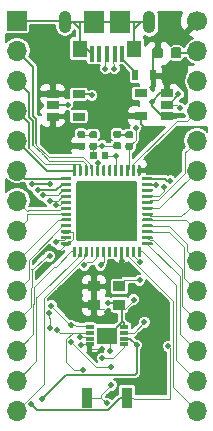
<source format=gbr>
G04 #@! TF.GenerationSoftware,KiCad,Pcbnew,5.0.1-33cea8e~66~ubuntu18.04.1*
G04 #@! TF.CreationDate,2018-10-18T22:19:59+02:00*
G04 #@! TF.ProjectId,Tiny-up5k,54696E792D7570356B2E6B696361645F,rev?*
G04 #@! TF.SameCoordinates,Original*
G04 #@! TF.FileFunction,Copper,L1,Top,Signal*
G04 #@! TF.FilePolarity,Positive*
%FSLAX46Y46*%
G04 Gerber Fmt 4.6, Leading zero omitted, Abs format (unit mm)*
G04 Created by KiCad (PCBNEW 5.0.1-33cea8e~66~ubuntu18.04.1) date do 18 okt 2018 22:19:59 CEST*
%MOMM*%
%LPD*%
G01*
G04 APERTURE LIST*
G04 #@! TA.AperFunction,ComponentPad*
%ADD10R,1.700000X1.700000*%
G04 #@! TD*
G04 #@! TA.AperFunction,ComponentPad*
%ADD11O,1.700000X1.700000*%
G04 #@! TD*
G04 #@! TA.AperFunction,SMDPad,CuDef*
%ADD12R,0.500000X0.900000*%
G04 #@! TD*
G04 #@! TA.AperFunction,ComponentPad*
%ADD13C,1.700000*%
G04 #@! TD*
G04 #@! TA.AperFunction,Conductor*
%ADD14C,0.100000*%
G04 #@! TD*
G04 #@! TA.AperFunction,SMDPad,CuDef*
%ADD15C,0.590000*%
G04 #@! TD*
G04 #@! TA.AperFunction,SMDPad,CuDef*
%ADD16R,1.060000X0.650000*%
G04 #@! TD*
G04 #@! TA.AperFunction,SMDPad,CuDef*
%ADD17R,0.900000X1.700000*%
G04 #@! TD*
G04 #@! TA.AperFunction,SMDPad,CuDef*
%ADD18R,0.750000X0.300000*%
G04 #@! TD*
G04 #@! TA.AperFunction,SMDPad,CuDef*
%ADD19R,1.750000X1.450000*%
G04 #@! TD*
G04 #@! TA.AperFunction,SMDPad,CuDef*
%ADD20R,1.000000X0.900000*%
G04 #@! TD*
G04 #@! TA.AperFunction,SMDPad,CuDef*
%ADD21R,1.750000X1.900000*%
G04 #@! TD*
G04 #@! TA.AperFunction,SMDPad,CuDef*
%ADD22R,0.400000X1.400000*%
G04 #@! TD*
G04 #@! TA.AperFunction,ComponentPad*
%ADD23O,1.050000X1.900000*%
G04 #@! TD*
G04 #@! TA.AperFunction,SMDPad,CuDef*
%ADD24R,1.150000X1.450000*%
G04 #@! TD*
G04 #@! TA.AperFunction,SMDPad,CuDef*
%ADD25C,5.150000*%
G04 #@! TD*
G04 #@! TA.AperFunction,SMDPad,CuDef*
%ADD26C,0.250000*%
G04 #@! TD*
G04 #@! TA.AperFunction,SMDPad,CuDef*
%ADD27C,0.875000*%
G04 #@! TD*
G04 #@! TA.AperFunction,ViaPad*
%ADD28C,0.500000*%
G04 #@! TD*
G04 #@! TA.AperFunction,Conductor*
%ADD29C,0.200000*%
G04 #@! TD*
G04 #@! TA.AperFunction,Conductor*
%ADD30C,0.150000*%
G04 #@! TD*
G04 #@! TA.AperFunction,Conductor*
%ADD31C,0.254000*%
G04 #@! TD*
G04 APERTURE END LIST*
D10*
G04 #@! TO.P,J1,1*
G04 #@! TO.N,GND*
X143516000Y-97799100D03*
D11*
G04 #@! TO.P,J1,2*
G04 #@! TO.N,HL_02*
X143516000Y-100339100D03*
G04 #@! TO.P,J1,3*
G04 #@! TO.N,HL_03*
X143516000Y-102879100D03*
G04 #@! TO.P,J1,4*
G04 #@! TO.N,HL_04*
X143516000Y-105419100D03*
G04 #@! TO.P,J1,5*
G04 #@! TO.N,HL_05*
X143516000Y-107959100D03*
G04 #@! TO.P,J1,6*
G04 #@! TO.N,HL_06*
X143516000Y-110499100D03*
G04 #@! TO.P,J1,7*
G04 #@! TO.N,HL_07*
X143516000Y-113039100D03*
G04 #@! TO.P,J1,8*
G04 #@! TO.N,HL_08*
X143516000Y-115579100D03*
G04 #@! TO.P,J1,9*
G04 #@! TO.N,HL_09*
X143516000Y-118119100D03*
G04 #@! TO.P,J1,10*
G04 #@! TO.N,HL_10*
X143516000Y-120659100D03*
G04 #@! TO.P,J1,11*
G04 #@! TO.N,HL_11*
X143516000Y-123199100D03*
G04 #@! TO.P,J1,12*
G04 #@! TO.N,HL_12*
X143516000Y-125739100D03*
G04 #@! TO.P,J1,13*
G04 #@! TO.N,HL_13*
X143516000Y-128279100D03*
G04 #@! TO.P,J1,14*
G04 #@! TO.N,HL_14*
X143516000Y-130819100D03*
G04 #@! TD*
D12*
G04 #@! TO.P,L1,1*
G04 #@! TO.N,+5V*
X155043000Y-102425500D03*
G04 #@! TO.P,L1,2*
G04 #@! TO.N,Net-(L1-Pad2)*
X153543000Y-102425500D03*
G04 #@! TD*
D13*
G04 #@! TO.P,J2,1*
G04 #@! TO.N,+5V*
X158756000Y-97799100D03*
D11*
G04 #@! TO.P,J2,2*
G04 #@! TO.N,GND*
X158756000Y-100339100D03*
G04 #@! TO.P,J2,3*
G04 #@! TO.N,SPI_VCCIO1*
X158756000Y-102879100D03*
G04 #@! TO.P,J2,4*
G04 #@! TO.N,HR_04*
X158756000Y-105419100D03*
G04 #@! TO.P,J2,5*
G04 #@! TO.N,HR_05*
X158756000Y-107959100D03*
G04 #@! TO.P,J2,6*
G04 #@! TO.N,HR_06*
X158756000Y-110499100D03*
G04 #@! TO.P,J2,7*
G04 #@! TO.N,HR_07*
X158756000Y-113039100D03*
G04 #@! TO.P,J2,8*
G04 #@! TO.N,HR_08*
X158756000Y-115579100D03*
G04 #@! TO.P,J2,9*
G04 #@! TO.N,HR_09*
X158756000Y-118119100D03*
G04 #@! TO.P,J2,10*
G04 #@! TO.N,HR_10*
X158756000Y-120659100D03*
G04 #@! TO.P,J2,11*
G04 #@! TO.N,HR_11*
X158756000Y-123199100D03*
G04 #@! TO.P,J2,12*
G04 #@! TO.N,HR_12*
X158756000Y-125739100D03*
G04 #@! TO.P,J2,13*
G04 #@! TO.N,HR_13*
X158756000Y-128279100D03*
G04 #@! TO.P,J2,14*
G04 #@! TO.N,HR_14*
X158756000Y-130819100D03*
G04 #@! TD*
D14*
G04 #@! TO.N,VCC_CORE*
G04 #@! TO.C,C3*
G36*
X151141958Y-108900710D02*
X151156276Y-108902834D01*
X151170317Y-108906351D01*
X151183946Y-108911228D01*
X151197031Y-108917417D01*
X151209447Y-108924858D01*
X151221073Y-108933481D01*
X151231798Y-108943202D01*
X151241519Y-108953927D01*
X151250142Y-108965553D01*
X151257583Y-108977969D01*
X151263772Y-108991054D01*
X151268649Y-109004683D01*
X151272166Y-109018724D01*
X151274290Y-109033042D01*
X151275000Y-109047500D01*
X151275000Y-109392500D01*
X151274290Y-109406958D01*
X151272166Y-109421276D01*
X151268649Y-109435317D01*
X151263772Y-109448946D01*
X151257583Y-109462031D01*
X151250142Y-109474447D01*
X151241519Y-109486073D01*
X151231798Y-109496798D01*
X151221073Y-109506519D01*
X151209447Y-109515142D01*
X151197031Y-109522583D01*
X151183946Y-109528772D01*
X151170317Y-109533649D01*
X151156276Y-109537166D01*
X151141958Y-109539290D01*
X151127500Y-109540000D01*
X150832500Y-109540000D01*
X150818042Y-109539290D01*
X150803724Y-109537166D01*
X150789683Y-109533649D01*
X150776054Y-109528772D01*
X150762969Y-109522583D01*
X150750553Y-109515142D01*
X150738927Y-109506519D01*
X150728202Y-109496798D01*
X150718481Y-109486073D01*
X150709858Y-109474447D01*
X150702417Y-109462031D01*
X150696228Y-109448946D01*
X150691351Y-109435317D01*
X150687834Y-109421276D01*
X150685710Y-109406958D01*
X150685000Y-109392500D01*
X150685000Y-109047500D01*
X150685710Y-109033042D01*
X150687834Y-109018724D01*
X150691351Y-109004683D01*
X150696228Y-108991054D01*
X150702417Y-108977969D01*
X150709858Y-108965553D01*
X150718481Y-108953927D01*
X150728202Y-108943202D01*
X150738927Y-108933481D01*
X150750553Y-108924858D01*
X150762969Y-108917417D01*
X150776054Y-108911228D01*
X150789683Y-108906351D01*
X150803724Y-108902834D01*
X150818042Y-108900710D01*
X150832500Y-108900000D01*
X151127500Y-108900000D01*
X151141958Y-108900710D01*
X151141958Y-108900710D01*
G37*
D15*
G04 #@! TD*
G04 #@! TO.P,C3,1*
G04 #@! TO.N,VCC_CORE*
X150980000Y-109220000D03*
D14*
G04 #@! TO.N,GND*
G04 #@! TO.C,C3*
G36*
X150171958Y-108900710D02*
X150186276Y-108902834D01*
X150200317Y-108906351D01*
X150213946Y-108911228D01*
X150227031Y-108917417D01*
X150239447Y-108924858D01*
X150251073Y-108933481D01*
X150261798Y-108943202D01*
X150271519Y-108953927D01*
X150280142Y-108965553D01*
X150287583Y-108977969D01*
X150293772Y-108991054D01*
X150298649Y-109004683D01*
X150302166Y-109018724D01*
X150304290Y-109033042D01*
X150305000Y-109047500D01*
X150305000Y-109392500D01*
X150304290Y-109406958D01*
X150302166Y-109421276D01*
X150298649Y-109435317D01*
X150293772Y-109448946D01*
X150287583Y-109462031D01*
X150280142Y-109474447D01*
X150271519Y-109486073D01*
X150261798Y-109496798D01*
X150251073Y-109506519D01*
X150239447Y-109515142D01*
X150227031Y-109522583D01*
X150213946Y-109528772D01*
X150200317Y-109533649D01*
X150186276Y-109537166D01*
X150171958Y-109539290D01*
X150157500Y-109540000D01*
X149862500Y-109540000D01*
X149848042Y-109539290D01*
X149833724Y-109537166D01*
X149819683Y-109533649D01*
X149806054Y-109528772D01*
X149792969Y-109522583D01*
X149780553Y-109515142D01*
X149768927Y-109506519D01*
X149758202Y-109496798D01*
X149748481Y-109486073D01*
X149739858Y-109474447D01*
X149732417Y-109462031D01*
X149726228Y-109448946D01*
X149721351Y-109435317D01*
X149717834Y-109421276D01*
X149715710Y-109406958D01*
X149715000Y-109392500D01*
X149715000Y-109047500D01*
X149715710Y-109033042D01*
X149717834Y-109018724D01*
X149721351Y-109004683D01*
X149726228Y-108991054D01*
X149732417Y-108977969D01*
X149739858Y-108965553D01*
X149748481Y-108953927D01*
X149758202Y-108943202D01*
X149768927Y-108933481D01*
X149780553Y-108924858D01*
X149792969Y-108917417D01*
X149806054Y-108911228D01*
X149819683Y-108906351D01*
X149833724Y-108902834D01*
X149848042Y-108900710D01*
X149862500Y-108900000D01*
X150157500Y-108900000D01*
X150171958Y-108900710D01*
X150171958Y-108900710D01*
G37*
D15*
G04 #@! TD*
G04 #@! TO.P,C3,2*
G04 #@! TO.N,GND*
X150010000Y-109220000D03*
D14*
G04 #@! TO.N,SPI_VCCIO1*
G04 #@! TO.C,D1*
G36*
X149157958Y-108117710D02*
X149172276Y-108119834D01*
X149186317Y-108123351D01*
X149199946Y-108128228D01*
X149213031Y-108134417D01*
X149225447Y-108141858D01*
X149237073Y-108150481D01*
X149247798Y-108160202D01*
X149257519Y-108170927D01*
X149266142Y-108182553D01*
X149273583Y-108194969D01*
X149279772Y-108208054D01*
X149284649Y-108221683D01*
X149288166Y-108235724D01*
X149290290Y-108250042D01*
X149291000Y-108264500D01*
X149291000Y-108559500D01*
X149290290Y-108573958D01*
X149288166Y-108588276D01*
X149284649Y-108602317D01*
X149279772Y-108615946D01*
X149273583Y-108629031D01*
X149266142Y-108641447D01*
X149257519Y-108653073D01*
X149247798Y-108663798D01*
X149237073Y-108673519D01*
X149225447Y-108682142D01*
X149213031Y-108689583D01*
X149199946Y-108695772D01*
X149186317Y-108700649D01*
X149172276Y-108704166D01*
X149157958Y-108706290D01*
X149143500Y-108707000D01*
X148798500Y-108707000D01*
X148784042Y-108706290D01*
X148769724Y-108704166D01*
X148755683Y-108700649D01*
X148742054Y-108695772D01*
X148728969Y-108689583D01*
X148716553Y-108682142D01*
X148704927Y-108673519D01*
X148694202Y-108663798D01*
X148684481Y-108653073D01*
X148675858Y-108641447D01*
X148668417Y-108629031D01*
X148662228Y-108615946D01*
X148657351Y-108602317D01*
X148653834Y-108588276D01*
X148651710Y-108573958D01*
X148651000Y-108559500D01*
X148651000Y-108264500D01*
X148651710Y-108250042D01*
X148653834Y-108235724D01*
X148657351Y-108221683D01*
X148662228Y-108208054D01*
X148668417Y-108194969D01*
X148675858Y-108182553D01*
X148684481Y-108170927D01*
X148694202Y-108160202D01*
X148704927Y-108150481D01*
X148716553Y-108141858D01*
X148728969Y-108134417D01*
X148742054Y-108128228D01*
X148755683Y-108123351D01*
X148769724Y-108119834D01*
X148784042Y-108117710D01*
X148798500Y-108117000D01*
X149143500Y-108117000D01*
X149157958Y-108117710D01*
X149157958Y-108117710D01*
G37*
D15*
G04 #@! TD*
G04 #@! TO.P,D1,2*
G04 #@! TO.N,SPI_VCCIO1*
X148971000Y-108412000D03*
D14*
G04 #@! TO.N,Net-(D1-Pad1)*
G04 #@! TO.C,D1*
G36*
X149157958Y-107147710D02*
X149172276Y-107149834D01*
X149186317Y-107153351D01*
X149199946Y-107158228D01*
X149213031Y-107164417D01*
X149225447Y-107171858D01*
X149237073Y-107180481D01*
X149247798Y-107190202D01*
X149257519Y-107200927D01*
X149266142Y-107212553D01*
X149273583Y-107224969D01*
X149279772Y-107238054D01*
X149284649Y-107251683D01*
X149288166Y-107265724D01*
X149290290Y-107280042D01*
X149291000Y-107294500D01*
X149291000Y-107589500D01*
X149290290Y-107603958D01*
X149288166Y-107618276D01*
X149284649Y-107632317D01*
X149279772Y-107645946D01*
X149273583Y-107659031D01*
X149266142Y-107671447D01*
X149257519Y-107683073D01*
X149247798Y-107693798D01*
X149237073Y-107703519D01*
X149225447Y-107712142D01*
X149213031Y-107719583D01*
X149199946Y-107725772D01*
X149186317Y-107730649D01*
X149172276Y-107734166D01*
X149157958Y-107736290D01*
X149143500Y-107737000D01*
X148798500Y-107737000D01*
X148784042Y-107736290D01*
X148769724Y-107734166D01*
X148755683Y-107730649D01*
X148742054Y-107725772D01*
X148728969Y-107719583D01*
X148716553Y-107712142D01*
X148704927Y-107703519D01*
X148694202Y-107693798D01*
X148684481Y-107683073D01*
X148675858Y-107671447D01*
X148668417Y-107659031D01*
X148662228Y-107645946D01*
X148657351Y-107632317D01*
X148653834Y-107618276D01*
X148651710Y-107603958D01*
X148651000Y-107589500D01*
X148651000Y-107294500D01*
X148651710Y-107280042D01*
X148653834Y-107265724D01*
X148657351Y-107251683D01*
X148662228Y-107238054D01*
X148668417Y-107224969D01*
X148675858Y-107212553D01*
X148684481Y-107200927D01*
X148694202Y-107190202D01*
X148704927Y-107180481D01*
X148716553Y-107171858D01*
X148728969Y-107164417D01*
X148742054Y-107158228D01*
X148755683Y-107153351D01*
X148769724Y-107149834D01*
X148784042Y-107147710D01*
X148798500Y-107147000D01*
X149143500Y-107147000D01*
X149157958Y-107147710D01*
X149157958Y-107147710D01*
G37*
D15*
G04 #@! TD*
G04 #@! TO.P,D1,1*
G04 #@! TO.N,Net-(D1-Pad1)*
X148971000Y-107442000D03*
D14*
G04 #@! TO.N,Net-(D2-Pad1)*
G04 #@! TO.C,D2*
G36*
X153221958Y-107170710D02*
X153236276Y-107172834D01*
X153250317Y-107176351D01*
X153263946Y-107181228D01*
X153277031Y-107187417D01*
X153289447Y-107194858D01*
X153301073Y-107203481D01*
X153311798Y-107213202D01*
X153321519Y-107223927D01*
X153330142Y-107235553D01*
X153337583Y-107247969D01*
X153343772Y-107261054D01*
X153348649Y-107274683D01*
X153352166Y-107288724D01*
X153354290Y-107303042D01*
X153355000Y-107317500D01*
X153355000Y-107612500D01*
X153354290Y-107626958D01*
X153352166Y-107641276D01*
X153348649Y-107655317D01*
X153343772Y-107668946D01*
X153337583Y-107682031D01*
X153330142Y-107694447D01*
X153321519Y-107706073D01*
X153311798Y-107716798D01*
X153301073Y-107726519D01*
X153289447Y-107735142D01*
X153277031Y-107742583D01*
X153263946Y-107748772D01*
X153250317Y-107753649D01*
X153236276Y-107757166D01*
X153221958Y-107759290D01*
X153207500Y-107760000D01*
X152862500Y-107760000D01*
X152848042Y-107759290D01*
X152833724Y-107757166D01*
X152819683Y-107753649D01*
X152806054Y-107748772D01*
X152792969Y-107742583D01*
X152780553Y-107735142D01*
X152768927Y-107726519D01*
X152758202Y-107716798D01*
X152748481Y-107706073D01*
X152739858Y-107694447D01*
X152732417Y-107682031D01*
X152726228Y-107668946D01*
X152721351Y-107655317D01*
X152717834Y-107641276D01*
X152715710Y-107626958D01*
X152715000Y-107612500D01*
X152715000Y-107317500D01*
X152715710Y-107303042D01*
X152717834Y-107288724D01*
X152721351Y-107274683D01*
X152726228Y-107261054D01*
X152732417Y-107247969D01*
X152739858Y-107235553D01*
X152748481Y-107223927D01*
X152758202Y-107213202D01*
X152768927Y-107203481D01*
X152780553Y-107194858D01*
X152792969Y-107187417D01*
X152806054Y-107181228D01*
X152819683Y-107176351D01*
X152833724Y-107172834D01*
X152848042Y-107170710D01*
X152862500Y-107170000D01*
X153207500Y-107170000D01*
X153221958Y-107170710D01*
X153221958Y-107170710D01*
G37*
D15*
G04 #@! TD*
G04 #@! TO.P,D2,1*
G04 #@! TO.N,Net-(D2-Pad1)*
X153035000Y-107465000D03*
D14*
G04 #@! TO.N,LED*
G04 #@! TO.C,D2*
G36*
X153221958Y-108140710D02*
X153236276Y-108142834D01*
X153250317Y-108146351D01*
X153263946Y-108151228D01*
X153277031Y-108157417D01*
X153289447Y-108164858D01*
X153301073Y-108173481D01*
X153311798Y-108183202D01*
X153321519Y-108193927D01*
X153330142Y-108205553D01*
X153337583Y-108217969D01*
X153343772Y-108231054D01*
X153348649Y-108244683D01*
X153352166Y-108258724D01*
X153354290Y-108273042D01*
X153355000Y-108287500D01*
X153355000Y-108582500D01*
X153354290Y-108596958D01*
X153352166Y-108611276D01*
X153348649Y-108625317D01*
X153343772Y-108638946D01*
X153337583Y-108652031D01*
X153330142Y-108664447D01*
X153321519Y-108676073D01*
X153311798Y-108686798D01*
X153301073Y-108696519D01*
X153289447Y-108705142D01*
X153277031Y-108712583D01*
X153263946Y-108718772D01*
X153250317Y-108723649D01*
X153236276Y-108727166D01*
X153221958Y-108729290D01*
X153207500Y-108730000D01*
X152862500Y-108730000D01*
X152848042Y-108729290D01*
X152833724Y-108727166D01*
X152819683Y-108723649D01*
X152806054Y-108718772D01*
X152792969Y-108712583D01*
X152780553Y-108705142D01*
X152768927Y-108696519D01*
X152758202Y-108686798D01*
X152748481Y-108676073D01*
X152739858Y-108664447D01*
X152732417Y-108652031D01*
X152726228Y-108638946D01*
X152721351Y-108625317D01*
X152717834Y-108611276D01*
X152715710Y-108596958D01*
X152715000Y-108582500D01*
X152715000Y-108287500D01*
X152715710Y-108273042D01*
X152717834Y-108258724D01*
X152721351Y-108244683D01*
X152726228Y-108231054D01*
X152732417Y-108217969D01*
X152739858Y-108205553D01*
X152748481Y-108193927D01*
X152758202Y-108183202D01*
X152768927Y-108173481D01*
X152780553Y-108164858D01*
X152792969Y-108157417D01*
X152806054Y-108151228D01*
X152819683Y-108146351D01*
X152833724Y-108142834D01*
X152848042Y-108140710D01*
X152862500Y-108140000D01*
X153207500Y-108140000D01*
X153221958Y-108140710D01*
X153221958Y-108140710D01*
G37*
D15*
G04 #@! TD*
G04 #@! TO.P,D2,2*
G04 #@! TO.N,LED*
X153035000Y-108435000D03*
D16*
G04 #@! TO.P,U2,5*
G04 #@! TO.N,SPI_VCCIO1*
X154010000Y-105852000D03*
G04 #@! TO.P,U2,4*
G04 #@! TO.N,N/C*
X154010000Y-103952000D03*
G04 #@! TO.P,U2,3*
G04 #@! TO.N,+5V*
X156210000Y-103952000D03*
G04 #@! TO.P,U2,2*
G04 #@! TO.N,GND*
X156210000Y-104902000D03*
G04 #@! TO.P,U2,1*
G04 #@! TO.N,+5V*
X156210000Y-105852000D03*
G04 #@! TD*
G04 #@! TO.P,U4,1*
G04 #@! TO.N,SPI_VCCIO1*
X146558000Y-104013000D03*
G04 #@! TO.P,U4,2*
G04 #@! TO.N,GND*
X146558000Y-104963000D03*
G04 #@! TO.P,U4,3*
G04 #@! TO.N,SPI_VCCIO1*
X146558000Y-105913000D03*
G04 #@! TO.P,U4,4*
G04 #@! TO.N,N/C*
X148758000Y-105913000D03*
G04 #@! TO.P,U4,5*
G04 #@! TO.N,VCC_CORE*
X148758000Y-104013000D03*
G04 #@! TD*
D17*
G04 #@! TO.P,SW1,1*
G04 #@! TO.N,GND*
X149430000Y-129723100D03*
G04 #@! TO.P,SW1,2*
G04 #@! TO.N,CRESET_B*
X152830000Y-129723100D03*
G04 #@! TD*
D18*
G04 #@! TO.P,U5,1*
G04 #@! TO.N,SS*
X152580000Y-125210000D03*
G04 #@! TO.P,U5,2*
G04 #@! TO.N,SDI*
X152580000Y-124710000D03*
G04 #@! TO.P,U5,3*
G04 #@! TO.N,Net-(R10-Pad2)*
X152580000Y-124210000D03*
G04 #@! TO.P,U5,4*
G04 #@! TO.N,GND*
X152580000Y-123710000D03*
G04 #@! TO.P,U5,5*
G04 #@! TO.N,SDO*
X149680000Y-123710000D03*
G04 #@! TO.P,U5,6*
G04 #@! TO.N,SCK*
X149680000Y-124210000D03*
G04 #@! TO.P,U5,7*
G04 #@! TO.N,Net-(R7-Pad2)*
X149680000Y-124710000D03*
G04 #@! TO.P,U5,8*
G04 #@! TO.N,SPI_VCCIO1*
X149680000Y-125210000D03*
D19*
G04 #@! TO.P,U5,9*
G04 #@! TO.N,GND*
X151130000Y-124460000D03*
G04 #@! TD*
D20*
G04 #@! TO.P,U3,1*
G04 #@! TO.N,SPI_VCCIO1*
X150055000Y-121849000D03*
G04 #@! TO.P,U3,2*
G04 #@! TO.N,GND*
X152205000Y-121849000D03*
G04 #@! TO.P,U3,3*
G04 #@! TO.N,CLK*
X152205000Y-120299000D03*
G04 #@! TO.P,U3,4*
G04 #@! TO.N,SPI_VCCIO1*
X150055000Y-120299000D03*
G04 #@! TD*
D21*
G04 #@! TO.P,U6,6*
G04 #@! TO.N,GND*
X150024000Y-97934000D03*
D22*
G04 #@! TO.P,U6,2*
G04 #@! TO.N,Net-(R3-Pad2)*
X151799000Y-100584000D03*
G04 #@! TO.P,U6,1*
G04 #@! TO.N,Net-(L1-Pad2)*
X152449000Y-100584000D03*
G04 #@! TO.P,U6,5*
G04 #@! TO.N,GND*
X149849000Y-100584000D03*
G04 #@! TO.P,U6,4*
G04 #@! TO.N,N/C*
X150499000Y-100584000D03*
G04 #@! TO.P,U6,3*
G04 #@! TO.N,Net-(R1-Pad1)*
X151149000Y-100584000D03*
D21*
G04 #@! TO.P,U6,6*
G04 #@! TO.N,GND*
X152274000Y-97934000D03*
D23*
X154724000Y-97934000D03*
X147574000Y-97934000D03*
D24*
X148829000Y-100164000D03*
X153469000Y-100164000D03*
G04 #@! TD*
D14*
G04 #@! TO.N,GND*
G04 #@! TO.C,U1*
G36*
X153479503Y-111345204D02*
X153503772Y-111348804D01*
X153527570Y-111354765D01*
X153550670Y-111363030D01*
X153572849Y-111373520D01*
X153593892Y-111386133D01*
X153613598Y-111400748D01*
X153631776Y-111417224D01*
X153648252Y-111435402D01*
X153662867Y-111455108D01*
X153675480Y-111476151D01*
X153685970Y-111498330D01*
X153694235Y-111521430D01*
X153700196Y-111545228D01*
X153703796Y-111569497D01*
X153705000Y-111594001D01*
X153705000Y-116243999D01*
X153703796Y-116268503D01*
X153700196Y-116292772D01*
X153694235Y-116316570D01*
X153685970Y-116339670D01*
X153675480Y-116361849D01*
X153662867Y-116382892D01*
X153648252Y-116402598D01*
X153631776Y-116420776D01*
X153613598Y-116437252D01*
X153593892Y-116451867D01*
X153572849Y-116464480D01*
X153550670Y-116474970D01*
X153527570Y-116483235D01*
X153503772Y-116489196D01*
X153479503Y-116492796D01*
X153454999Y-116494000D01*
X148805001Y-116494000D01*
X148780497Y-116492796D01*
X148756228Y-116489196D01*
X148732430Y-116483235D01*
X148709330Y-116474970D01*
X148687151Y-116464480D01*
X148666108Y-116451867D01*
X148646402Y-116437252D01*
X148628224Y-116420776D01*
X148611748Y-116402598D01*
X148597133Y-116382892D01*
X148584520Y-116361849D01*
X148574030Y-116339670D01*
X148565765Y-116316570D01*
X148559804Y-116292772D01*
X148556204Y-116268503D01*
X148555000Y-116243999D01*
X148555000Y-111594001D01*
X148556204Y-111569497D01*
X148559804Y-111545228D01*
X148565765Y-111521430D01*
X148574030Y-111498330D01*
X148584520Y-111476151D01*
X148597133Y-111455108D01*
X148611748Y-111435402D01*
X148628224Y-111417224D01*
X148646402Y-111400748D01*
X148666108Y-111386133D01*
X148687151Y-111373520D01*
X148709330Y-111363030D01*
X148732430Y-111354765D01*
X148756228Y-111348804D01*
X148780497Y-111345204D01*
X148805001Y-111344000D01*
X153454999Y-111344000D01*
X153479503Y-111345204D01*
X153479503Y-111345204D01*
G37*
D25*
G04 #@! TD*
G04 #@! TO.P,U1,49*
G04 #@! TO.N,GND*
X151130000Y-113919000D03*
D14*
G04 #@! TO.N,SPI_VCCIO1*
G04 #@! TO.C,U1*
G36*
X153948626Y-110044301D02*
X153954693Y-110045201D01*
X153960643Y-110046691D01*
X153966418Y-110048758D01*
X153971962Y-110051380D01*
X153977223Y-110054533D01*
X153982150Y-110058187D01*
X153986694Y-110062306D01*
X153990813Y-110066850D01*
X153994467Y-110071777D01*
X153997620Y-110077038D01*
X154000242Y-110082582D01*
X154002309Y-110088357D01*
X154003799Y-110094307D01*
X154004699Y-110100374D01*
X154005000Y-110106500D01*
X154005000Y-110856500D01*
X154004699Y-110862626D01*
X154003799Y-110868693D01*
X154002309Y-110874643D01*
X154000242Y-110880418D01*
X153997620Y-110885962D01*
X153994467Y-110891223D01*
X153990813Y-110896150D01*
X153986694Y-110900694D01*
X153982150Y-110904813D01*
X153977223Y-110908467D01*
X153971962Y-110911620D01*
X153966418Y-110914242D01*
X153960643Y-110916309D01*
X153954693Y-110917799D01*
X153948626Y-110918699D01*
X153942500Y-110919000D01*
X153817500Y-110919000D01*
X153811374Y-110918699D01*
X153805307Y-110917799D01*
X153799357Y-110916309D01*
X153793582Y-110914242D01*
X153788038Y-110911620D01*
X153782777Y-110908467D01*
X153777850Y-110904813D01*
X153773306Y-110900694D01*
X153769187Y-110896150D01*
X153765533Y-110891223D01*
X153762380Y-110885962D01*
X153759758Y-110880418D01*
X153757691Y-110874643D01*
X153756201Y-110868693D01*
X153755301Y-110862626D01*
X153755000Y-110856500D01*
X153755000Y-110106500D01*
X153755301Y-110100374D01*
X153756201Y-110094307D01*
X153757691Y-110088357D01*
X153759758Y-110082582D01*
X153762380Y-110077038D01*
X153765533Y-110071777D01*
X153769187Y-110066850D01*
X153773306Y-110062306D01*
X153777850Y-110058187D01*
X153782777Y-110054533D01*
X153788038Y-110051380D01*
X153793582Y-110048758D01*
X153799357Y-110046691D01*
X153805307Y-110045201D01*
X153811374Y-110044301D01*
X153817500Y-110044000D01*
X153942500Y-110044000D01*
X153948626Y-110044301D01*
X153948626Y-110044301D01*
G37*
D26*
G04 #@! TD*
G04 #@! TO.P,U1,1*
G04 #@! TO.N,SPI_VCCIO1*
X153880000Y-110481500D03*
D14*
G04 #@! TO.N,HR_04*
G04 #@! TO.C,U1*
G36*
X153448626Y-110044301D02*
X153454693Y-110045201D01*
X153460643Y-110046691D01*
X153466418Y-110048758D01*
X153471962Y-110051380D01*
X153477223Y-110054533D01*
X153482150Y-110058187D01*
X153486694Y-110062306D01*
X153490813Y-110066850D01*
X153494467Y-110071777D01*
X153497620Y-110077038D01*
X153500242Y-110082582D01*
X153502309Y-110088357D01*
X153503799Y-110094307D01*
X153504699Y-110100374D01*
X153505000Y-110106500D01*
X153505000Y-110856500D01*
X153504699Y-110862626D01*
X153503799Y-110868693D01*
X153502309Y-110874643D01*
X153500242Y-110880418D01*
X153497620Y-110885962D01*
X153494467Y-110891223D01*
X153490813Y-110896150D01*
X153486694Y-110900694D01*
X153482150Y-110904813D01*
X153477223Y-110908467D01*
X153471962Y-110911620D01*
X153466418Y-110914242D01*
X153460643Y-110916309D01*
X153454693Y-110917799D01*
X153448626Y-110918699D01*
X153442500Y-110919000D01*
X153317500Y-110919000D01*
X153311374Y-110918699D01*
X153305307Y-110917799D01*
X153299357Y-110916309D01*
X153293582Y-110914242D01*
X153288038Y-110911620D01*
X153282777Y-110908467D01*
X153277850Y-110904813D01*
X153273306Y-110900694D01*
X153269187Y-110896150D01*
X153265533Y-110891223D01*
X153262380Y-110885962D01*
X153259758Y-110880418D01*
X153257691Y-110874643D01*
X153256201Y-110868693D01*
X153255301Y-110862626D01*
X153255000Y-110856500D01*
X153255000Y-110106500D01*
X153255301Y-110100374D01*
X153256201Y-110094307D01*
X153257691Y-110088357D01*
X153259758Y-110082582D01*
X153262380Y-110077038D01*
X153265533Y-110071777D01*
X153269187Y-110066850D01*
X153273306Y-110062306D01*
X153277850Y-110058187D01*
X153282777Y-110054533D01*
X153288038Y-110051380D01*
X153293582Y-110048758D01*
X153299357Y-110046691D01*
X153305307Y-110045201D01*
X153311374Y-110044301D01*
X153317500Y-110044000D01*
X153442500Y-110044000D01*
X153448626Y-110044301D01*
X153448626Y-110044301D01*
G37*
D26*
G04 #@! TD*
G04 #@! TO.P,U1,2*
G04 #@! TO.N,HR_04*
X153380000Y-110481500D03*
D14*
G04 #@! TO.N,LED*
G04 #@! TO.C,U1*
G36*
X152948626Y-110044301D02*
X152954693Y-110045201D01*
X152960643Y-110046691D01*
X152966418Y-110048758D01*
X152971962Y-110051380D01*
X152977223Y-110054533D01*
X152982150Y-110058187D01*
X152986694Y-110062306D01*
X152990813Y-110066850D01*
X152994467Y-110071777D01*
X152997620Y-110077038D01*
X153000242Y-110082582D01*
X153002309Y-110088357D01*
X153003799Y-110094307D01*
X153004699Y-110100374D01*
X153005000Y-110106500D01*
X153005000Y-110856500D01*
X153004699Y-110862626D01*
X153003799Y-110868693D01*
X153002309Y-110874643D01*
X153000242Y-110880418D01*
X152997620Y-110885962D01*
X152994467Y-110891223D01*
X152990813Y-110896150D01*
X152986694Y-110900694D01*
X152982150Y-110904813D01*
X152977223Y-110908467D01*
X152971962Y-110911620D01*
X152966418Y-110914242D01*
X152960643Y-110916309D01*
X152954693Y-110917799D01*
X152948626Y-110918699D01*
X152942500Y-110919000D01*
X152817500Y-110919000D01*
X152811374Y-110918699D01*
X152805307Y-110917799D01*
X152799357Y-110916309D01*
X152793582Y-110914242D01*
X152788038Y-110911620D01*
X152782777Y-110908467D01*
X152777850Y-110904813D01*
X152773306Y-110900694D01*
X152769187Y-110896150D01*
X152765533Y-110891223D01*
X152762380Y-110885962D01*
X152759758Y-110880418D01*
X152757691Y-110874643D01*
X152756201Y-110868693D01*
X152755301Y-110862626D01*
X152755000Y-110856500D01*
X152755000Y-110106500D01*
X152755301Y-110100374D01*
X152756201Y-110094307D01*
X152757691Y-110088357D01*
X152759758Y-110082582D01*
X152762380Y-110077038D01*
X152765533Y-110071777D01*
X152769187Y-110066850D01*
X152773306Y-110062306D01*
X152777850Y-110058187D01*
X152782777Y-110054533D01*
X152788038Y-110051380D01*
X152793582Y-110048758D01*
X152799357Y-110046691D01*
X152805307Y-110045201D01*
X152811374Y-110044301D01*
X152817500Y-110044000D01*
X152942500Y-110044000D01*
X152948626Y-110044301D01*
X152948626Y-110044301D01*
G37*
D26*
G04 #@! TD*
G04 #@! TO.P,U1,3*
G04 #@! TO.N,LED*
X152880000Y-110481500D03*
D14*
G04 #@! TO.N,N/C*
G04 #@! TO.C,U1*
G36*
X152448626Y-110044301D02*
X152454693Y-110045201D01*
X152460643Y-110046691D01*
X152466418Y-110048758D01*
X152471962Y-110051380D01*
X152477223Y-110054533D01*
X152482150Y-110058187D01*
X152486694Y-110062306D01*
X152490813Y-110066850D01*
X152494467Y-110071777D01*
X152497620Y-110077038D01*
X152500242Y-110082582D01*
X152502309Y-110088357D01*
X152503799Y-110094307D01*
X152504699Y-110100374D01*
X152505000Y-110106500D01*
X152505000Y-110856500D01*
X152504699Y-110862626D01*
X152503799Y-110868693D01*
X152502309Y-110874643D01*
X152500242Y-110880418D01*
X152497620Y-110885962D01*
X152494467Y-110891223D01*
X152490813Y-110896150D01*
X152486694Y-110900694D01*
X152482150Y-110904813D01*
X152477223Y-110908467D01*
X152471962Y-110911620D01*
X152466418Y-110914242D01*
X152460643Y-110916309D01*
X152454693Y-110917799D01*
X152448626Y-110918699D01*
X152442500Y-110919000D01*
X152317500Y-110919000D01*
X152311374Y-110918699D01*
X152305307Y-110917799D01*
X152299357Y-110916309D01*
X152293582Y-110914242D01*
X152288038Y-110911620D01*
X152282777Y-110908467D01*
X152277850Y-110904813D01*
X152273306Y-110900694D01*
X152269187Y-110896150D01*
X152265533Y-110891223D01*
X152262380Y-110885962D01*
X152259758Y-110880418D01*
X152257691Y-110874643D01*
X152256201Y-110868693D01*
X152255301Y-110862626D01*
X152255000Y-110856500D01*
X152255000Y-110106500D01*
X152255301Y-110100374D01*
X152256201Y-110094307D01*
X152257691Y-110088357D01*
X152259758Y-110082582D01*
X152262380Y-110077038D01*
X152265533Y-110071777D01*
X152269187Y-110066850D01*
X152273306Y-110062306D01*
X152277850Y-110058187D01*
X152282777Y-110054533D01*
X152288038Y-110051380D01*
X152293582Y-110048758D01*
X152299357Y-110046691D01*
X152305307Y-110045201D01*
X152311374Y-110044301D01*
X152317500Y-110044000D01*
X152442500Y-110044000D01*
X152448626Y-110044301D01*
X152448626Y-110044301D01*
G37*
D26*
G04 #@! TD*
G04 #@! TO.P,U1,4*
G04 #@! TO.N,N/C*
X152380000Y-110481500D03*
D14*
G04 #@! TO.N,VCC_CORE*
G04 #@! TO.C,U1*
G36*
X151948626Y-110044301D02*
X151954693Y-110045201D01*
X151960643Y-110046691D01*
X151966418Y-110048758D01*
X151971962Y-110051380D01*
X151977223Y-110054533D01*
X151982150Y-110058187D01*
X151986694Y-110062306D01*
X151990813Y-110066850D01*
X151994467Y-110071777D01*
X151997620Y-110077038D01*
X152000242Y-110082582D01*
X152002309Y-110088357D01*
X152003799Y-110094307D01*
X152004699Y-110100374D01*
X152005000Y-110106500D01*
X152005000Y-110856500D01*
X152004699Y-110862626D01*
X152003799Y-110868693D01*
X152002309Y-110874643D01*
X152000242Y-110880418D01*
X151997620Y-110885962D01*
X151994467Y-110891223D01*
X151990813Y-110896150D01*
X151986694Y-110900694D01*
X151982150Y-110904813D01*
X151977223Y-110908467D01*
X151971962Y-110911620D01*
X151966418Y-110914242D01*
X151960643Y-110916309D01*
X151954693Y-110917799D01*
X151948626Y-110918699D01*
X151942500Y-110919000D01*
X151817500Y-110919000D01*
X151811374Y-110918699D01*
X151805307Y-110917799D01*
X151799357Y-110916309D01*
X151793582Y-110914242D01*
X151788038Y-110911620D01*
X151782777Y-110908467D01*
X151777850Y-110904813D01*
X151773306Y-110900694D01*
X151769187Y-110896150D01*
X151765533Y-110891223D01*
X151762380Y-110885962D01*
X151759758Y-110880418D01*
X151757691Y-110874643D01*
X151756201Y-110868693D01*
X151755301Y-110862626D01*
X151755000Y-110856500D01*
X151755000Y-110106500D01*
X151755301Y-110100374D01*
X151756201Y-110094307D01*
X151757691Y-110088357D01*
X151759758Y-110082582D01*
X151762380Y-110077038D01*
X151765533Y-110071777D01*
X151769187Y-110066850D01*
X151773306Y-110062306D01*
X151777850Y-110058187D01*
X151782777Y-110054533D01*
X151788038Y-110051380D01*
X151793582Y-110048758D01*
X151799357Y-110046691D01*
X151805307Y-110045201D01*
X151811374Y-110044301D01*
X151817500Y-110044000D01*
X151942500Y-110044000D01*
X151948626Y-110044301D01*
X151948626Y-110044301D01*
G37*
D26*
G04 #@! TD*
G04 #@! TO.P,U1,5*
G04 #@! TO.N,VCC_CORE*
X151880000Y-110481500D03*
D14*
G04 #@! TO.N,N/C*
G04 #@! TO.C,U1*
G36*
X151448626Y-110044301D02*
X151454693Y-110045201D01*
X151460643Y-110046691D01*
X151466418Y-110048758D01*
X151471962Y-110051380D01*
X151477223Y-110054533D01*
X151482150Y-110058187D01*
X151486694Y-110062306D01*
X151490813Y-110066850D01*
X151494467Y-110071777D01*
X151497620Y-110077038D01*
X151500242Y-110082582D01*
X151502309Y-110088357D01*
X151503799Y-110094307D01*
X151504699Y-110100374D01*
X151505000Y-110106500D01*
X151505000Y-110856500D01*
X151504699Y-110862626D01*
X151503799Y-110868693D01*
X151502309Y-110874643D01*
X151500242Y-110880418D01*
X151497620Y-110885962D01*
X151494467Y-110891223D01*
X151490813Y-110896150D01*
X151486694Y-110900694D01*
X151482150Y-110904813D01*
X151477223Y-110908467D01*
X151471962Y-110911620D01*
X151466418Y-110914242D01*
X151460643Y-110916309D01*
X151454693Y-110917799D01*
X151448626Y-110918699D01*
X151442500Y-110919000D01*
X151317500Y-110919000D01*
X151311374Y-110918699D01*
X151305307Y-110917799D01*
X151299357Y-110916309D01*
X151293582Y-110914242D01*
X151288038Y-110911620D01*
X151282777Y-110908467D01*
X151277850Y-110904813D01*
X151273306Y-110900694D01*
X151269187Y-110896150D01*
X151265533Y-110891223D01*
X151262380Y-110885962D01*
X151259758Y-110880418D01*
X151257691Y-110874643D01*
X151256201Y-110868693D01*
X151255301Y-110862626D01*
X151255000Y-110856500D01*
X151255000Y-110106500D01*
X151255301Y-110100374D01*
X151256201Y-110094307D01*
X151257691Y-110088357D01*
X151259758Y-110082582D01*
X151262380Y-110077038D01*
X151265533Y-110071777D01*
X151269187Y-110066850D01*
X151273306Y-110062306D01*
X151277850Y-110058187D01*
X151282777Y-110054533D01*
X151288038Y-110051380D01*
X151293582Y-110048758D01*
X151299357Y-110046691D01*
X151305307Y-110045201D01*
X151311374Y-110044301D01*
X151317500Y-110044000D01*
X151442500Y-110044000D01*
X151448626Y-110044301D01*
X151448626Y-110044301D01*
G37*
D26*
G04 #@! TD*
G04 #@! TO.P,U1,6*
G04 #@! TO.N,N/C*
X151380000Y-110481500D03*
D14*
G04 #@! TO.N,N/C*
G04 #@! TO.C,U1*
G36*
X150948626Y-110044301D02*
X150954693Y-110045201D01*
X150960643Y-110046691D01*
X150966418Y-110048758D01*
X150971962Y-110051380D01*
X150977223Y-110054533D01*
X150982150Y-110058187D01*
X150986694Y-110062306D01*
X150990813Y-110066850D01*
X150994467Y-110071777D01*
X150997620Y-110077038D01*
X151000242Y-110082582D01*
X151002309Y-110088357D01*
X151003799Y-110094307D01*
X151004699Y-110100374D01*
X151005000Y-110106500D01*
X151005000Y-110856500D01*
X151004699Y-110862626D01*
X151003799Y-110868693D01*
X151002309Y-110874643D01*
X151000242Y-110880418D01*
X150997620Y-110885962D01*
X150994467Y-110891223D01*
X150990813Y-110896150D01*
X150986694Y-110900694D01*
X150982150Y-110904813D01*
X150977223Y-110908467D01*
X150971962Y-110911620D01*
X150966418Y-110914242D01*
X150960643Y-110916309D01*
X150954693Y-110917799D01*
X150948626Y-110918699D01*
X150942500Y-110919000D01*
X150817500Y-110919000D01*
X150811374Y-110918699D01*
X150805307Y-110917799D01*
X150799357Y-110916309D01*
X150793582Y-110914242D01*
X150788038Y-110911620D01*
X150782777Y-110908467D01*
X150777850Y-110904813D01*
X150773306Y-110900694D01*
X150769187Y-110896150D01*
X150765533Y-110891223D01*
X150762380Y-110885962D01*
X150759758Y-110880418D01*
X150757691Y-110874643D01*
X150756201Y-110868693D01*
X150755301Y-110862626D01*
X150755000Y-110856500D01*
X150755000Y-110106500D01*
X150755301Y-110100374D01*
X150756201Y-110094307D01*
X150757691Y-110088357D01*
X150759758Y-110082582D01*
X150762380Y-110077038D01*
X150765533Y-110071777D01*
X150769187Y-110066850D01*
X150773306Y-110062306D01*
X150777850Y-110058187D01*
X150782777Y-110054533D01*
X150788038Y-110051380D01*
X150793582Y-110048758D01*
X150799357Y-110046691D01*
X150805307Y-110045201D01*
X150811374Y-110044301D01*
X150817500Y-110044000D01*
X150942500Y-110044000D01*
X150948626Y-110044301D01*
X150948626Y-110044301D01*
G37*
D26*
G04 #@! TD*
G04 #@! TO.P,U1,7*
G04 #@! TO.N,N/C*
X150880000Y-110481500D03*
D14*
G04 #@! TO.N,CRESET_B*
G04 #@! TO.C,U1*
G36*
X150448626Y-110044301D02*
X150454693Y-110045201D01*
X150460643Y-110046691D01*
X150466418Y-110048758D01*
X150471962Y-110051380D01*
X150477223Y-110054533D01*
X150482150Y-110058187D01*
X150486694Y-110062306D01*
X150490813Y-110066850D01*
X150494467Y-110071777D01*
X150497620Y-110077038D01*
X150500242Y-110082582D01*
X150502309Y-110088357D01*
X150503799Y-110094307D01*
X150504699Y-110100374D01*
X150505000Y-110106500D01*
X150505000Y-110856500D01*
X150504699Y-110862626D01*
X150503799Y-110868693D01*
X150502309Y-110874643D01*
X150500242Y-110880418D01*
X150497620Y-110885962D01*
X150494467Y-110891223D01*
X150490813Y-110896150D01*
X150486694Y-110900694D01*
X150482150Y-110904813D01*
X150477223Y-110908467D01*
X150471962Y-110911620D01*
X150466418Y-110914242D01*
X150460643Y-110916309D01*
X150454693Y-110917799D01*
X150448626Y-110918699D01*
X150442500Y-110919000D01*
X150317500Y-110919000D01*
X150311374Y-110918699D01*
X150305307Y-110917799D01*
X150299357Y-110916309D01*
X150293582Y-110914242D01*
X150288038Y-110911620D01*
X150282777Y-110908467D01*
X150277850Y-110904813D01*
X150273306Y-110900694D01*
X150269187Y-110896150D01*
X150265533Y-110891223D01*
X150262380Y-110885962D01*
X150259758Y-110880418D01*
X150257691Y-110874643D01*
X150256201Y-110868693D01*
X150255301Y-110862626D01*
X150255000Y-110856500D01*
X150255000Y-110106500D01*
X150255301Y-110100374D01*
X150256201Y-110094307D01*
X150257691Y-110088357D01*
X150259758Y-110082582D01*
X150262380Y-110077038D01*
X150265533Y-110071777D01*
X150269187Y-110066850D01*
X150273306Y-110062306D01*
X150277850Y-110058187D01*
X150282777Y-110054533D01*
X150288038Y-110051380D01*
X150293582Y-110048758D01*
X150299357Y-110046691D01*
X150305307Y-110045201D01*
X150311374Y-110044301D01*
X150317500Y-110044000D01*
X150442500Y-110044000D01*
X150448626Y-110044301D01*
X150448626Y-110044301D01*
G37*
D26*
G04 #@! TD*
G04 #@! TO.P,U1,8*
G04 #@! TO.N,CRESET_B*
X150380000Y-110481500D03*
D14*
G04 #@! TO.N,HL_02*
G04 #@! TO.C,U1*
G36*
X149948626Y-110044301D02*
X149954693Y-110045201D01*
X149960643Y-110046691D01*
X149966418Y-110048758D01*
X149971962Y-110051380D01*
X149977223Y-110054533D01*
X149982150Y-110058187D01*
X149986694Y-110062306D01*
X149990813Y-110066850D01*
X149994467Y-110071777D01*
X149997620Y-110077038D01*
X150000242Y-110082582D01*
X150002309Y-110088357D01*
X150003799Y-110094307D01*
X150004699Y-110100374D01*
X150005000Y-110106500D01*
X150005000Y-110856500D01*
X150004699Y-110862626D01*
X150003799Y-110868693D01*
X150002309Y-110874643D01*
X150000242Y-110880418D01*
X149997620Y-110885962D01*
X149994467Y-110891223D01*
X149990813Y-110896150D01*
X149986694Y-110900694D01*
X149982150Y-110904813D01*
X149977223Y-110908467D01*
X149971962Y-110911620D01*
X149966418Y-110914242D01*
X149960643Y-110916309D01*
X149954693Y-110917799D01*
X149948626Y-110918699D01*
X149942500Y-110919000D01*
X149817500Y-110919000D01*
X149811374Y-110918699D01*
X149805307Y-110917799D01*
X149799357Y-110916309D01*
X149793582Y-110914242D01*
X149788038Y-110911620D01*
X149782777Y-110908467D01*
X149777850Y-110904813D01*
X149773306Y-110900694D01*
X149769187Y-110896150D01*
X149765533Y-110891223D01*
X149762380Y-110885962D01*
X149759758Y-110880418D01*
X149757691Y-110874643D01*
X149756201Y-110868693D01*
X149755301Y-110862626D01*
X149755000Y-110856500D01*
X149755000Y-110106500D01*
X149755301Y-110100374D01*
X149756201Y-110094307D01*
X149757691Y-110088357D01*
X149759758Y-110082582D01*
X149762380Y-110077038D01*
X149765533Y-110071777D01*
X149769187Y-110066850D01*
X149773306Y-110062306D01*
X149777850Y-110058187D01*
X149782777Y-110054533D01*
X149788038Y-110051380D01*
X149793582Y-110048758D01*
X149799357Y-110046691D01*
X149805307Y-110045201D01*
X149811374Y-110044301D01*
X149817500Y-110044000D01*
X149942500Y-110044000D01*
X149948626Y-110044301D01*
X149948626Y-110044301D01*
G37*
D26*
G04 #@! TD*
G04 #@! TO.P,U1,9*
G04 #@! TO.N,HL_02*
X149880000Y-110481500D03*
D14*
G04 #@! TO.N,HL_03*
G04 #@! TO.C,U1*
G36*
X149448626Y-110044301D02*
X149454693Y-110045201D01*
X149460643Y-110046691D01*
X149466418Y-110048758D01*
X149471962Y-110051380D01*
X149477223Y-110054533D01*
X149482150Y-110058187D01*
X149486694Y-110062306D01*
X149490813Y-110066850D01*
X149494467Y-110071777D01*
X149497620Y-110077038D01*
X149500242Y-110082582D01*
X149502309Y-110088357D01*
X149503799Y-110094307D01*
X149504699Y-110100374D01*
X149505000Y-110106500D01*
X149505000Y-110856500D01*
X149504699Y-110862626D01*
X149503799Y-110868693D01*
X149502309Y-110874643D01*
X149500242Y-110880418D01*
X149497620Y-110885962D01*
X149494467Y-110891223D01*
X149490813Y-110896150D01*
X149486694Y-110900694D01*
X149482150Y-110904813D01*
X149477223Y-110908467D01*
X149471962Y-110911620D01*
X149466418Y-110914242D01*
X149460643Y-110916309D01*
X149454693Y-110917799D01*
X149448626Y-110918699D01*
X149442500Y-110919000D01*
X149317500Y-110919000D01*
X149311374Y-110918699D01*
X149305307Y-110917799D01*
X149299357Y-110916309D01*
X149293582Y-110914242D01*
X149288038Y-110911620D01*
X149282777Y-110908467D01*
X149277850Y-110904813D01*
X149273306Y-110900694D01*
X149269187Y-110896150D01*
X149265533Y-110891223D01*
X149262380Y-110885962D01*
X149259758Y-110880418D01*
X149257691Y-110874643D01*
X149256201Y-110868693D01*
X149255301Y-110862626D01*
X149255000Y-110856500D01*
X149255000Y-110106500D01*
X149255301Y-110100374D01*
X149256201Y-110094307D01*
X149257691Y-110088357D01*
X149259758Y-110082582D01*
X149262380Y-110077038D01*
X149265533Y-110071777D01*
X149269187Y-110066850D01*
X149273306Y-110062306D01*
X149277850Y-110058187D01*
X149282777Y-110054533D01*
X149288038Y-110051380D01*
X149293582Y-110048758D01*
X149299357Y-110046691D01*
X149305307Y-110045201D01*
X149311374Y-110044301D01*
X149317500Y-110044000D01*
X149442500Y-110044000D01*
X149448626Y-110044301D01*
X149448626Y-110044301D01*
G37*
D26*
G04 #@! TD*
G04 #@! TO.P,U1,10*
G04 #@! TO.N,HL_03*
X149380000Y-110481500D03*
D14*
G04 #@! TO.N,HL_04*
G04 #@! TO.C,U1*
G36*
X148948626Y-110044301D02*
X148954693Y-110045201D01*
X148960643Y-110046691D01*
X148966418Y-110048758D01*
X148971962Y-110051380D01*
X148977223Y-110054533D01*
X148982150Y-110058187D01*
X148986694Y-110062306D01*
X148990813Y-110066850D01*
X148994467Y-110071777D01*
X148997620Y-110077038D01*
X149000242Y-110082582D01*
X149002309Y-110088357D01*
X149003799Y-110094307D01*
X149004699Y-110100374D01*
X149005000Y-110106500D01*
X149005000Y-110856500D01*
X149004699Y-110862626D01*
X149003799Y-110868693D01*
X149002309Y-110874643D01*
X149000242Y-110880418D01*
X148997620Y-110885962D01*
X148994467Y-110891223D01*
X148990813Y-110896150D01*
X148986694Y-110900694D01*
X148982150Y-110904813D01*
X148977223Y-110908467D01*
X148971962Y-110911620D01*
X148966418Y-110914242D01*
X148960643Y-110916309D01*
X148954693Y-110917799D01*
X148948626Y-110918699D01*
X148942500Y-110919000D01*
X148817500Y-110919000D01*
X148811374Y-110918699D01*
X148805307Y-110917799D01*
X148799357Y-110916309D01*
X148793582Y-110914242D01*
X148788038Y-110911620D01*
X148782777Y-110908467D01*
X148777850Y-110904813D01*
X148773306Y-110900694D01*
X148769187Y-110896150D01*
X148765533Y-110891223D01*
X148762380Y-110885962D01*
X148759758Y-110880418D01*
X148757691Y-110874643D01*
X148756201Y-110868693D01*
X148755301Y-110862626D01*
X148755000Y-110856500D01*
X148755000Y-110106500D01*
X148755301Y-110100374D01*
X148756201Y-110094307D01*
X148757691Y-110088357D01*
X148759758Y-110082582D01*
X148762380Y-110077038D01*
X148765533Y-110071777D01*
X148769187Y-110066850D01*
X148773306Y-110062306D01*
X148777850Y-110058187D01*
X148782777Y-110054533D01*
X148788038Y-110051380D01*
X148793582Y-110048758D01*
X148799357Y-110046691D01*
X148805307Y-110045201D01*
X148811374Y-110044301D01*
X148817500Y-110044000D01*
X148942500Y-110044000D01*
X148948626Y-110044301D01*
X148948626Y-110044301D01*
G37*
D26*
G04 #@! TD*
G04 #@! TO.P,U1,11*
G04 #@! TO.N,HL_04*
X148880000Y-110481500D03*
D14*
G04 #@! TO.N,HL_05*
G04 #@! TO.C,U1*
G36*
X148448626Y-110044301D02*
X148454693Y-110045201D01*
X148460643Y-110046691D01*
X148466418Y-110048758D01*
X148471962Y-110051380D01*
X148477223Y-110054533D01*
X148482150Y-110058187D01*
X148486694Y-110062306D01*
X148490813Y-110066850D01*
X148494467Y-110071777D01*
X148497620Y-110077038D01*
X148500242Y-110082582D01*
X148502309Y-110088357D01*
X148503799Y-110094307D01*
X148504699Y-110100374D01*
X148505000Y-110106500D01*
X148505000Y-110856500D01*
X148504699Y-110862626D01*
X148503799Y-110868693D01*
X148502309Y-110874643D01*
X148500242Y-110880418D01*
X148497620Y-110885962D01*
X148494467Y-110891223D01*
X148490813Y-110896150D01*
X148486694Y-110900694D01*
X148482150Y-110904813D01*
X148477223Y-110908467D01*
X148471962Y-110911620D01*
X148466418Y-110914242D01*
X148460643Y-110916309D01*
X148454693Y-110917799D01*
X148448626Y-110918699D01*
X148442500Y-110919000D01*
X148317500Y-110919000D01*
X148311374Y-110918699D01*
X148305307Y-110917799D01*
X148299357Y-110916309D01*
X148293582Y-110914242D01*
X148288038Y-110911620D01*
X148282777Y-110908467D01*
X148277850Y-110904813D01*
X148273306Y-110900694D01*
X148269187Y-110896150D01*
X148265533Y-110891223D01*
X148262380Y-110885962D01*
X148259758Y-110880418D01*
X148257691Y-110874643D01*
X148256201Y-110868693D01*
X148255301Y-110862626D01*
X148255000Y-110856500D01*
X148255000Y-110106500D01*
X148255301Y-110100374D01*
X148256201Y-110094307D01*
X148257691Y-110088357D01*
X148259758Y-110082582D01*
X148262380Y-110077038D01*
X148265533Y-110071777D01*
X148269187Y-110066850D01*
X148273306Y-110062306D01*
X148277850Y-110058187D01*
X148282777Y-110054533D01*
X148288038Y-110051380D01*
X148293582Y-110048758D01*
X148299357Y-110046691D01*
X148305307Y-110045201D01*
X148311374Y-110044301D01*
X148317500Y-110044000D01*
X148442500Y-110044000D01*
X148448626Y-110044301D01*
X148448626Y-110044301D01*
G37*
D26*
G04 #@! TD*
G04 #@! TO.P,U1,12*
G04 #@! TO.N,HL_05*
X148380000Y-110481500D03*
D14*
G04 #@! TO.N,HL_06*
G04 #@! TO.C,U1*
G36*
X148073626Y-111044301D02*
X148079693Y-111045201D01*
X148085643Y-111046691D01*
X148091418Y-111048758D01*
X148096962Y-111051380D01*
X148102223Y-111054533D01*
X148107150Y-111058187D01*
X148111694Y-111062306D01*
X148115813Y-111066850D01*
X148119467Y-111071777D01*
X148122620Y-111077038D01*
X148125242Y-111082582D01*
X148127309Y-111088357D01*
X148128799Y-111094307D01*
X148129699Y-111100374D01*
X148130000Y-111106500D01*
X148130000Y-111231500D01*
X148129699Y-111237626D01*
X148128799Y-111243693D01*
X148127309Y-111249643D01*
X148125242Y-111255418D01*
X148122620Y-111260962D01*
X148119467Y-111266223D01*
X148115813Y-111271150D01*
X148111694Y-111275694D01*
X148107150Y-111279813D01*
X148102223Y-111283467D01*
X148096962Y-111286620D01*
X148091418Y-111289242D01*
X148085643Y-111291309D01*
X148079693Y-111292799D01*
X148073626Y-111293699D01*
X148067500Y-111294000D01*
X147317500Y-111294000D01*
X147311374Y-111293699D01*
X147305307Y-111292799D01*
X147299357Y-111291309D01*
X147293582Y-111289242D01*
X147288038Y-111286620D01*
X147282777Y-111283467D01*
X147277850Y-111279813D01*
X147273306Y-111275694D01*
X147269187Y-111271150D01*
X147265533Y-111266223D01*
X147262380Y-111260962D01*
X147259758Y-111255418D01*
X147257691Y-111249643D01*
X147256201Y-111243693D01*
X147255301Y-111237626D01*
X147255000Y-111231500D01*
X147255000Y-111106500D01*
X147255301Y-111100374D01*
X147256201Y-111094307D01*
X147257691Y-111088357D01*
X147259758Y-111082582D01*
X147262380Y-111077038D01*
X147265533Y-111071777D01*
X147269187Y-111066850D01*
X147273306Y-111062306D01*
X147277850Y-111058187D01*
X147282777Y-111054533D01*
X147288038Y-111051380D01*
X147293582Y-111048758D01*
X147299357Y-111046691D01*
X147305307Y-111045201D01*
X147311374Y-111044301D01*
X147317500Y-111044000D01*
X148067500Y-111044000D01*
X148073626Y-111044301D01*
X148073626Y-111044301D01*
G37*
D26*
G04 #@! TD*
G04 #@! TO.P,U1,13*
G04 #@! TO.N,HL_06*
X147692500Y-111169000D03*
D14*
G04 #@! TO.N,SDI*
G04 #@! TO.C,U1*
G36*
X148073626Y-111544301D02*
X148079693Y-111545201D01*
X148085643Y-111546691D01*
X148091418Y-111548758D01*
X148096962Y-111551380D01*
X148102223Y-111554533D01*
X148107150Y-111558187D01*
X148111694Y-111562306D01*
X148115813Y-111566850D01*
X148119467Y-111571777D01*
X148122620Y-111577038D01*
X148125242Y-111582582D01*
X148127309Y-111588357D01*
X148128799Y-111594307D01*
X148129699Y-111600374D01*
X148130000Y-111606500D01*
X148130000Y-111731500D01*
X148129699Y-111737626D01*
X148128799Y-111743693D01*
X148127309Y-111749643D01*
X148125242Y-111755418D01*
X148122620Y-111760962D01*
X148119467Y-111766223D01*
X148115813Y-111771150D01*
X148111694Y-111775694D01*
X148107150Y-111779813D01*
X148102223Y-111783467D01*
X148096962Y-111786620D01*
X148091418Y-111789242D01*
X148085643Y-111791309D01*
X148079693Y-111792799D01*
X148073626Y-111793699D01*
X148067500Y-111794000D01*
X147317500Y-111794000D01*
X147311374Y-111793699D01*
X147305307Y-111792799D01*
X147299357Y-111791309D01*
X147293582Y-111789242D01*
X147288038Y-111786620D01*
X147282777Y-111783467D01*
X147277850Y-111779813D01*
X147273306Y-111775694D01*
X147269187Y-111771150D01*
X147265533Y-111766223D01*
X147262380Y-111760962D01*
X147259758Y-111755418D01*
X147257691Y-111749643D01*
X147256201Y-111743693D01*
X147255301Y-111737626D01*
X147255000Y-111731500D01*
X147255000Y-111606500D01*
X147255301Y-111600374D01*
X147256201Y-111594307D01*
X147257691Y-111588357D01*
X147259758Y-111582582D01*
X147262380Y-111577038D01*
X147265533Y-111571777D01*
X147269187Y-111566850D01*
X147273306Y-111562306D01*
X147277850Y-111558187D01*
X147282777Y-111554533D01*
X147288038Y-111551380D01*
X147293582Y-111548758D01*
X147299357Y-111546691D01*
X147305307Y-111545201D01*
X147311374Y-111544301D01*
X147317500Y-111544000D01*
X148067500Y-111544000D01*
X148073626Y-111544301D01*
X148073626Y-111544301D01*
G37*
D26*
G04 #@! TD*
G04 #@! TO.P,U1,14*
G04 #@! TO.N,SDI*
X147692500Y-111669000D03*
D14*
G04 #@! TO.N,SCK*
G04 #@! TO.C,U1*
G36*
X148073626Y-112044301D02*
X148079693Y-112045201D01*
X148085643Y-112046691D01*
X148091418Y-112048758D01*
X148096962Y-112051380D01*
X148102223Y-112054533D01*
X148107150Y-112058187D01*
X148111694Y-112062306D01*
X148115813Y-112066850D01*
X148119467Y-112071777D01*
X148122620Y-112077038D01*
X148125242Y-112082582D01*
X148127309Y-112088357D01*
X148128799Y-112094307D01*
X148129699Y-112100374D01*
X148130000Y-112106500D01*
X148130000Y-112231500D01*
X148129699Y-112237626D01*
X148128799Y-112243693D01*
X148127309Y-112249643D01*
X148125242Y-112255418D01*
X148122620Y-112260962D01*
X148119467Y-112266223D01*
X148115813Y-112271150D01*
X148111694Y-112275694D01*
X148107150Y-112279813D01*
X148102223Y-112283467D01*
X148096962Y-112286620D01*
X148091418Y-112289242D01*
X148085643Y-112291309D01*
X148079693Y-112292799D01*
X148073626Y-112293699D01*
X148067500Y-112294000D01*
X147317500Y-112294000D01*
X147311374Y-112293699D01*
X147305307Y-112292799D01*
X147299357Y-112291309D01*
X147293582Y-112289242D01*
X147288038Y-112286620D01*
X147282777Y-112283467D01*
X147277850Y-112279813D01*
X147273306Y-112275694D01*
X147269187Y-112271150D01*
X147265533Y-112266223D01*
X147262380Y-112260962D01*
X147259758Y-112255418D01*
X147257691Y-112249643D01*
X147256201Y-112243693D01*
X147255301Y-112237626D01*
X147255000Y-112231500D01*
X147255000Y-112106500D01*
X147255301Y-112100374D01*
X147256201Y-112094307D01*
X147257691Y-112088357D01*
X147259758Y-112082582D01*
X147262380Y-112077038D01*
X147265533Y-112071777D01*
X147269187Y-112066850D01*
X147273306Y-112062306D01*
X147277850Y-112058187D01*
X147282777Y-112054533D01*
X147288038Y-112051380D01*
X147293582Y-112048758D01*
X147299357Y-112046691D01*
X147305307Y-112045201D01*
X147311374Y-112044301D01*
X147317500Y-112044000D01*
X148067500Y-112044000D01*
X148073626Y-112044301D01*
X148073626Y-112044301D01*
G37*
D26*
G04 #@! TD*
G04 #@! TO.P,U1,15*
G04 #@! TO.N,SCK*
X147692500Y-112169000D03*
D14*
G04 #@! TO.N,SS*
G04 #@! TO.C,U1*
G36*
X148073626Y-112544301D02*
X148079693Y-112545201D01*
X148085643Y-112546691D01*
X148091418Y-112548758D01*
X148096962Y-112551380D01*
X148102223Y-112554533D01*
X148107150Y-112558187D01*
X148111694Y-112562306D01*
X148115813Y-112566850D01*
X148119467Y-112571777D01*
X148122620Y-112577038D01*
X148125242Y-112582582D01*
X148127309Y-112588357D01*
X148128799Y-112594307D01*
X148129699Y-112600374D01*
X148130000Y-112606500D01*
X148130000Y-112731500D01*
X148129699Y-112737626D01*
X148128799Y-112743693D01*
X148127309Y-112749643D01*
X148125242Y-112755418D01*
X148122620Y-112760962D01*
X148119467Y-112766223D01*
X148115813Y-112771150D01*
X148111694Y-112775694D01*
X148107150Y-112779813D01*
X148102223Y-112783467D01*
X148096962Y-112786620D01*
X148091418Y-112789242D01*
X148085643Y-112791309D01*
X148079693Y-112792799D01*
X148073626Y-112793699D01*
X148067500Y-112794000D01*
X147317500Y-112794000D01*
X147311374Y-112793699D01*
X147305307Y-112792799D01*
X147299357Y-112791309D01*
X147293582Y-112789242D01*
X147288038Y-112786620D01*
X147282777Y-112783467D01*
X147277850Y-112779813D01*
X147273306Y-112775694D01*
X147269187Y-112771150D01*
X147265533Y-112766223D01*
X147262380Y-112760962D01*
X147259758Y-112755418D01*
X147257691Y-112749643D01*
X147256201Y-112743693D01*
X147255301Y-112737626D01*
X147255000Y-112731500D01*
X147255000Y-112606500D01*
X147255301Y-112600374D01*
X147256201Y-112594307D01*
X147257691Y-112588357D01*
X147259758Y-112582582D01*
X147262380Y-112577038D01*
X147265533Y-112571777D01*
X147269187Y-112566850D01*
X147273306Y-112562306D01*
X147277850Y-112558187D01*
X147282777Y-112554533D01*
X147288038Y-112551380D01*
X147293582Y-112548758D01*
X147299357Y-112546691D01*
X147305307Y-112545201D01*
X147311374Y-112544301D01*
X147317500Y-112544000D01*
X148067500Y-112544000D01*
X148073626Y-112544301D01*
X148073626Y-112544301D01*
G37*
D26*
G04 #@! TD*
G04 #@! TO.P,U1,16*
G04 #@! TO.N,SS*
X147692500Y-112669000D03*
D14*
G04 #@! TO.N,SDO*
G04 #@! TO.C,U1*
G36*
X148073626Y-113044301D02*
X148079693Y-113045201D01*
X148085643Y-113046691D01*
X148091418Y-113048758D01*
X148096962Y-113051380D01*
X148102223Y-113054533D01*
X148107150Y-113058187D01*
X148111694Y-113062306D01*
X148115813Y-113066850D01*
X148119467Y-113071777D01*
X148122620Y-113077038D01*
X148125242Y-113082582D01*
X148127309Y-113088357D01*
X148128799Y-113094307D01*
X148129699Y-113100374D01*
X148130000Y-113106500D01*
X148130000Y-113231500D01*
X148129699Y-113237626D01*
X148128799Y-113243693D01*
X148127309Y-113249643D01*
X148125242Y-113255418D01*
X148122620Y-113260962D01*
X148119467Y-113266223D01*
X148115813Y-113271150D01*
X148111694Y-113275694D01*
X148107150Y-113279813D01*
X148102223Y-113283467D01*
X148096962Y-113286620D01*
X148091418Y-113289242D01*
X148085643Y-113291309D01*
X148079693Y-113292799D01*
X148073626Y-113293699D01*
X148067500Y-113294000D01*
X147317500Y-113294000D01*
X147311374Y-113293699D01*
X147305307Y-113292799D01*
X147299357Y-113291309D01*
X147293582Y-113289242D01*
X147288038Y-113286620D01*
X147282777Y-113283467D01*
X147277850Y-113279813D01*
X147273306Y-113275694D01*
X147269187Y-113271150D01*
X147265533Y-113266223D01*
X147262380Y-113260962D01*
X147259758Y-113255418D01*
X147257691Y-113249643D01*
X147256201Y-113243693D01*
X147255301Y-113237626D01*
X147255000Y-113231500D01*
X147255000Y-113106500D01*
X147255301Y-113100374D01*
X147256201Y-113094307D01*
X147257691Y-113088357D01*
X147259758Y-113082582D01*
X147262380Y-113077038D01*
X147265533Y-113071777D01*
X147269187Y-113066850D01*
X147273306Y-113062306D01*
X147277850Y-113058187D01*
X147282777Y-113054533D01*
X147288038Y-113051380D01*
X147293582Y-113048758D01*
X147299357Y-113046691D01*
X147305307Y-113045201D01*
X147311374Y-113044301D01*
X147317500Y-113044000D01*
X148067500Y-113044000D01*
X148073626Y-113044301D01*
X148073626Y-113044301D01*
G37*
D26*
G04 #@! TD*
G04 #@! TO.P,U1,17*
G04 #@! TO.N,SDO*
X147692500Y-113169000D03*
D14*
G04 #@! TO.N,HL_07*
G04 #@! TO.C,U1*
G36*
X148073626Y-113544301D02*
X148079693Y-113545201D01*
X148085643Y-113546691D01*
X148091418Y-113548758D01*
X148096962Y-113551380D01*
X148102223Y-113554533D01*
X148107150Y-113558187D01*
X148111694Y-113562306D01*
X148115813Y-113566850D01*
X148119467Y-113571777D01*
X148122620Y-113577038D01*
X148125242Y-113582582D01*
X148127309Y-113588357D01*
X148128799Y-113594307D01*
X148129699Y-113600374D01*
X148130000Y-113606500D01*
X148130000Y-113731500D01*
X148129699Y-113737626D01*
X148128799Y-113743693D01*
X148127309Y-113749643D01*
X148125242Y-113755418D01*
X148122620Y-113760962D01*
X148119467Y-113766223D01*
X148115813Y-113771150D01*
X148111694Y-113775694D01*
X148107150Y-113779813D01*
X148102223Y-113783467D01*
X148096962Y-113786620D01*
X148091418Y-113789242D01*
X148085643Y-113791309D01*
X148079693Y-113792799D01*
X148073626Y-113793699D01*
X148067500Y-113794000D01*
X147317500Y-113794000D01*
X147311374Y-113793699D01*
X147305307Y-113792799D01*
X147299357Y-113791309D01*
X147293582Y-113789242D01*
X147288038Y-113786620D01*
X147282777Y-113783467D01*
X147277850Y-113779813D01*
X147273306Y-113775694D01*
X147269187Y-113771150D01*
X147265533Y-113766223D01*
X147262380Y-113760962D01*
X147259758Y-113755418D01*
X147257691Y-113749643D01*
X147256201Y-113743693D01*
X147255301Y-113737626D01*
X147255000Y-113731500D01*
X147255000Y-113606500D01*
X147255301Y-113600374D01*
X147256201Y-113594307D01*
X147257691Y-113588357D01*
X147259758Y-113582582D01*
X147262380Y-113577038D01*
X147265533Y-113571777D01*
X147269187Y-113566850D01*
X147273306Y-113562306D01*
X147277850Y-113558187D01*
X147282777Y-113554533D01*
X147288038Y-113551380D01*
X147293582Y-113548758D01*
X147299357Y-113546691D01*
X147305307Y-113545201D01*
X147311374Y-113544301D01*
X147317500Y-113544000D01*
X148067500Y-113544000D01*
X148073626Y-113544301D01*
X148073626Y-113544301D01*
G37*
D26*
G04 #@! TD*
G04 #@! TO.P,U1,18*
G04 #@! TO.N,HL_07*
X147692500Y-113669000D03*
D14*
G04 #@! TO.N,HL_08*
G04 #@! TO.C,U1*
G36*
X148073626Y-114044301D02*
X148079693Y-114045201D01*
X148085643Y-114046691D01*
X148091418Y-114048758D01*
X148096962Y-114051380D01*
X148102223Y-114054533D01*
X148107150Y-114058187D01*
X148111694Y-114062306D01*
X148115813Y-114066850D01*
X148119467Y-114071777D01*
X148122620Y-114077038D01*
X148125242Y-114082582D01*
X148127309Y-114088357D01*
X148128799Y-114094307D01*
X148129699Y-114100374D01*
X148130000Y-114106500D01*
X148130000Y-114231500D01*
X148129699Y-114237626D01*
X148128799Y-114243693D01*
X148127309Y-114249643D01*
X148125242Y-114255418D01*
X148122620Y-114260962D01*
X148119467Y-114266223D01*
X148115813Y-114271150D01*
X148111694Y-114275694D01*
X148107150Y-114279813D01*
X148102223Y-114283467D01*
X148096962Y-114286620D01*
X148091418Y-114289242D01*
X148085643Y-114291309D01*
X148079693Y-114292799D01*
X148073626Y-114293699D01*
X148067500Y-114294000D01*
X147317500Y-114294000D01*
X147311374Y-114293699D01*
X147305307Y-114292799D01*
X147299357Y-114291309D01*
X147293582Y-114289242D01*
X147288038Y-114286620D01*
X147282777Y-114283467D01*
X147277850Y-114279813D01*
X147273306Y-114275694D01*
X147269187Y-114271150D01*
X147265533Y-114266223D01*
X147262380Y-114260962D01*
X147259758Y-114255418D01*
X147257691Y-114249643D01*
X147256201Y-114243693D01*
X147255301Y-114237626D01*
X147255000Y-114231500D01*
X147255000Y-114106500D01*
X147255301Y-114100374D01*
X147256201Y-114094307D01*
X147257691Y-114088357D01*
X147259758Y-114082582D01*
X147262380Y-114077038D01*
X147265533Y-114071777D01*
X147269187Y-114066850D01*
X147273306Y-114062306D01*
X147277850Y-114058187D01*
X147282777Y-114054533D01*
X147288038Y-114051380D01*
X147293582Y-114048758D01*
X147299357Y-114046691D01*
X147305307Y-114045201D01*
X147311374Y-114044301D01*
X147317500Y-114044000D01*
X148067500Y-114044000D01*
X148073626Y-114044301D01*
X148073626Y-114044301D01*
G37*
D26*
G04 #@! TD*
G04 #@! TO.P,U1,19*
G04 #@! TO.N,HL_08*
X147692500Y-114169000D03*
D14*
G04 #@! TO.N,HL_09*
G04 #@! TO.C,U1*
G36*
X148073626Y-114544301D02*
X148079693Y-114545201D01*
X148085643Y-114546691D01*
X148091418Y-114548758D01*
X148096962Y-114551380D01*
X148102223Y-114554533D01*
X148107150Y-114558187D01*
X148111694Y-114562306D01*
X148115813Y-114566850D01*
X148119467Y-114571777D01*
X148122620Y-114577038D01*
X148125242Y-114582582D01*
X148127309Y-114588357D01*
X148128799Y-114594307D01*
X148129699Y-114600374D01*
X148130000Y-114606500D01*
X148130000Y-114731500D01*
X148129699Y-114737626D01*
X148128799Y-114743693D01*
X148127309Y-114749643D01*
X148125242Y-114755418D01*
X148122620Y-114760962D01*
X148119467Y-114766223D01*
X148115813Y-114771150D01*
X148111694Y-114775694D01*
X148107150Y-114779813D01*
X148102223Y-114783467D01*
X148096962Y-114786620D01*
X148091418Y-114789242D01*
X148085643Y-114791309D01*
X148079693Y-114792799D01*
X148073626Y-114793699D01*
X148067500Y-114794000D01*
X147317500Y-114794000D01*
X147311374Y-114793699D01*
X147305307Y-114792799D01*
X147299357Y-114791309D01*
X147293582Y-114789242D01*
X147288038Y-114786620D01*
X147282777Y-114783467D01*
X147277850Y-114779813D01*
X147273306Y-114775694D01*
X147269187Y-114771150D01*
X147265533Y-114766223D01*
X147262380Y-114760962D01*
X147259758Y-114755418D01*
X147257691Y-114749643D01*
X147256201Y-114743693D01*
X147255301Y-114737626D01*
X147255000Y-114731500D01*
X147255000Y-114606500D01*
X147255301Y-114600374D01*
X147256201Y-114594307D01*
X147257691Y-114588357D01*
X147259758Y-114582582D01*
X147262380Y-114577038D01*
X147265533Y-114571777D01*
X147269187Y-114566850D01*
X147273306Y-114562306D01*
X147277850Y-114558187D01*
X147282777Y-114554533D01*
X147288038Y-114551380D01*
X147293582Y-114548758D01*
X147299357Y-114546691D01*
X147305307Y-114545201D01*
X147311374Y-114544301D01*
X147317500Y-114544000D01*
X148067500Y-114544000D01*
X148073626Y-114544301D01*
X148073626Y-114544301D01*
G37*
D26*
G04 #@! TD*
G04 #@! TO.P,U1,20*
G04 #@! TO.N,HL_09*
X147692500Y-114669000D03*
D14*
G04 #@! TO.N,HL_10*
G04 #@! TO.C,U1*
G36*
X148073626Y-115044301D02*
X148079693Y-115045201D01*
X148085643Y-115046691D01*
X148091418Y-115048758D01*
X148096962Y-115051380D01*
X148102223Y-115054533D01*
X148107150Y-115058187D01*
X148111694Y-115062306D01*
X148115813Y-115066850D01*
X148119467Y-115071777D01*
X148122620Y-115077038D01*
X148125242Y-115082582D01*
X148127309Y-115088357D01*
X148128799Y-115094307D01*
X148129699Y-115100374D01*
X148130000Y-115106500D01*
X148130000Y-115231500D01*
X148129699Y-115237626D01*
X148128799Y-115243693D01*
X148127309Y-115249643D01*
X148125242Y-115255418D01*
X148122620Y-115260962D01*
X148119467Y-115266223D01*
X148115813Y-115271150D01*
X148111694Y-115275694D01*
X148107150Y-115279813D01*
X148102223Y-115283467D01*
X148096962Y-115286620D01*
X148091418Y-115289242D01*
X148085643Y-115291309D01*
X148079693Y-115292799D01*
X148073626Y-115293699D01*
X148067500Y-115294000D01*
X147317500Y-115294000D01*
X147311374Y-115293699D01*
X147305307Y-115292799D01*
X147299357Y-115291309D01*
X147293582Y-115289242D01*
X147288038Y-115286620D01*
X147282777Y-115283467D01*
X147277850Y-115279813D01*
X147273306Y-115275694D01*
X147269187Y-115271150D01*
X147265533Y-115266223D01*
X147262380Y-115260962D01*
X147259758Y-115255418D01*
X147257691Y-115249643D01*
X147256201Y-115243693D01*
X147255301Y-115237626D01*
X147255000Y-115231500D01*
X147255000Y-115106500D01*
X147255301Y-115100374D01*
X147256201Y-115094307D01*
X147257691Y-115088357D01*
X147259758Y-115082582D01*
X147262380Y-115077038D01*
X147265533Y-115071777D01*
X147269187Y-115066850D01*
X147273306Y-115062306D01*
X147277850Y-115058187D01*
X147282777Y-115054533D01*
X147288038Y-115051380D01*
X147293582Y-115048758D01*
X147299357Y-115046691D01*
X147305307Y-115045201D01*
X147311374Y-115044301D01*
X147317500Y-115044000D01*
X148067500Y-115044000D01*
X148073626Y-115044301D01*
X148073626Y-115044301D01*
G37*
D26*
G04 #@! TD*
G04 #@! TO.P,U1,21*
G04 #@! TO.N,HL_10*
X147692500Y-115169000D03*
D14*
G04 #@! TO.N,SPI_VCCIO1*
G04 #@! TO.C,U1*
G36*
X148073626Y-115544301D02*
X148079693Y-115545201D01*
X148085643Y-115546691D01*
X148091418Y-115548758D01*
X148096962Y-115551380D01*
X148102223Y-115554533D01*
X148107150Y-115558187D01*
X148111694Y-115562306D01*
X148115813Y-115566850D01*
X148119467Y-115571777D01*
X148122620Y-115577038D01*
X148125242Y-115582582D01*
X148127309Y-115588357D01*
X148128799Y-115594307D01*
X148129699Y-115600374D01*
X148130000Y-115606500D01*
X148130000Y-115731500D01*
X148129699Y-115737626D01*
X148128799Y-115743693D01*
X148127309Y-115749643D01*
X148125242Y-115755418D01*
X148122620Y-115760962D01*
X148119467Y-115766223D01*
X148115813Y-115771150D01*
X148111694Y-115775694D01*
X148107150Y-115779813D01*
X148102223Y-115783467D01*
X148096962Y-115786620D01*
X148091418Y-115789242D01*
X148085643Y-115791309D01*
X148079693Y-115792799D01*
X148073626Y-115793699D01*
X148067500Y-115794000D01*
X147317500Y-115794000D01*
X147311374Y-115793699D01*
X147305307Y-115792799D01*
X147299357Y-115791309D01*
X147293582Y-115789242D01*
X147288038Y-115786620D01*
X147282777Y-115783467D01*
X147277850Y-115779813D01*
X147273306Y-115775694D01*
X147269187Y-115771150D01*
X147265533Y-115766223D01*
X147262380Y-115760962D01*
X147259758Y-115755418D01*
X147257691Y-115749643D01*
X147256201Y-115743693D01*
X147255301Y-115737626D01*
X147255000Y-115731500D01*
X147255000Y-115606500D01*
X147255301Y-115600374D01*
X147256201Y-115594307D01*
X147257691Y-115588357D01*
X147259758Y-115582582D01*
X147262380Y-115577038D01*
X147265533Y-115571777D01*
X147269187Y-115566850D01*
X147273306Y-115562306D01*
X147277850Y-115558187D01*
X147282777Y-115554533D01*
X147288038Y-115551380D01*
X147293582Y-115548758D01*
X147299357Y-115546691D01*
X147305307Y-115545201D01*
X147311374Y-115544301D01*
X147317500Y-115544000D01*
X148067500Y-115544000D01*
X148073626Y-115544301D01*
X148073626Y-115544301D01*
G37*
D26*
G04 #@! TD*
G04 #@! TO.P,U1,22*
G04 #@! TO.N,SPI_VCCIO1*
X147692500Y-115669000D03*
D14*
G04 #@! TO.N,HL_11*
G04 #@! TO.C,U1*
G36*
X148073626Y-116044301D02*
X148079693Y-116045201D01*
X148085643Y-116046691D01*
X148091418Y-116048758D01*
X148096962Y-116051380D01*
X148102223Y-116054533D01*
X148107150Y-116058187D01*
X148111694Y-116062306D01*
X148115813Y-116066850D01*
X148119467Y-116071777D01*
X148122620Y-116077038D01*
X148125242Y-116082582D01*
X148127309Y-116088357D01*
X148128799Y-116094307D01*
X148129699Y-116100374D01*
X148130000Y-116106500D01*
X148130000Y-116231500D01*
X148129699Y-116237626D01*
X148128799Y-116243693D01*
X148127309Y-116249643D01*
X148125242Y-116255418D01*
X148122620Y-116260962D01*
X148119467Y-116266223D01*
X148115813Y-116271150D01*
X148111694Y-116275694D01*
X148107150Y-116279813D01*
X148102223Y-116283467D01*
X148096962Y-116286620D01*
X148091418Y-116289242D01*
X148085643Y-116291309D01*
X148079693Y-116292799D01*
X148073626Y-116293699D01*
X148067500Y-116294000D01*
X147317500Y-116294000D01*
X147311374Y-116293699D01*
X147305307Y-116292799D01*
X147299357Y-116291309D01*
X147293582Y-116289242D01*
X147288038Y-116286620D01*
X147282777Y-116283467D01*
X147277850Y-116279813D01*
X147273306Y-116275694D01*
X147269187Y-116271150D01*
X147265533Y-116266223D01*
X147262380Y-116260962D01*
X147259758Y-116255418D01*
X147257691Y-116249643D01*
X147256201Y-116243693D01*
X147255301Y-116237626D01*
X147255000Y-116231500D01*
X147255000Y-116106500D01*
X147255301Y-116100374D01*
X147256201Y-116094307D01*
X147257691Y-116088357D01*
X147259758Y-116082582D01*
X147262380Y-116077038D01*
X147265533Y-116071777D01*
X147269187Y-116066850D01*
X147273306Y-116062306D01*
X147277850Y-116058187D01*
X147282777Y-116054533D01*
X147288038Y-116051380D01*
X147293582Y-116048758D01*
X147299357Y-116046691D01*
X147305307Y-116045201D01*
X147311374Y-116044301D01*
X147317500Y-116044000D01*
X148067500Y-116044000D01*
X148073626Y-116044301D01*
X148073626Y-116044301D01*
G37*
D26*
G04 #@! TD*
G04 #@! TO.P,U1,23*
G04 #@! TO.N,HL_11*
X147692500Y-116169000D03*
D14*
G04 #@! TO.N,SPI_VCCIO1*
G04 #@! TO.C,U1*
G36*
X148073626Y-116544301D02*
X148079693Y-116545201D01*
X148085643Y-116546691D01*
X148091418Y-116548758D01*
X148096962Y-116551380D01*
X148102223Y-116554533D01*
X148107150Y-116558187D01*
X148111694Y-116562306D01*
X148115813Y-116566850D01*
X148119467Y-116571777D01*
X148122620Y-116577038D01*
X148125242Y-116582582D01*
X148127309Y-116588357D01*
X148128799Y-116594307D01*
X148129699Y-116600374D01*
X148130000Y-116606500D01*
X148130000Y-116731500D01*
X148129699Y-116737626D01*
X148128799Y-116743693D01*
X148127309Y-116749643D01*
X148125242Y-116755418D01*
X148122620Y-116760962D01*
X148119467Y-116766223D01*
X148115813Y-116771150D01*
X148111694Y-116775694D01*
X148107150Y-116779813D01*
X148102223Y-116783467D01*
X148096962Y-116786620D01*
X148091418Y-116789242D01*
X148085643Y-116791309D01*
X148079693Y-116792799D01*
X148073626Y-116793699D01*
X148067500Y-116794000D01*
X147317500Y-116794000D01*
X147311374Y-116793699D01*
X147305307Y-116792799D01*
X147299357Y-116791309D01*
X147293582Y-116789242D01*
X147288038Y-116786620D01*
X147282777Y-116783467D01*
X147277850Y-116779813D01*
X147273306Y-116775694D01*
X147269187Y-116771150D01*
X147265533Y-116766223D01*
X147262380Y-116760962D01*
X147259758Y-116755418D01*
X147257691Y-116749643D01*
X147256201Y-116743693D01*
X147255301Y-116737626D01*
X147255000Y-116731500D01*
X147255000Y-116606500D01*
X147255301Y-116600374D01*
X147256201Y-116594307D01*
X147257691Y-116588357D01*
X147259758Y-116582582D01*
X147262380Y-116577038D01*
X147265533Y-116571777D01*
X147269187Y-116566850D01*
X147273306Y-116562306D01*
X147277850Y-116558187D01*
X147282777Y-116554533D01*
X147288038Y-116551380D01*
X147293582Y-116548758D01*
X147299357Y-116546691D01*
X147305307Y-116545201D01*
X147311374Y-116544301D01*
X147317500Y-116544000D01*
X148067500Y-116544000D01*
X148073626Y-116544301D01*
X148073626Y-116544301D01*
G37*
D26*
G04 #@! TD*
G04 #@! TO.P,U1,24*
G04 #@! TO.N,SPI_VCCIO1*
X147692500Y-116669000D03*
D14*
G04 #@! TO.N,HL_12*
G04 #@! TO.C,U1*
G36*
X148448626Y-116919301D02*
X148454693Y-116920201D01*
X148460643Y-116921691D01*
X148466418Y-116923758D01*
X148471962Y-116926380D01*
X148477223Y-116929533D01*
X148482150Y-116933187D01*
X148486694Y-116937306D01*
X148490813Y-116941850D01*
X148494467Y-116946777D01*
X148497620Y-116952038D01*
X148500242Y-116957582D01*
X148502309Y-116963357D01*
X148503799Y-116969307D01*
X148504699Y-116975374D01*
X148505000Y-116981500D01*
X148505000Y-117731500D01*
X148504699Y-117737626D01*
X148503799Y-117743693D01*
X148502309Y-117749643D01*
X148500242Y-117755418D01*
X148497620Y-117760962D01*
X148494467Y-117766223D01*
X148490813Y-117771150D01*
X148486694Y-117775694D01*
X148482150Y-117779813D01*
X148477223Y-117783467D01*
X148471962Y-117786620D01*
X148466418Y-117789242D01*
X148460643Y-117791309D01*
X148454693Y-117792799D01*
X148448626Y-117793699D01*
X148442500Y-117794000D01*
X148317500Y-117794000D01*
X148311374Y-117793699D01*
X148305307Y-117792799D01*
X148299357Y-117791309D01*
X148293582Y-117789242D01*
X148288038Y-117786620D01*
X148282777Y-117783467D01*
X148277850Y-117779813D01*
X148273306Y-117775694D01*
X148269187Y-117771150D01*
X148265533Y-117766223D01*
X148262380Y-117760962D01*
X148259758Y-117755418D01*
X148257691Y-117749643D01*
X148256201Y-117743693D01*
X148255301Y-117737626D01*
X148255000Y-117731500D01*
X148255000Y-116981500D01*
X148255301Y-116975374D01*
X148256201Y-116969307D01*
X148257691Y-116963357D01*
X148259758Y-116957582D01*
X148262380Y-116952038D01*
X148265533Y-116946777D01*
X148269187Y-116941850D01*
X148273306Y-116937306D01*
X148277850Y-116933187D01*
X148282777Y-116929533D01*
X148288038Y-116926380D01*
X148293582Y-116923758D01*
X148299357Y-116921691D01*
X148305307Y-116920201D01*
X148311374Y-116919301D01*
X148317500Y-116919000D01*
X148442500Y-116919000D01*
X148448626Y-116919301D01*
X148448626Y-116919301D01*
G37*
D26*
G04 #@! TD*
G04 #@! TO.P,U1,25*
G04 #@! TO.N,HL_12*
X148380000Y-117356500D03*
D14*
G04 #@! TO.N,HL_13*
G04 #@! TO.C,U1*
G36*
X148948626Y-116919301D02*
X148954693Y-116920201D01*
X148960643Y-116921691D01*
X148966418Y-116923758D01*
X148971962Y-116926380D01*
X148977223Y-116929533D01*
X148982150Y-116933187D01*
X148986694Y-116937306D01*
X148990813Y-116941850D01*
X148994467Y-116946777D01*
X148997620Y-116952038D01*
X149000242Y-116957582D01*
X149002309Y-116963357D01*
X149003799Y-116969307D01*
X149004699Y-116975374D01*
X149005000Y-116981500D01*
X149005000Y-117731500D01*
X149004699Y-117737626D01*
X149003799Y-117743693D01*
X149002309Y-117749643D01*
X149000242Y-117755418D01*
X148997620Y-117760962D01*
X148994467Y-117766223D01*
X148990813Y-117771150D01*
X148986694Y-117775694D01*
X148982150Y-117779813D01*
X148977223Y-117783467D01*
X148971962Y-117786620D01*
X148966418Y-117789242D01*
X148960643Y-117791309D01*
X148954693Y-117792799D01*
X148948626Y-117793699D01*
X148942500Y-117794000D01*
X148817500Y-117794000D01*
X148811374Y-117793699D01*
X148805307Y-117792799D01*
X148799357Y-117791309D01*
X148793582Y-117789242D01*
X148788038Y-117786620D01*
X148782777Y-117783467D01*
X148777850Y-117779813D01*
X148773306Y-117775694D01*
X148769187Y-117771150D01*
X148765533Y-117766223D01*
X148762380Y-117760962D01*
X148759758Y-117755418D01*
X148757691Y-117749643D01*
X148756201Y-117743693D01*
X148755301Y-117737626D01*
X148755000Y-117731500D01*
X148755000Y-116981500D01*
X148755301Y-116975374D01*
X148756201Y-116969307D01*
X148757691Y-116963357D01*
X148759758Y-116957582D01*
X148762380Y-116952038D01*
X148765533Y-116946777D01*
X148769187Y-116941850D01*
X148773306Y-116937306D01*
X148777850Y-116933187D01*
X148782777Y-116929533D01*
X148788038Y-116926380D01*
X148793582Y-116923758D01*
X148799357Y-116921691D01*
X148805307Y-116920201D01*
X148811374Y-116919301D01*
X148817500Y-116919000D01*
X148942500Y-116919000D01*
X148948626Y-116919301D01*
X148948626Y-116919301D01*
G37*
D26*
G04 #@! TD*
G04 #@! TO.P,U1,26*
G04 #@! TO.N,HL_13*
X148880000Y-117356500D03*
D14*
G04 #@! TO.N,HL_14*
G04 #@! TO.C,U1*
G36*
X149448626Y-116919301D02*
X149454693Y-116920201D01*
X149460643Y-116921691D01*
X149466418Y-116923758D01*
X149471962Y-116926380D01*
X149477223Y-116929533D01*
X149482150Y-116933187D01*
X149486694Y-116937306D01*
X149490813Y-116941850D01*
X149494467Y-116946777D01*
X149497620Y-116952038D01*
X149500242Y-116957582D01*
X149502309Y-116963357D01*
X149503799Y-116969307D01*
X149504699Y-116975374D01*
X149505000Y-116981500D01*
X149505000Y-117731500D01*
X149504699Y-117737626D01*
X149503799Y-117743693D01*
X149502309Y-117749643D01*
X149500242Y-117755418D01*
X149497620Y-117760962D01*
X149494467Y-117766223D01*
X149490813Y-117771150D01*
X149486694Y-117775694D01*
X149482150Y-117779813D01*
X149477223Y-117783467D01*
X149471962Y-117786620D01*
X149466418Y-117789242D01*
X149460643Y-117791309D01*
X149454693Y-117792799D01*
X149448626Y-117793699D01*
X149442500Y-117794000D01*
X149317500Y-117794000D01*
X149311374Y-117793699D01*
X149305307Y-117792799D01*
X149299357Y-117791309D01*
X149293582Y-117789242D01*
X149288038Y-117786620D01*
X149282777Y-117783467D01*
X149277850Y-117779813D01*
X149273306Y-117775694D01*
X149269187Y-117771150D01*
X149265533Y-117766223D01*
X149262380Y-117760962D01*
X149259758Y-117755418D01*
X149257691Y-117749643D01*
X149256201Y-117743693D01*
X149255301Y-117737626D01*
X149255000Y-117731500D01*
X149255000Y-116981500D01*
X149255301Y-116975374D01*
X149256201Y-116969307D01*
X149257691Y-116963357D01*
X149259758Y-116957582D01*
X149262380Y-116952038D01*
X149265533Y-116946777D01*
X149269187Y-116941850D01*
X149273306Y-116937306D01*
X149277850Y-116933187D01*
X149282777Y-116929533D01*
X149288038Y-116926380D01*
X149293582Y-116923758D01*
X149299357Y-116921691D01*
X149305307Y-116920201D01*
X149311374Y-116919301D01*
X149317500Y-116919000D01*
X149442500Y-116919000D01*
X149448626Y-116919301D01*
X149448626Y-116919301D01*
G37*
D26*
G04 #@! TD*
G04 #@! TO.P,U1,27*
G04 #@! TO.N,HL_14*
X149380000Y-117356500D03*
D14*
G04 #@! TO.N,N/C*
G04 #@! TO.C,U1*
G36*
X149948626Y-116919301D02*
X149954693Y-116920201D01*
X149960643Y-116921691D01*
X149966418Y-116923758D01*
X149971962Y-116926380D01*
X149977223Y-116929533D01*
X149982150Y-116933187D01*
X149986694Y-116937306D01*
X149990813Y-116941850D01*
X149994467Y-116946777D01*
X149997620Y-116952038D01*
X150000242Y-116957582D01*
X150002309Y-116963357D01*
X150003799Y-116969307D01*
X150004699Y-116975374D01*
X150005000Y-116981500D01*
X150005000Y-117731500D01*
X150004699Y-117737626D01*
X150003799Y-117743693D01*
X150002309Y-117749643D01*
X150000242Y-117755418D01*
X149997620Y-117760962D01*
X149994467Y-117766223D01*
X149990813Y-117771150D01*
X149986694Y-117775694D01*
X149982150Y-117779813D01*
X149977223Y-117783467D01*
X149971962Y-117786620D01*
X149966418Y-117789242D01*
X149960643Y-117791309D01*
X149954693Y-117792799D01*
X149948626Y-117793699D01*
X149942500Y-117794000D01*
X149817500Y-117794000D01*
X149811374Y-117793699D01*
X149805307Y-117792799D01*
X149799357Y-117791309D01*
X149793582Y-117789242D01*
X149788038Y-117786620D01*
X149782777Y-117783467D01*
X149777850Y-117779813D01*
X149773306Y-117775694D01*
X149769187Y-117771150D01*
X149765533Y-117766223D01*
X149762380Y-117760962D01*
X149759758Y-117755418D01*
X149757691Y-117749643D01*
X149756201Y-117743693D01*
X149755301Y-117737626D01*
X149755000Y-117731500D01*
X149755000Y-116981500D01*
X149755301Y-116975374D01*
X149756201Y-116969307D01*
X149757691Y-116963357D01*
X149759758Y-116957582D01*
X149762380Y-116952038D01*
X149765533Y-116946777D01*
X149769187Y-116941850D01*
X149773306Y-116937306D01*
X149777850Y-116933187D01*
X149782777Y-116929533D01*
X149788038Y-116926380D01*
X149793582Y-116923758D01*
X149799357Y-116921691D01*
X149805307Y-116920201D01*
X149811374Y-116919301D01*
X149817500Y-116919000D01*
X149942500Y-116919000D01*
X149948626Y-116919301D01*
X149948626Y-116919301D01*
G37*
D26*
G04 #@! TD*
G04 #@! TO.P,U1,28*
G04 #@! TO.N,N/C*
X149880000Y-117356500D03*
D14*
G04 #@! TO.N,VCCPLL*
G04 #@! TO.C,U1*
G36*
X150448626Y-116919301D02*
X150454693Y-116920201D01*
X150460643Y-116921691D01*
X150466418Y-116923758D01*
X150471962Y-116926380D01*
X150477223Y-116929533D01*
X150482150Y-116933187D01*
X150486694Y-116937306D01*
X150490813Y-116941850D01*
X150494467Y-116946777D01*
X150497620Y-116952038D01*
X150500242Y-116957582D01*
X150502309Y-116963357D01*
X150503799Y-116969307D01*
X150504699Y-116975374D01*
X150505000Y-116981500D01*
X150505000Y-117731500D01*
X150504699Y-117737626D01*
X150503799Y-117743693D01*
X150502309Y-117749643D01*
X150500242Y-117755418D01*
X150497620Y-117760962D01*
X150494467Y-117766223D01*
X150490813Y-117771150D01*
X150486694Y-117775694D01*
X150482150Y-117779813D01*
X150477223Y-117783467D01*
X150471962Y-117786620D01*
X150466418Y-117789242D01*
X150460643Y-117791309D01*
X150454693Y-117792799D01*
X150448626Y-117793699D01*
X150442500Y-117794000D01*
X150317500Y-117794000D01*
X150311374Y-117793699D01*
X150305307Y-117792799D01*
X150299357Y-117791309D01*
X150293582Y-117789242D01*
X150288038Y-117786620D01*
X150282777Y-117783467D01*
X150277850Y-117779813D01*
X150273306Y-117775694D01*
X150269187Y-117771150D01*
X150265533Y-117766223D01*
X150262380Y-117760962D01*
X150259758Y-117755418D01*
X150257691Y-117749643D01*
X150256201Y-117743693D01*
X150255301Y-117737626D01*
X150255000Y-117731500D01*
X150255000Y-116981500D01*
X150255301Y-116975374D01*
X150256201Y-116969307D01*
X150257691Y-116963357D01*
X150259758Y-116957582D01*
X150262380Y-116952038D01*
X150265533Y-116946777D01*
X150269187Y-116941850D01*
X150273306Y-116937306D01*
X150277850Y-116933187D01*
X150282777Y-116929533D01*
X150288038Y-116926380D01*
X150293582Y-116923758D01*
X150299357Y-116921691D01*
X150305307Y-116920201D01*
X150311374Y-116919301D01*
X150317500Y-116919000D01*
X150442500Y-116919000D01*
X150448626Y-116919301D01*
X150448626Y-116919301D01*
G37*
D26*
G04 #@! TD*
G04 #@! TO.P,U1,29*
G04 #@! TO.N,VCCPLL*
X150380000Y-117356500D03*
D14*
G04 #@! TO.N,VCC_CORE*
G04 #@! TO.C,U1*
G36*
X150948626Y-116919301D02*
X150954693Y-116920201D01*
X150960643Y-116921691D01*
X150966418Y-116923758D01*
X150971962Y-116926380D01*
X150977223Y-116929533D01*
X150982150Y-116933187D01*
X150986694Y-116937306D01*
X150990813Y-116941850D01*
X150994467Y-116946777D01*
X150997620Y-116952038D01*
X151000242Y-116957582D01*
X151002309Y-116963357D01*
X151003799Y-116969307D01*
X151004699Y-116975374D01*
X151005000Y-116981500D01*
X151005000Y-117731500D01*
X151004699Y-117737626D01*
X151003799Y-117743693D01*
X151002309Y-117749643D01*
X151000242Y-117755418D01*
X150997620Y-117760962D01*
X150994467Y-117766223D01*
X150990813Y-117771150D01*
X150986694Y-117775694D01*
X150982150Y-117779813D01*
X150977223Y-117783467D01*
X150971962Y-117786620D01*
X150966418Y-117789242D01*
X150960643Y-117791309D01*
X150954693Y-117792799D01*
X150948626Y-117793699D01*
X150942500Y-117794000D01*
X150817500Y-117794000D01*
X150811374Y-117793699D01*
X150805307Y-117792799D01*
X150799357Y-117791309D01*
X150793582Y-117789242D01*
X150788038Y-117786620D01*
X150782777Y-117783467D01*
X150777850Y-117779813D01*
X150773306Y-117775694D01*
X150769187Y-117771150D01*
X150765533Y-117766223D01*
X150762380Y-117760962D01*
X150759758Y-117755418D01*
X150757691Y-117749643D01*
X150756201Y-117743693D01*
X150755301Y-117737626D01*
X150755000Y-117731500D01*
X150755000Y-116981500D01*
X150755301Y-116975374D01*
X150756201Y-116969307D01*
X150757691Y-116963357D01*
X150759758Y-116957582D01*
X150762380Y-116952038D01*
X150765533Y-116946777D01*
X150769187Y-116941850D01*
X150773306Y-116937306D01*
X150777850Y-116933187D01*
X150782777Y-116929533D01*
X150788038Y-116926380D01*
X150793582Y-116923758D01*
X150799357Y-116921691D01*
X150805307Y-116920201D01*
X150811374Y-116919301D01*
X150817500Y-116919000D01*
X150942500Y-116919000D01*
X150948626Y-116919301D01*
X150948626Y-116919301D01*
G37*
D26*
G04 #@! TD*
G04 #@! TO.P,U1,30*
G04 #@! TO.N,VCC_CORE*
X150880000Y-117356500D03*
D14*
G04 #@! TO.N,N/C*
G04 #@! TO.C,U1*
G36*
X151448626Y-116919301D02*
X151454693Y-116920201D01*
X151460643Y-116921691D01*
X151466418Y-116923758D01*
X151471962Y-116926380D01*
X151477223Y-116929533D01*
X151482150Y-116933187D01*
X151486694Y-116937306D01*
X151490813Y-116941850D01*
X151494467Y-116946777D01*
X151497620Y-116952038D01*
X151500242Y-116957582D01*
X151502309Y-116963357D01*
X151503799Y-116969307D01*
X151504699Y-116975374D01*
X151505000Y-116981500D01*
X151505000Y-117731500D01*
X151504699Y-117737626D01*
X151503799Y-117743693D01*
X151502309Y-117749643D01*
X151500242Y-117755418D01*
X151497620Y-117760962D01*
X151494467Y-117766223D01*
X151490813Y-117771150D01*
X151486694Y-117775694D01*
X151482150Y-117779813D01*
X151477223Y-117783467D01*
X151471962Y-117786620D01*
X151466418Y-117789242D01*
X151460643Y-117791309D01*
X151454693Y-117792799D01*
X151448626Y-117793699D01*
X151442500Y-117794000D01*
X151317500Y-117794000D01*
X151311374Y-117793699D01*
X151305307Y-117792799D01*
X151299357Y-117791309D01*
X151293582Y-117789242D01*
X151288038Y-117786620D01*
X151282777Y-117783467D01*
X151277850Y-117779813D01*
X151273306Y-117775694D01*
X151269187Y-117771150D01*
X151265533Y-117766223D01*
X151262380Y-117760962D01*
X151259758Y-117755418D01*
X151257691Y-117749643D01*
X151256201Y-117743693D01*
X151255301Y-117737626D01*
X151255000Y-117731500D01*
X151255000Y-116981500D01*
X151255301Y-116975374D01*
X151256201Y-116969307D01*
X151257691Y-116963357D01*
X151259758Y-116957582D01*
X151262380Y-116952038D01*
X151265533Y-116946777D01*
X151269187Y-116941850D01*
X151273306Y-116937306D01*
X151277850Y-116933187D01*
X151282777Y-116929533D01*
X151288038Y-116926380D01*
X151293582Y-116923758D01*
X151299357Y-116921691D01*
X151305307Y-116920201D01*
X151311374Y-116919301D01*
X151317500Y-116919000D01*
X151442500Y-116919000D01*
X151448626Y-116919301D01*
X151448626Y-116919301D01*
G37*
D26*
G04 #@! TD*
G04 #@! TO.P,U1,31*
G04 #@! TO.N,N/C*
X151380000Y-117356500D03*
D14*
G04 #@! TO.N,N/C*
G04 #@! TO.C,U1*
G36*
X151948626Y-116919301D02*
X151954693Y-116920201D01*
X151960643Y-116921691D01*
X151966418Y-116923758D01*
X151971962Y-116926380D01*
X151977223Y-116929533D01*
X151982150Y-116933187D01*
X151986694Y-116937306D01*
X151990813Y-116941850D01*
X151994467Y-116946777D01*
X151997620Y-116952038D01*
X152000242Y-116957582D01*
X152002309Y-116963357D01*
X152003799Y-116969307D01*
X152004699Y-116975374D01*
X152005000Y-116981500D01*
X152005000Y-117731500D01*
X152004699Y-117737626D01*
X152003799Y-117743693D01*
X152002309Y-117749643D01*
X152000242Y-117755418D01*
X151997620Y-117760962D01*
X151994467Y-117766223D01*
X151990813Y-117771150D01*
X151986694Y-117775694D01*
X151982150Y-117779813D01*
X151977223Y-117783467D01*
X151971962Y-117786620D01*
X151966418Y-117789242D01*
X151960643Y-117791309D01*
X151954693Y-117792799D01*
X151948626Y-117793699D01*
X151942500Y-117794000D01*
X151817500Y-117794000D01*
X151811374Y-117793699D01*
X151805307Y-117792799D01*
X151799357Y-117791309D01*
X151793582Y-117789242D01*
X151788038Y-117786620D01*
X151782777Y-117783467D01*
X151777850Y-117779813D01*
X151773306Y-117775694D01*
X151769187Y-117771150D01*
X151765533Y-117766223D01*
X151762380Y-117760962D01*
X151759758Y-117755418D01*
X151757691Y-117749643D01*
X151756201Y-117743693D01*
X151755301Y-117737626D01*
X151755000Y-117731500D01*
X151755000Y-116981500D01*
X151755301Y-116975374D01*
X151756201Y-116969307D01*
X151757691Y-116963357D01*
X151759758Y-116957582D01*
X151762380Y-116952038D01*
X151765533Y-116946777D01*
X151769187Y-116941850D01*
X151773306Y-116937306D01*
X151777850Y-116933187D01*
X151782777Y-116929533D01*
X151788038Y-116926380D01*
X151793582Y-116923758D01*
X151799357Y-116921691D01*
X151805307Y-116920201D01*
X151811374Y-116919301D01*
X151817500Y-116919000D01*
X151942500Y-116919000D01*
X151948626Y-116919301D01*
X151948626Y-116919301D01*
G37*
D26*
G04 #@! TD*
G04 #@! TO.P,U1,32*
G04 #@! TO.N,N/C*
X151880000Y-117356500D03*
D14*
G04 #@! TO.N,SPI_VCCIO1*
G04 #@! TO.C,U1*
G36*
X152448626Y-116919301D02*
X152454693Y-116920201D01*
X152460643Y-116921691D01*
X152466418Y-116923758D01*
X152471962Y-116926380D01*
X152477223Y-116929533D01*
X152482150Y-116933187D01*
X152486694Y-116937306D01*
X152490813Y-116941850D01*
X152494467Y-116946777D01*
X152497620Y-116952038D01*
X152500242Y-116957582D01*
X152502309Y-116963357D01*
X152503799Y-116969307D01*
X152504699Y-116975374D01*
X152505000Y-116981500D01*
X152505000Y-117731500D01*
X152504699Y-117737626D01*
X152503799Y-117743693D01*
X152502309Y-117749643D01*
X152500242Y-117755418D01*
X152497620Y-117760962D01*
X152494467Y-117766223D01*
X152490813Y-117771150D01*
X152486694Y-117775694D01*
X152482150Y-117779813D01*
X152477223Y-117783467D01*
X152471962Y-117786620D01*
X152466418Y-117789242D01*
X152460643Y-117791309D01*
X152454693Y-117792799D01*
X152448626Y-117793699D01*
X152442500Y-117794000D01*
X152317500Y-117794000D01*
X152311374Y-117793699D01*
X152305307Y-117792799D01*
X152299357Y-117791309D01*
X152293582Y-117789242D01*
X152288038Y-117786620D01*
X152282777Y-117783467D01*
X152277850Y-117779813D01*
X152273306Y-117775694D01*
X152269187Y-117771150D01*
X152265533Y-117766223D01*
X152262380Y-117760962D01*
X152259758Y-117755418D01*
X152257691Y-117749643D01*
X152256201Y-117743693D01*
X152255301Y-117737626D01*
X152255000Y-117731500D01*
X152255000Y-116981500D01*
X152255301Y-116975374D01*
X152256201Y-116969307D01*
X152257691Y-116963357D01*
X152259758Y-116957582D01*
X152262380Y-116952038D01*
X152265533Y-116946777D01*
X152269187Y-116941850D01*
X152273306Y-116937306D01*
X152277850Y-116933187D01*
X152282777Y-116929533D01*
X152288038Y-116926380D01*
X152293582Y-116923758D01*
X152299357Y-116921691D01*
X152305307Y-116920201D01*
X152311374Y-116919301D01*
X152317500Y-116919000D01*
X152442500Y-116919000D01*
X152448626Y-116919301D01*
X152448626Y-116919301D01*
G37*
D26*
G04 #@! TD*
G04 #@! TO.P,U1,33*
G04 #@! TO.N,SPI_VCCIO1*
X152380000Y-117356500D03*
D14*
G04 #@! TO.N,HR_14*
G04 #@! TO.C,U1*
G36*
X152948626Y-116919301D02*
X152954693Y-116920201D01*
X152960643Y-116921691D01*
X152966418Y-116923758D01*
X152971962Y-116926380D01*
X152977223Y-116929533D01*
X152982150Y-116933187D01*
X152986694Y-116937306D01*
X152990813Y-116941850D01*
X152994467Y-116946777D01*
X152997620Y-116952038D01*
X153000242Y-116957582D01*
X153002309Y-116963357D01*
X153003799Y-116969307D01*
X153004699Y-116975374D01*
X153005000Y-116981500D01*
X153005000Y-117731500D01*
X153004699Y-117737626D01*
X153003799Y-117743693D01*
X153002309Y-117749643D01*
X153000242Y-117755418D01*
X152997620Y-117760962D01*
X152994467Y-117766223D01*
X152990813Y-117771150D01*
X152986694Y-117775694D01*
X152982150Y-117779813D01*
X152977223Y-117783467D01*
X152971962Y-117786620D01*
X152966418Y-117789242D01*
X152960643Y-117791309D01*
X152954693Y-117792799D01*
X152948626Y-117793699D01*
X152942500Y-117794000D01*
X152817500Y-117794000D01*
X152811374Y-117793699D01*
X152805307Y-117792799D01*
X152799357Y-117791309D01*
X152793582Y-117789242D01*
X152788038Y-117786620D01*
X152782777Y-117783467D01*
X152777850Y-117779813D01*
X152773306Y-117775694D01*
X152769187Y-117771150D01*
X152765533Y-117766223D01*
X152762380Y-117760962D01*
X152759758Y-117755418D01*
X152757691Y-117749643D01*
X152756201Y-117743693D01*
X152755301Y-117737626D01*
X152755000Y-117731500D01*
X152755000Y-116981500D01*
X152755301Y-116975374D01*
X152756201Y-116969307D01*
X152757691Y-116963357D01*
X152759758Y-116957582D01*
X152762380Y-116952038D01*
X152765533Y-116946777D01*
X152769187Y-116941850D01*
X152773306Y-116937306D01*
X152777850Y-116933187D01*
X152782777Y-116929533D01*
X152788038Y-116926380D01*
X152793582Y-116923758D01*
X152799357Y-116921691D01*
X152805307Y-116920201D01*
X152811374Y-116919301D01*
X152817500Y-116919000D01*
X152942500Y-116919000D01*
X152948626Y-116919301D01*
X152948626Y-116919301D01*
G37*
D26*
G04 #@! TD*
G04 #@! TO.P,U1,34*
G04 #@! TO.N,HR_14*
X152880000Y-117356500D03*
D14*
G04 #@! TO.N,CLK*
G04 #@! TO.C,U1*
G36*
X153448626Y-116919301D02*
X153454693Y-116920201D01*
X153460643Y-116921691D01*
X153466418Y-116923758D01*
X153471962Y-116926380D01*
X153477223Y-116929533D01*
X153482150Y-116933187D01*
X153486694Y-116937306D01*
X153490813Y-116941850D01*
X153494467Y-116946777D01*
X153497620Y-116952038D01*
X153500242Y-116957582D01*
X153502309Y-116963357D01*
X153503799Y-116969307D01*
X153504699Y-116975374D01*
X153505000Y-116981500D01*
X153505000Y-117731500D01*
X153504699Y-117737626D01*
X153503799Y-117743693D01*
X153502309Y-117749643D01*
X153500242Y-117755418D01*
X153497620Y-117760962D01*
X153494467Y-117766223D01*
X153490813Y-117771150D01*
X153486694Y-117775694D01*
X153482150Y-117779813D01*
X153477223Y-117783467D01*
X153471962Y-117786620D01*
X153466418Y-117789242D01*
X153460643Y-117791309D01*
X153454693Y-117792799D01*
X153448626Y-117793699D01*
X153442500Y-117794000D01*
X153317500Y-117794000D01*
X153311374Y-117793699D01*
X153305307Y-117792799D01*
X153299357Y-117791309D01*
X153293582Y-117789242D01*
X153288038Y-117786620D01*
X153282777Y-117783467D01*
X153277850Y-117779813D01*
X153273306Y-117775694D01*
X153269187Y-117771150D01*
X153265533Y-117766223D01*
X153262380Y-117760962D01*
X153259758Y-117755418D01*
X153257691Y-117749643D01*
X153256201Y-117743693D01*
X153255301Y-117737626D01*
X153255000Y-117731500D01*
X153255000Y-116981500D01*
X153255301Y-116975374D01*
X153256201Y-116969307D01*
X153257691Y-116963357D01*
X153259758Y-116957582D01*
X153262380Y-116952038D01*
X153265533Y-116946777D01*
X153269187Y-116941850D01*
X153273306Y-116937306D01*
X153277850Y-116933187D01*
X153282777Y-116929533D01*
X153288038Y-116926380D01*
X153293582Y-116923758D01*
X153299357Y-116921691D01*
X153305307Y-116920201D01*
X153311374Y-116919301D01*
X153317500Y-116919000D01*
X153442500Y-116919000D01*
X153448626Y-116919301D01*
X153448626Y-116919301D01*
G37*
D26*
G04 #@! TD*
G04 #@! TO.P,U1,35*
G04 #@! TO.N,CLK*
X153380000Y-117356500D03*
D14*
G04 #@! TO.N,HR_13*
G04 #@! TO.C,U1*
G36*
X153948626Y-116919301D02*
X153954693Y-116920201D01*
X153960643Y-116921691D01*
X153966418Y-116923758D01*
X153971962Y-116926380D01*
X153977223Y-116929533D01*
X153982150Y-116933187D01*
X153986694Y-116937306D01*
X153990813Y-116941850D01*
X153994467Y-116946777D01*
X153997620Y-116952038D01*
X154000242Y-116957582D01*
X154002309Y-116963357D01*
X154003799Y-116969307D01*
X154004699Y-116975374D01*
X154005000Y-116981500D01*
X154005000Y-117731500D01*
X154004699Y-117737626D01*
X154003799Y-117743693D01*
X154002309Y-117749643D01*
X154000242Y-117755418D01*
X153997620Y-117760962D01*
X153994467Y-117766223D01*
X153990813Y-117771150D01*
X153986694Y-117775694D01*
X153982150Y-117779813D01*
X153977223Y-117783467D01*
X153971962Y-117786620D01*
X153966418Y-117789242D01*
X153960643Y-117791309D01*
X153954693Y-117792799D01*
X153948626Y-117793699D01*
X153942500Y-117794000D01*
X153817500Y-117794000D01*
X153811374Y-117793699D01*
X153805307Y-117792799D01*
X153799357Y-117791309D01*
X153793582Y-117789242D01*
X153788038Y-117786620D01*
X153782777Y-117783467D01*
X153777850Y-117779813D01*
X153773306Y-117775694D01*
X153769187Y-117771150D01*
X153765533Y-117766223D01*
X153762380Y-117760962D01*
X153759758Y-117755418D01*
X153757691Y-117749643D01*
X153756201Y-117743693D01*
X153755301Y-117737626D01*
X153755000Y-117731500D01*
X153755000Y-116981500D01*
X153755301Y-116975374D01*
X153756201Y-116969307D01*
X153757691Y-116963357D01*
X153759758Y-116957582D01*
X153762380Y-116952038D01*
X153765533Y-116946777D01*
X153769187Y-116941850D01*
X153773306Y-116937306D01*
X153777850Y-116933187D01*
X153782777Y-116929533D01*
X153788038Y-116926380D01*
X153793582Y-116923758D01*
X153799357Y-116921691D01*
X153805307Y-116920201D01*
X153811374Y-116919301D01*
X153817500Y-116919000D01*
X153942500Y-116919000D01*
X153948626Y-116919301D01*
X153948626Y-116919301D01*
G37*
D26*
G04 #@! TD*
G04 #@! TO.P,U1,36*
G04 #@! TO.N,HR_13*
X153880000Y-117356500D03*
D14*
G04 #@! TO.N,HR_12*
G04 #@! TO.C,U1*
G36*
X154948626Y-116544301D02*
X154954693Y-116545201D01*
X154960643Y-116546691D01*
X154966418Y-116548758D01*
X154971962Y-116551380D01*
X154977223Y-116554533D01*
X154982150Y-116558187D01*
X154986694Y-116562306D01*
X154990813Y-116566850D01*
X154994467Y-116571777D01*
X154997620Y-116577038D01*
X155000242Y-116582582D01*
X155002309Y-116588357D01*
X155003799Y-116594307D01*
X155004699Y-116600374D01*
X155005000Y-116606500D01*
X155005000Y-116731500D01*
X155004699Y-116737626D01*
X155003799Y-116743693D01*
X155002309Y-116749643D01*
X155000242Y-116755418D01*
X154997620Y-116760962D01*
X154994467Y-116766223D01*
X154990813Y-116771150D01*
X154986694Y-116775694D01*
X154982150Y-116779813D01*
X154977223Y-116783467D01*
X154971962Y-116786620D01*
X154966418Y-116789242D01*
X154960643Y-116791309D01*
X154954693Y-116792799D01*
X154948626Y-116793699D01*
X154942500Y-116794000D01*
X154192500Y-116794000D01*
X154186374Y-116793699D01*
X154180307Y-116792799D01*
X154174357Y-116791309D01*
X154168582Y-116789242D01*
X154163038Y-116786620D01*
X154157777Y-116783467D01*
X154152850Y-116779813D01*
X154148306Y-116775694D01*
X154144187Y-116771150D01*
X154140533Y-116766223D01*
X154137380Y-116760962D01*
X154134758Y-116755418D01*
X154132691Y-116749643D01*
X154131201Y-116743693D01*
X154130301Y-116737626D01*
X154130000Y-116731500D01*
X154130000Y-116606500D01*
X154130301Y-116600374D01*
X154131201Y-116594307D01*
X154132691Y-116588357D01*
X154134758Y-116582582D01*
X154137380Y-116577038D01*
X154140533Y-116571777D01*
X154144187Y-116566850D01*
X154148306Y-116562306D01*
X154152850Y-116558187D01*
X154157777Y-116554533D01*
X154163038Y-116551380D01*
X154168582Y-116548758D01*
X154174357Y-116546691D01*
X154180307Y-116545201D01*
X154186374Y-116544301D01*
X154192500Y-116544000D01*
X154942500Y-116544000D01*
X154948626Y-116544301D01*
X154948626Y-116544301D01*
G37*
D26*
G04 #@! TD*
G04 #@! TO.P,U1,37*
G04 #@! TO.N,HR_12*
X154567500Y-116669000D03*
D14*
G04 #@! TO.N,HR_11*
G04 #@! TO.C,U1*
G36*
X154948626Y-116044301D02*
X154954693Y-116045201D01*
X154960643Y-116046691D01*
X154966418Y-116048758D01*
X154971962Y-116051380D01*
X154977223Y-116054533D01*
X154982150Y-116058187D01*
X154986694Y-116062306D01*
X154990813Y-116066850D01*
X154994467Y-116071777D01*
X154997620Y-116077038D01*
X155000242Y-116082582D01*
X155002309Y-116088357D01*
X155003799Y-116094307D01*
X155004699Y-116100374D01*
X155005000Y-116106500D01*
X155005000Y-116231500D01*
X155004699Y-116237626D01*
X155003799Y-116243693D01*
X155002309Y-116249643D01*
X155000242Y-116255418D01*
X154997620Y-116260962D01*
X154994467Y-116266223D01*
X154990813Y-116271150D01*
X154986694Y-116275694D01*
X154982150Y-116279813D01*
X154977223Y-116283467D01*
X154971962Y-116286620D01*
X154966418Y-116289242D01*
X154960643Y-116291309D01*
X154954693Y-116292799D01*
X154948626Y-116293699D01*
X154942500Y-116294000D01*
X154192500Y-116294000D01*
X154186374Y-116293699D01*
X154180307Y-116292799D01*
X154174357Y-116291309D01*
X154168582Y-116289242D01*
X154163038Y-116286620D01*
X154157777Y-116283467D01*
X154152850Y-116279813D01*
X154148306Y-116275694D01*
X154144187Y-116271150D01*
X154140533Y-116266223D01*
X154137380Y-116260962D01*
X154134758Y-116255418D01*
X154132691Y-116249643D01*
X154131201Y-116243693D01*
X154130301Y-116237626D01*
X154130000Y-116231500D01*
X154130000Y-116106500D01*
X154130301Y-116100374D01*
X154131201Y-116094307D01*
X154132691Y-116088357D01*
X154134758Y-116082582D01*
X154137380Y-116077038D01*
X154140533Y-116071777D01*
X154144187Y-116066850D01*
X154148306Y-116062306D01*
X154152850Y-116058187D01*
X154157777Y-116054533D01*
X154163038Y-116051380D01*
X154168582Y-116048758D01*
X154174357Y-116046691D01*
X154180307Y-116045201D01*
X154186374Y-116044301D01*
X154192500Y-116044000D01*
X154942500Y-116044000D01*
X154948626Y-116044301D01*
X154948626Y-116044301D01*
G37*
D26*
G04 #@! TD*
G04 #@! TO.P,U1,38*
G04 #@! TO.N,HR_11*
X154567500Y-116169000D03*
D14*
G04 #@! TO.N,HR_10*
G04 #@! TO.C,U1*
G36*
X154948626Y-115544301D02*
X154954693Y-115545201D01*
X154960643Y-115546691D01*
X154966418Y-115548758D01*
X154971962Y-115551380D01*
X154977223Y-115554533D01*
X154982150Y-115558187D01*
X154986694Y-115562306D01*
X154990813Y-115566850D01*
X154994467Y-115571777D01*
X154997620Y-115577038D01*
X155000242Y-115582582D01*
X155002309Y-115588357D01*
X155003799Y-115594307D01*
X155004699Y-115600374D01*
X155005000Y-115606500D01*
X155005000Y-115731500D01*
X155004699Y-115737626D01*
X155003799Y-115743693D01*
X155002309Y-115749643D01*
X155000242Y-115755418D01*
X154997620Y-115760962D01*
X154994467Y-115766223D01*
X154990813Y-115771150D01*
X154986694Y-115775694D01*
X154982150Y-115779813D01*
X154977223Y-115783467D01*
X154971962Y-115786620D01*
X154966418Y-115789242D01*
X154960643Y-115791309D01*
X154954693Y-115792799D01*
X154948626Y-115793699D01*
X154942500Y-115794000D01*
X154192500Y-115794000D01*
X154186374Y-115793699D01*
X154180307Y-115792799D01*
X154174357Y-115791309D01*
X154168582Y-115789242D01*
X154163038Y-115786620D01*
X154157777Y-115783467D01*
X154152850Y-115779813D01*
X154148306Y-115775694D01*
X154144187Y-115771150D01*
X154140533Y-115766223D01*
X154137380Y-115760962D01*
X154134758Y-115755418D01*
X154132691Y-115749643D01*
X154131201Y-115743693D01*
X154130301Y-115737626D01*
X154130000Y-115731500D01*
X154130000Y-115606500D01*
X154130301Y-115600374D01*
X154131201Y-115594307D01*
X154132691Y-115588357D01*
X154134758Y-115582582D01*
X154137380Y-115577038D01*
X154140533Y-115571777D01*
X154144187Y-115566850D01*
X154148306Y-115562306D01*
X154152850Y-115558187D01*
X154157777Y-115554533D01*
X154163038Y-115551380D01*
X154168582Y-115548758D01*
X154174357Y-115546691D01*
X154180307Y-115545201D01*
X154186374Y-115544301D01*
X154192500Y-115544000D01*
X154942500Y-115544000D01*
X154948626Y-115544301D01*
X154948626Y-115544301D01*
G37*
D26*
G04 #@! TD*
G04 #@! TO.P,U1,39*
G04 #@! TO.N,HR_10*
X154567500Y-115669000D03*
D14*
G04 #@! TO.N,HR_09*
G04 #@! TO.C,U1*
G36*
X154948626Y-115044301D02*
X154954693Y-115045201D01*
X154960643Y-115046691D01*
X154966418Y-115048758D01*
X154971962Y-115051380D01*
X154977223Y-115054533D01*
X154982150Y-115058187D01*
X154986694Y-115062306D01*
X154990813Y-115066850D01*
X154994467Y-115071777D01*
X154997620Y-115077038D01*
X155000242Y-115082582D01*
X155002309Y-115088357D01*
X155003799Y-115094307D01*
X155004699Y-115100374D01*
X155005000Y-115106500D01*
X155005000Y-115231500D01*
X155004699Y-115237626D01*
X155003799Y-115243693D01*
X155002309Y-115249643D01*
X155000242Y-115255418D01*
X154997620Y-115260962D01*
X154994467Y-115266223D01*
X154990813Y-115271150D01*
X154986694Y-115275694D01*
X154982150Y-115279813D01*
X154977223Y-115283467D01*
X154971962Y-115286620D01*
X154966418Y-115289242D01*
X154960643Y-115291309D01*
X154954693Y-115292799D01*
X154948626Y-115293699D01*
X154942500Y-115294000D01*
X154192500Y-115294000D01*
X154186374Y-115293699D01*
X154180307Y-115292799D01*
X154174357Y-115291309D01*
X154168582Y-115289242D01*
X154163038Y-115286620D01*
X154157777Y-115283467D01*
X154152850Y-115279813D01*
X154148306Y-115275694D01*
X154144187Y-115271150D01*
X154140533Y-115266223D01*
X154137380Y-115260962D01*
X154134758Y-115255418D01*
X154132691Y-115249643D01*
X154131201Y-115243693D01*
X154130301Y-115237626D01*
X154130000Y-115231500D01*
X154130000Y-115106500D01*
X154130301Y-115100374D01*
X154131201Y-115094307D01*
X154132691Y-115088357D01*
X154134758Y-115082582D01*
X154137380Y-115077038D01*
X154140533Y-115071777D01*
X154144187Y-115066850D01*
X154148306Y-115062306D01*
X154152850Y-115058187D01*
X154157777Y-115054533D01*
X154163038Y-115051380D01*
X154168582Y-115048758D01*
X154174357Y-115046691D01*
X154180307Y-115045201D01*
X154186374Y-115044301D01*
X154192500Y-115044000D01*
X154942500Y-115044000D01*
X154948626Y-115044301D01*
X154948626Y-115044301D01*
G37*
D26*
G04 #@! TD*
G04 #@! TO.P,U1,40*
G04 #@! TO.N,HR_09*
X154567500Y-115169000D03*
D14*
G04 #@! TO.N,HR_08*
G04 #@! TO.C,U1*
G36*
X154948626Y-114544301D02*
X154954693Y-114545201D01*
X154960643Y-114546691D01*
X154966418Y-114548758D01*
X154971962Y-114551380D01*
X154977223Y-114554533D01*
X154982150Y-114558187D01*
X154986694Y-114562306D01*
X154990813Y-114566850D01*
X154994467Y-114571777D01*
X154997620Y-114577038D01*
X155000242Y-114582582D01*
X155002309Y-114588357D01*
X155003799Y-114594307D01*
X155004699Y-114600374D01*
X155005000Y-114606500D01*
X155005000Y-114731500D01*
X155004699Y-114737626D01*
X155003799Y-114743693D01*
X155002309Y-114749643D01*
X155000242Y-114755418D01*
X154997620Y-114760962D01*
X154994467Y-114766223D01*
X154990813Y-114771150D01*
X154986694Y-114775694D01*
X154982150Y-114779813D01*
X154977223Y-114783467D01*
X154971962Y-114786620D01*
X154966418Y-114789242D01*
X154960643Y-114791309D01*
X154954693Y-114792799D01*
X154948626Y-114793699D01*
X154942500Y-114794000D01*
X154192500Y-114794000D01*
X154186374Y-114793699D01*
X154180307Y-114792799D01*
X154174357Y-114791309D01*
X154168582Y-114789242D01*
X154163038Y-114786620D01*
X154157777Y-114783467D01*
X154152850Y-114779813D01*
X154148306Y-114775694D01*
X154144187Y-114771150D01*
X154140533Y-114766223D01*
X154137380Y-114760962D01*
X154134758Y-114755418D01*
X154132691Y-114749643D01*
X154131201Y-114743693D01*
X154130301Y-114737626D01*
X154130000Y-114731500D01*
X154130000Y-114606500D01*
X154130301Y-114600374D01*
X154131201Y-114594307D01*
X154132691Y-114588357D01*
X154134758Y-114582582D01*
X154137380Y-114577038D01*
X154140533Y-114571777D01*
X154144187Y-114566850D01*
X154148306Y-114562306D01*
X154152850Y-114558187D01*
X154157777Y-114554533D01*
X154163038Y-114551380D01*
X154168582Y-114548758D01*
X154174357Y-114546691D01*
X154180307Y-114545201D01*
X154186374Y-114544301D01*
X154192500Y-114544000D01*
X154942500Y-114544000D01*
X154948626Y-114544301D01*
X154948626Y-114544301D01*
G37*
D26*
G04 #@! TD*
G04 #@! TO.P,U1,41*
G04 #@! TO.N,HR_08*
X154567500Y-114669000D03*
D14*
G04 #@! TO.N,HR_07*
G04 #@! TO.C,U1*
G36*
X154948626Y-114044301D02*
X154954693Y-114045201D01*
X154960643Y-114046691D01*
X154966418Y-114048758D01*
X154971962Y-114051380D01*
X154977223Y-114054533D01*
X154982150Y-114058187D01*
X154986694Y-114062306D01*
X154990813Y-114066850D01*
X154994467Y-114071777D01*
X154997620Y-114077038D01*
X155000242Y-114082582D01*
X155002309Y-114088357D01*
X155003799Y-114094307D01*
X155004699Y-114100374D01*
X155005000Y-114106500D01*
X155005000Y-114231500D01*
X155004699Y-114237626D01*
X155003799Y-114243693D01*
X155002309Y-114249643D01*
X155000242Y-114255418D01*
X154997620Y-114260962D01*
X154994467Y-114266223D01*
X154990813Y-114271150D01*
X154986694Y-114275694D01*
X154982150Y-114279813D01*
X154977223Y-114283467D01*
X154971962Y-114286620D01*
X154966418Y-114289242D01*
X154960643Y-114291309D01*
X154954693Y-114292799D01*
X154948626Y-114293699D01*
X154942500Y-114294000D01*
X154192500Y-114294000D01*
X154186374Y-114293699D01*
X154180307Y-114292799D01*
X154174357Y-114291309D01*
X154168582Y-114289242D01*
X154163038Y-114286620D01*
X154157777Y-114283467D01*
X154152850Y-114279813D01*
X154148306Y-114275694D01*
X154144187Y-114271150D01*
X154140533Y-114266223D01*
X154137380Y-114260962D01*
X154134758Y-114255418D01*
X154132691Y-114249643D01*
X154131201Y-114243693D01*
X154130301Y-114237626D01*
X154130000Y-114231500D01*
X154130000Y-114106500D01*
X154130301Y-114100374D01*
X154131201Y-114094307D01*
X154132691Y-114088357D01*
X154134758Y-114082582D01*
X154137380Y-114077038D01*
X154140533Y-114071777D01*
X154144187Y-114066850D01*
X154148306Y-114062306D01*
X154152850Y-114058187D01*
X154157777Y-114054533D01*
X154163038Y-114051380D01*
X154168582Y-114048758D01*
X154174357Y-114046691D01*
X154180307Y-114045201D01*
X154186374Y-114044301D01*
X154192500Y-114044000D01*
X154942500Y-114044000D01*
X154948626Y-114044301D01*
X154948626Y-114044301D01*
G37*
D26*
G04 #@! TD*
G04 #@! TO.P,U1,42*
G04 #@! TO.N,HR_07*
X154567500Y-114169000D03*
D14*
G04 #@! TO.N,HR_06*
G04 #@! TO.C,U1*
G36*
X154948626Y-113544301D02*
X154954693Y-113545201D01*
X154960643Y-113546691D01*
X154966418Y-113548758D01*
X154971962Y-113551380D01*
X154977223Y-113554533D01*
X154982150Y-113558187D01*
X154986694Y-113562306D01*
X154990813Y-113566850D01*
X154994467Y-113571777D01*
X154997620Y-113577038D01*
X155000242Y-113582582D01*
X155002309Y-113588357D01*
X155003799Y-113594307D01*
X155004699Y-113600374D01*
X155005000Y-113606500D01*
X155005000Y-113731500D01*
X155004699Y-113737626D01*
X155003799Y-113743693D01*
X155002309Y-113749643D01*
X155000242Y-113755418D01*
X154997620Y-113760962D01*
X154994467Y-113766223D01*
X154990813Y-113771150D01*
X154986694Y-113775694D01*
X154982150Y-113779813D01*
X154977223Y-113783467D01*
X154971962Y-113786620D01*
X154966418Y-113789242D01*
X154960643Y-113791309D01*
X154954693Y-113792799D01*
X154948626Y-113793699D01*
X154942500Y-113794000D01*
X154192500Y-113794000D01*
X154186374Y-113793699D01*
X154180307Y-113792799D01*
X154174357Y-113791309D01*
X154168582Y-113789242D01*
X154163038Y-113786620D01*
X154157777Y-113783467D01*
X154152850Y-113779813D01*
X154148306Y-113775694D01*
X154144187Y-113771150D01*
X154140533Y-113766223D01*
X154137380Y-113760962D01*
X154134758Y-113755418D01*
X154132691Y-113749643D01*
X154131201Y-113743693D01*
X154130301Y-113737626D01*
X154130000Y-113731500D01*
X154130000Y-113606500D01*
X154130301Y-113600374D01*
X154131201Y-113594307D01*
X154132691Y-113588357D01*
X154134758Y-113582582D01*
X154137380Y-113577038D01*
X154140533Y-113571777D01*
X154144187Y-113566850D01*
X154148306Y-113562306D01*
X154152850Y-113558187D01*
X154157777Y-113554533D01*
X154163038Y-113551380D01*
X154168582Y-113548758D01*
X154174357Y-113546691D01*
X154180307Y-113545201D01*
X154186374Y-113544301D01*
X154192500Y-113544000D01*
X154942500Y-113544000D01*
X154948626Y-113544301D01*
X154948626Y-113544301D01*
G37*
D26*
G04 #@! TD*
G04 #@! TO.P,U1,43*
G04 #@! TO.N,HR_06*
X154567500Y-113669000D03*
D14*
G04 #@! TO.N,HR_05*
G04 #@! TO.C,U1*
G36*
X154948626Y-113044301D02*
X154954693Y-113045201D01*
X154960643Y-113046691D01*
X154966418Y-113048758D01*
X154971962Y-113051380D01*
X154977223Y-113054533D01*
X154982150Y-113058187D01*
X154986694Y-113062306D01*
X154990813Y-113066850D01*
X154994467Y-113071777D01*
X154997620Y-113077038D01*
X155000242Y-113082582D01*
X155002309Y-113088357D01*
X155003799Y-113094307D01*
X155004699Y-113100374D01*
X155005000Y-113106500D01*
X155005000Y-113231500D01*
X155004699Y-113237626D01*
X155003799Y-113243693D01*
X155002309Y-113249643D01*
X155000242Y-113255418D01*
X154997620Y-113260962D01*
X154994467Y-113266223D01*
X154990813Y-113271150D01*
X154986694Y-113275694D01*
X154982150Y-113279813D01*
X154977223Y-113283467D01*
X154971962Y-113286620D01*
X154966418Y-113289242D01*
X154960643Y-113291309D01*
X154954693Y-113292799D01*
X154948626Y-113293699D01*
X154942500Y-113294000D01*
X154192500Y-113294000D01*
X154186374Y-113293699D01*
X154180307Y-113292799D01*
X154174357Y-113291309D01*
X154168582Y-113289242D01*
X154163038Y-113286620D01*
X154157777Y-113283467D01*
X154152850Y-113279813D01*
X154148306Y-113275694D01*
X154144187Y-113271150D01*
X154140533Y-113266223D01*
X154137380Y-113260962D01*
X154134758Y-113255418D01*
X154132691Y-113249643D01*
X154131201Y-113243693D01*
X154130301Y-113237626D01*
X154130000Y-113231500D01*
X154130000Y-113106500D01*
X154130301Y-113100374D01*
X154131201Y-113094307D01*
X154132691Y-113088357D01*
X154134758Y-113082582D01*
X154137380Y-113077038D01*
X154140533Y-113071777D01*
X154144187Y-113066850D01*
X154148306Y-113062306D01*
X154152850Y-113058187D01*
X154157777Y-113054533D01*
X154163038Y-113051380D01*
X154168582Y-113048758D01*
X154174357Y-113046691D01*
X154180307Y-113045201D01*
X154186374Y-113044301D01*
X154192500Y-113044000D01*
X154942500Y-113044000D01*
X154948626Y-113044301D01*
X154948626Y-113044301D01*
G37*
D26*
G04 #@! TD*
G04 #@! TO.P,U1,44*
G04 #@! TO.N,HR_05*
X154567500Y-113169000D03*
D14*
G04 #@! TO.N,USB_P*
G04 #@! TO.C,U1*
G36*
X154948626Y-112544301D02*
X154954693Y-112545201D01*
X154960643Y-112546691D01*
X154966418Y-112548758D01*
X154971962Y-112551380D01*
X154977223Y-112554533D01*
X154982150Y-112558187D01*
X154986694Y-112562306D01*
X154990813Y-112566850D01*
X154994467Y-112571777D01*
X154997620Y-112577038D01*
X155000242Y-112582582D01*
X155002309Y-112588357D01*
X155003799Y-112594307D01*
X155004699Y-112600374D01*
X155005000Y-112606500D01*
X155005000Y-112731500D01*
X155004699Y-112737626D01*
X155003799Y-112743693D01*
X155002309Y-112749643D01*
X155000242Y-112755418D01*
X154997620Y-112760962D01*
X154994467Y-112766223D01*
X154990813Y-112771150D01*
X154986694Y-112775694D01*
X154982150Y-112779813D01*
X154977223Y-112783467D01*
X154971962Y-112786620D01*
X154966418Y-112789242D01*
X154960643Y-112791309D01*
X154954693Y-112792799D01*
X154948626Y-112793699D01*
X154942500Y-112794000D01*
X154192500Y-112794000D01*
X154186374Y-112793699D01*
X154180307Y-112792799D01*
X154174357Y-112791309D01*
X154168582Y-112789242D01*
X154163038Y-112786620D01*
X154157777Y-112783467D01*
X154152850Y-112779813D01*
X154148306Y-112775694D01*
X154144187Y-112771150D01*
X154140533Y-112766223D01*
X154137380Y-112760962D01*
X154134758Y-112755418D01*
X154132691Y-112749643D01*
X154131201Y-112743693D01*
X154130301Y-112737626D01*
X154130000Y-112731500D01*
X154130000Y-112606500D01*
X154130301Y-112600374D01*
X154131201Y-112594307D01*
X154132691Y-112588357D01*
X154134758Y-112582582D01*
X154137380Y-112577038D01*
X154140533Y-112571777D01*
X154144187Y-112566850D01*
X154148306Y-112562306D01*
X154152850Y-112558187D01*
X154157777Y-112554533D01*
X154163038Y-112551380D01*
X154168582Y-112548758D01*
X154174357Y-112546691D01*
X154180307Y-112545201D01*
X154186374Y-112544301D01*
X154192500Y-112544000D01*
X154942500Y-112544000D01*
X154948626Y-112544301D01*
X154948626Y-112544301D01*
G37*
D26*
G04 #@! TD*
G04 #@! TO.P,U1,45*
G04 #@! TO.N,USB_P*
X154567500Y-112669000D03*
D14*
G04 #@! TO.N,N/C*
G04 #@! TO.C,U1*
G36*
X154948626Y-112044301D02*
X154954693Y-112045201D01*
X154960643Y-112046691D01*
X154966418Y-112048758D01*
X154971962Y-112051380D01*
X154977223Y-112054533D01*
X154982150Y-112058187D01*
X154986694Y-112062306D01*
X154990813Y-112066850D01*
X154994467Y-112071777D01*
X154997620Y-112077038D01*
X155000242Y-112082582D01*
X155002309Y-112088357D01*
X155003799Y-112094307D01*
X155004699Y-112100374D01*
X155005000Y-112106500D01*
X155005000Y-112231500D01*
X155004699Y-112237626D01*
X155003799Y-112243693D01*
X155002309Y-112249643D01*
X155000242Y-112255418D01*
X154997620Y-112260962D01*
X154994467Y-112266223D01*
X154990813Y-112271150D01*
X154986694Y-112275694D01*
X154982150Y-112279813D01*
X154977223Y-112283467D01*
X154971962Y-112286620D01*
X154966418Y-112289242D01*
X154960643Y-112291309D01*
X154954693Y-112292799D01*
X154948626Y-112293699D01*
X154942500Y-112294000D01*
X154192500Y-112294000D01*
X154186374Y-112293699D01*
X154180307Y-112292799D01*
X154174357Y-112291309D01*
X154168582Y-112289242D01*
X154163038Y-112286620D01*
X154157777Y-112283467D01*
X154152850Y-112279813D01*
X154148306Y-112275694D01*
X154144187Y-112271150D01*
X154140533Y-112266223D01*
X154137380Y-112260962D01*
X154134758Y-112255418D01*
X154132691Y-112249643D01*
X154131201Y-112243693D01*
X154130301Y-112237626D01*
X154130000Y-112231500D01*
X154130000Y-112106500D01*
X154130301Y-112100374D01*
X154131201Y-112094307D01*
X154132691Y-112088357D01*
X154134758Y-112082582D01*
X154137380Y-112077038D01*
X154140533Y-112071777D01*
X154144187Y-112066850D01*
X154148306Y-112062306D01*
X154152850Y-112058187D01*
X154157777Y-112054533D01*
X154163038Y-112051380D01*
X154168582Y-112048758D01*
X154174357Y-112046691D01*
X154180307Y-112045201D01*
X154186374Y-112044301D01*
X154192500Y-112044000D01*
X154942500Y-112044000D01*
X154948626Y-112044301D01*
X154948626Y-112044301D01*
G37*
D26*
G04 #@! TD*
G04 #@! TO.P,U1,46*
G04 #@! TO.N,N/C*
X154567500Y-112169000D03*
D14*
G04 #@! TO.N,USB_PU*
G04 #@! TO.C,U1*
G36*
X154948626Y-111544301D02*
X154954693Y-111545201D01*
X154960643Y-111546691D01*
X154966418Y-111548758D01*
X154971962Y-111551380D01*
X154977223Y-111554533D01*
X154982150Y-111558187D01*
X154986694Y-111562306D01*
X154990813Y-111566850D01*
X154994467Y-111571777D01*
X154997620Y-111577038D01*
X155000242Y-111582582D01*
X155002309Y-111588357D01*
X155003799Y-111594307D01*
X155004699Y-111600374D01*
X155005000Y-111606500D01*
X155005000Y-111731500D01*
X155004699Y-111737626D01*
X155003799Y-111743693D01*
X155002309Y-111749643D01*
X155000242Y-111755418D01*
X154997620Y-111760962D01*
X154994467Y-111766223D01*
X154990813Y-111771150D01*
X154986694Y-111775694D01*
X154982150Y-111779813D01*
X154977223Y-111783467D01*
X154971962Y-111786620D01*
X154966418Y-111789242D01*
X154960643Y-111791309D01*
X154954693Y-111792799D01*
X154948626Y-111793699D01*
X154942500Y-111794000D01*
X154192500Y-111794000D01*
X154186374Y-111793699D01*
X154180307Y-111792799D01*
X154174357Y-111791309D01*
X154168582Y-111789242D01*
X154163038Y-111786620D01*
X154157777Y-111783467D01*
X154152850Y-111779813D01*
X154148306Y-111775694D01*
X154144187Y-111771150D01*
X154140533Y-111766223D01*
X154137380Y-111760962D01*
X154134758Y-111755418D01*
X154132691Y-111749643D01*
X154131201Y-111743693D01*
X154130301Y-111737626D01*
X154130000Y-111731500D01*
X154130000Y-111606500D01*
X154130301Y-111600374D01*
X154131201Y-111594307D01*
X154132691Y-111588357D01*
X154134758Y-111582582D01*
X154137380Y-111577038D01*
X154140533Y-111571777D01*
X154144187Y-111566850D01*
X154148306Y-111562306D01*
X154152850Y-111558187D01*
X154157777Y-111554533D01*
X154163038Y-111551380D01*
X154168582Y-111548758D01*
X154174357Y-111546691D01*
X154180307Y-111545201D01*
X154186374Y-111544301D01*
X154192500Y-111544000D01*
X154942500Y-111544000D01*
X154948626Y-111544301D01*
X154948626Y-111544301D01*
G37*
D26*
G04 #@! TD*
G04 #@! TO.P,U1,47*
G04 #@! TO.N,USB_PU*
X154567500Y-111669000D03*
D14*
G04 #@! TO.N,USB_N*
G04 #@! TO.C,U1*
G36*
X154948626Y-111044301D02*
X154954693Y-111045201D01*
X154960643Y-111046691D01*
X154966418Y-111048758D01*
X154971962Y-111051380D01*
X154977223Y-111054533D01*
X154982150Y-111058187D01*
X154986694Y-111062306D01*
X154990813Y-111066850D01*
X154994467Y-111071777D01*
X154997620Y-111077038D01*
X155000242Y-111082582D01*
X155002309Y-111088357D01*
X155003799Y-111094307D01*
X155004699Y-111100374D01*
X155005000Y-111106500D01*
X155005000Y-111231500D01*
X155004699Y-111237626D01*
X155003799Y-111243693D01*
X155002309Y-111249643D01*
X155000242Y-111255418D01*
X154997620Y-111260962D01*
X154994467Y-111266223D01*
X154990813Y-111271150D01*
X154986694Y-111275694D01*
X154982150Y-111279813D01*
X154977223Y-111283467D01*
X154971962Y-111286620D01*
X154966418Y-111289242D01*
X154960643Y-111291309D01*
X154954693Y-111292799D01*
X154948626Y-111293699D01*
X154942500Y-111294000D01*
X154192500Y-111294000D01*
X154186374Y-111293699D01*
X154180307Y-111292799D01*
X154174357Y-111291309D01*
X154168582Y-111289242D01*
X154163038Y-111286620D01*
X154157777Y-111283467D01*
X154152850Y-111279813D01*
X154148306Y-111275694D01*
X154144187Y-111271150D01*
X154140533Y-111266223D01*
X154137380Y-111260962D01*
X154134758Y-111255418D01*
X154132691Y-111249643D01*
X154131201Y-111243693D01*
X154130301Y-111237626D01*
X154130000Y-111231500D01*
X154130000Y-111106500D01*
X154130301Y-111100374D01*
X154131201Y-111094307D01*
X154132691Y-111088357D01*
X154134758Y-111082582D01*
X154137380Y-111077038D01*
X154140533Y-111071777D01*
X154144187Y-111066850D01*
X154148306Y-111062306D01*
X154152850Y-111058187D01*
X154157777Y-111054533D01*
X154163038Y-111051380D01*
X154168582Y-111048758D01*
X154174357Y-111046691D01*
X154180307Y-111045201D01*
X154186374Y-111044301D01*
X154192500Y-111044000D01*
X154942500Y-111044000D01*
X154948626Y-111044301D01*
X154948626Y-111044301D01*
G37*
D26*
G04 #@! TD*
G04 #@! TO.P,U1,48*
G04 #@! TO.N,USB_N*
X154567500Y-111169000D03*
D14*
G04 #@! TO.N,GND*
G04 #@! TO.C,R8*
G36*
X150173958Y-108140710D02*
X150188276Y-108142834D01*
X150202317Y-108146351D01*
X150215946Y-108151228D01*
X150229031Y-108157417D01*
X150241447Y-108164858D01*
X150253073Y-108173481D01*
X150263798Y-108183202D01*
X150273519Y-108193927D01*
X150282142Y-108205553D01*
X150289583Y-108217969D01*
X150295772Y-108231054D01*
X150300649Y-108244683D01*
X150304166Y-108258724D01*
X150306290Y-108273042D01*
X150307000Y-108287500D01*
X150307000Y-108582500D01*
X150306290Y-108596958D01*
X150304166Y-108611276D01*
X150300649Y-108625317D01*
X150295772Y-108638946D01*
X150289583Y-108652031D01*
X150282142Y-108664447D01*
X150273519Y-108676073D01*
X150263798Y-108686798D01*
X150253073Y-108696519D01*
X150241447Y-108705142D01*
X150229031Y-108712583D01*
X150215946Y-108718772D01*
X150202317Y-108723649D01*
X150188276Y-108727166D01*
X150173958Y-108729290D01*
X150159500Y-108730000D01*
X149814500Y-108730000D01*
X149800042Y-108729290D01*
X149785724Y-108727166D01*
X149771683Y-108723649D01*
X149758054Y-108718772D01*
X149744969Y-108712583D01*
X149732553Y-108705142D01*
X149720927Y-108696519D01*
X149710202Y-108686798D01*
X149700481Y-108676073D01*
X149691858Y-108664447D01*
X149684417Y-108652031D01*
X149678228Y-108638946D01*
X149673351Y-108625317D01*
X149669834Y-108611276D01*
X149667710Y-108596958D01*
X149667000Y-108582500D01*
X149667000Y-108287500D01*
X149667710Y-108273042D01*
X149669834Y-108258724D01*
X149673351Y-108244683D01*
X149678228Y-108231054D01*
X149684417Y-108217969D01*
X149691858Y-108205553D01*
X149700481Y-108193927D01*
X149710202Y-108183202D01*
X149720927Y-108173481D01*
X149732553Y-108164858D01*
X149744969Y-108157417D01*
X149758054Y-108151228D01*
X149771683Y-108146351D01*
X149785724Y-108142834D01*
X149800042Y-108140710D01*
X149814500Y-108140000D01*
X150159500Y-108140000D01*
X150173958Y-108140710D01*
X150173958Y-108140710D01*
G37*
D15*
G04 #@! TD*
G04 #@! TO.P,R8,2*
G04 #@! TO.N,GND*
X149987000Y-108435000D03*
D14*
G04 #@! TO.N,Net-(D1-Pad1)*
G04 #@! TO.C,R8*
G36*
X150173958Y-107170710D02*
X150188276Y-107172834D01*
X150202317Y-107176351D01*
X150215946Y-107181228D01*
X150229031Y-107187417D01*
X150241447Y-107194858D01*
X150253073Y-107203481D01*
X150263798Y-107213202D01*
X150273519Y-107223927D01*
X150282142Y-107235553D01*
X150289583Y-107247969D01*
X150295772Y-107261054D01*
X150300649Y-107274683D01*
X150304166Y-107288724D01*
X150306290Y-107303042D01*
X150307000Y-107317500D01*
X150307000Y-107612500D01*
X150306290Y-107626958D01*
X150304166Y-107641276D01*
X150300649Y-107655317D01*
X150295772Y-107668946D01*
X150289583Y-107682031D01*
X150282142Y-107694447D01*
X150273519Y-107706073D01*
X150263798Y-107716798D01*
X150253073Y-107726519D01*
X150241447Y-107735142D01*
X150229031Y-107742583D01*
X150215946Y-107748772D01*
X150202317Y-107753649D01*
X150188276Y-107757166D01*
X150173958Y-107759290D01*
X150159500Y-107760000D01*
X149814500Y-107760000D01*
X149800042Y-107759290D01*
X149785724Y-107757166D01*
X149771683Y-107753649D01*
X149758054Y-107748772D01*
X149744969Y-107742583D01*
X149732553Y-107735142D01*
X149720927Y-107726519D01*
X149710202Y-107716798D01*
X149700481Y-107706073D01*
X149691858Y-107694447D01*
X149684417Y-107682031D01*
X149678228Y-107668946D01*
X149673351Y-107655317D01*
X149669834Y-107641276D01*
X149667710Y-107626958D01*
X149667000Y-107612500D01*
X149667000Y-107317500D01*
X149667710Y-107303042D01*
X149669834Y-107288724D01*
X149673351Y-107274683D01*
X149678228Y-107261054D01*
X149684417Y-107247969D01*
X149691858Y-107235553D01*
X149700481Y-107223927D01*
X149710202Y-107213202D01*
X149720927Y-107203481D01*
X149732553Y-107194858D01*
X149744969Y-107187417D01*
X149758054Y-107181228D01*
X149771683Y-107176351D01*
X149785724Y-107172834D01*
X149800042Y-107170710D01*
X149814500Y-107170000D01*
X150159500Y-107170000D01*
X150173958Y-107170710D01*
X150173958Y-107170710D01*
G37*
D15*
G04 #@! TD*
G04 #@! TO.P,R8,1*
G04 #@! TO.N,Net-(D1-Pad1)*
X149987000Y-107465000D03*
D14*
G04 #@! TO.N,Net-(D2-Pad1)*
G04 #@! TO.C,R9*
G36*
X152205958Y-107112710D02*
X152220276Y-107114834D01*
X152234317Y-107118351D01*
X152247946Y-107123228D01*
X152261031Y-107129417D01*
X152273447Y-107136858D01*
X152285073Y-107145481D01*
X152295798Y-107155202D01*
X152305519Y-107165927D01*
X152314142Y-107177553D01*
X152321583Y-107189969D01*
X152327772Y-107203054D01*
X152332649Y-107216683D01*
X152336166Y-107230724D01*
X152338290Y-107245042D01*
X152339000Y-107259500D01*
X152339000Y-107554500D01*
X152338290Y-107568958D01*
X152336166Y-107583276D01*
X152332649Y-107597317D01*
X152327772Y-107610946D01*
X152321583Y-107624031D01*
X152314142Y-107636447D01*
X152305519Y-107648073D01*
X152295798Y-107658798D01*
X152285073Y-107668519D01*
X152273447Y-107677142D01*
X152261031Y-107684583D01*
X152247946Y-107690772D01*
X152234317Y-107695649D01*
X152220276Y-107699166D01*
X152205958Y-107701290D01*
X152191500Y-107702000D01*
X151846500Y-107702000D01*
X151832042Y-107701290D01*
X151817724Y-107699166D01*
X151803683Y-107695649D01*
X151790054Y-107690772D01*
X151776969Y-107684583D01*
X151764553Y-107677142D01*
X151752927Y-107668519D01*
X151742202Y-107658798D01*
X151732481Y-107648073D01*
X151723858Y-107636447D01*
X151716417Y-107624031D01*
X151710228Y-107610946D01*
X151705351Y-107597317D01*
X151701834Y-107583276D01*
X151699710Y-107568958D01*
X151699000Y-107554500D01*
X151699000Y-107259500D01*
X151699710Y-107245042D01*
X151701834Y-107230724D01*
X151705351Y-107216683D01*
X151710228Y-107203054D01*
X151716417Y-107189969D01*
X151723858Y-107177553D01*
X151732481Y-107165927D01*
X151742202Y-107155202D01*
X151752927Y-107145481D01*
X151764553Y-107136858D01*
X151776969Y-107129417D01*
X151790054Y-107123228D01*
X151803683Y-107118351D01*
X151817724Y-107114834D01*
X151832042Y-107112710D01*
X151846500Y-107112000D01*
X152191500Y-107112000D01*
X152205958Y-107112710D01*
X152205958Y-107112710D01*
G37*
D15*
G04 #@! TD*
G04 #@! TO.P,R9,1*
G04 #@! TO.N,Net-(D2-Pad1)*
X152019000Y-107407000D03*
D14*
G04 #@! TO.N,GND*
G04 #@! TO.C,R9*
G36*
X152205958Y-108082710D02*
X152220276Y-108084834D01*
X152234317Y-108088351D01*
X152247946Y-108093228D01*
X152261031Y-108099417D01*
X152273447Y-108106858D01*
X152285073Y-108115481D01*
X152295798Y-108125202D01*
X152305519Y-108135927D01*
X152314142Y-108147553D01*
X152321583Y-108159969D01*
X152327772Y-108173054D01*
X152332649Y-108186683D01*
X152336166Y-108200724D01*
X152338290Y-108215042D01*
X152339000Y-108229500D01*
X152339000Y-108524500D01*
X152338290Y-108538958D01*
X152336166Y-108553276D01*
X152332649Y-108567317D01*
X152327772Y-108580946D01*
X152321583Y-108594031D01*
X152314142Y-108606447D01*
X152305519Y-108618073D01*
X152295798Y-108628798D01*
X152285073Y-108638519D01*
X152273447Y-108647142D01*
X152261031Y-108654583D01*
X152247946Y-108660772D01*
X152234317Y-108665649D01*
X152220276Y-108669166D01*
X152205958Y-108671290D01*
X152191500Y-108672000D01*
X151846500Y-108672000D01*
X151832042Y-108671290D01*
X151817724Y-108669166D01*
X151803683Y-108665649D01*
X151790054Y-108660772D01*
X151776969Y-108654583D01*
X151764553Y-108647142D01*
X151752927Y-108638519D01*
X151742202Y-108628798D01*
X151732481Y-108618073D01*
X151723858Y-108606447D01*
X151716417Y-108594031D01*
X151710228Y-108580946D01*
X151705351Y-108567317D01*
X151701834Y-108553276D01*
X151699710Y-108538958D01*
X151699000Y-108524500D01*
X151699000Y-108229500D01*
X151699710Y-108215042D01*
X151701834Y-108200724D01*
X151705351Y-108186683D01*
X151710228Y-108173054D01*
X151716417Y-108159969D01*
X151723858Y-108147553D01*
X151732481Y-108135927D01*
X151742202Y-108125202D01*
X151752927Y-108115481D01*
X151764553Y-108106858D01*
X151776969Y-108099417D01*
X151790054Y-108093228D01*
X151803683Y-108088351D01*
X151817724Y-108084834D01*
X151832042Y-108082710D01*
X151846500Y-108082000D01*
X152191500Y-108082000D01*
X152205958Y-108082710D01*
X152205958Y-108082710D01*
G37*
D15*
G04 #@! TD*
G04 #@! TO.P,R9,2*
G04 #@! TO.N,GND*
X152019000Y-108377000D03*
D14*
G04 #@! TO.N,+5V*
G04 #@! TO.C,C17*
G36*
X155662691Y-100046553D02*
X155683926Y-100049703D01*
X155704750Y-100054919D01*
X155724962Y-100062151D01*
X155744368Y-100071330D01*
X155762781Y-100082366D01*
X155780024Y-100095154D01*
X155795930Y-100109570D01*
X155810346Y-100125476D01*
X155823134Y-100142719D01*
X155834170Y-100161132D01*
X155843349Y-100180538D01*
X155850581Y-100200750D01*
X155855797Y-100221574D01*
X155858947Y-100242809D01*
X155860000Y-100264250D01*
X155860000Y-100776750D01*
X155858947Y-100798191D01*
X155855797Y-100819426D01*
X155850581Y-100840250D01*
X155843349Y-100860462D01*
X155834170Y-100879868D01*
X155823134Y-100898281D01*
X155810346Y-100915524D01*
X155795930Y-100931430D01*
X155780024Y-100945846D01*
X155762781Y-100958634D01*
X155744368Y-100969670D01*
X155724962Y-100978849D01*
X155704750Y-100986081D01*
X155683926Y-100991297D01*
X155662691Y-100994447D01*
X155641250Y-100995500D01*
X155203750Y-100995500D01*
X155182309Y-100994447D01*
X155161074Y-100991297D01*
X155140250Y-100986081D01*
X155120038Y-100978849D01*
X155100632Y-100969670D01*
X155082219Y-100958634D01*
X155064976Y-100945846D01*
X155049070Y-100931430D01*
X155034654Y-100915524D01*
X155021866Y-100898281D01*
X155010830Y-100879868D01*
X155001651Y-100860462D01*
X154994419Y-100840250D01*
X154989203Y-100819426D01*
X154986053Y-100798191D01*
X154985000Y-100776750D01*
X154985000Y-100264250D01*
X154986053Y-100242809D01*
X154989203Y-100221574D01*
X154994419Y-100200750D01*
X155001651Y-100180538D01*
X155010830Y-100161132D01*
X155021866Y-100142719D01*
X155034654Y-100125476D01*
X155049070Y-100109570D01*
X155064976Y-100095154D01*
X155082219Y-100082366D01*
X155100632Y-100071330D01*
X155120038Y-100062151D01*
X155140250Y-100054919D01*
X155161074Y-100049703D01*
X155182309Y-100046553D01*
X155203750Y-100045500D01*
X155641250Y-100045500D01*
X155662691Y-100046553D01*
X155662691Y-100046553D01*
G37*
D27*
G04 #@! TD*
G04 #@! TO.P,C17,1*
G04 #@! TO.N,+5V*
X155422500Y-100520500D03*
D14*
G04 #@! TO.N,GND*
G04 #@! TO.C,C17*
G36*
X157237691Y-100046553D02*
X157258926Y-100049703D01*
X157279750Y-100054919D01*
X157299962Y-100062151D01*
X157319368Y-100071330D01*
X157337781Y-100082366D01*
X157355024Y-100095154D01*
X157370930Y-100109570D01*
X157385346Y-100125476D01*
X157398134Y-100142719D01*
X157409170Y-100161132D01*
X157418349Y-100180538D01*
X157425581Y-100200750D01*
X157430797Y-100221574D01*
X157433947Y-100242809D01*
X157435000Y-100264250D01*
X157435000Y-100776750D01*
X157433947Y-100798191D01*
X157430797Y-100819426D01*
X157425581Y-100840250D01*
X157418349Y-100860462D01*
X157409170Y-100879868D01*
X157398134Y-100898281D01*
X157385346Y-100915524D01*
X157370930Y-100931430D01*
X157355024Y-100945846D01*
X157337781Y-100958634D01*
X157319368Y-100969670D01*
X157299962Y-100978849D01*
X157279750Y-100986081D01*
X157258926Y-100991297D01*
X157237691Y-100994447D01*
X157216250Y-100995500D01*
X156778750Y-100995500D01*
X156757309Y-100994447D01*
X156736074Y-100991297D01*
X156715250Y-100986081D01*
X156695038Y-100978849D01*
X156675632Y-100969670D01*
X156657219Y-100958634D01*
X156639976Y-100945846D01*
X156624070Y-100931430D01*
X156609654Y-100915524D01*
X156596866Y-100898281D01*
X156585830Y-100879868D01*
X156576651Y-100860462D01*
X156569419Y-100840250D01*
X156564203Y-100819426D01*
X156561053Y-100798191D01*
X156560000Y-100776750D01*
X156560000Y-100264250D01*
X156561053Y-100242809D01*
X156564203Y-100221574D01*
X156569419Y-100200750D01*
X156576651Y-100180538D01*
X156585830Y-100161132D01*
X156596866Y-100142719D01*
X156609654Y-100125476D01*
X156624070Y-100109570D01*
X156639976Y-100095154D01*
X156657219Y-100082366D01*
X156675632Y-100071330D01*
X156695038Y-100062151D01*
X156715250Y-100054919D01*
X156736074Y-100049703D01*
X156757309Y-100046553D01*
X156778750Y-100045500D01*
X157216250Y-100045500D01*
X157237691Y-100046553D01*
X157237691Y-100046553D01*
G37*
D27*
G04 #@! TD*
G04 #@! TO.P,C17,2*
G04 #@! TO.N,GND*
X156997500Y-100520500D03*
D28*
G04 #@! TO.N,+5V*
X154940000Y-104648000D03*
G04 #@! TO.N,CLK*
X153968843Y-118192157D03*
X153924000Y-119761000D03*
G04 #@! TO.N,SCK*
X145713000Y-112566000D03*
X146939000Y-123952000D03*
X149098000Y-127337000D03*
G04 #@! TO.N,CRESET_B*
X156318000Y-125349000D03*
X146304000Y-111619000D03*
X144780000Y-111633000D03*
X144689393Y-130211393D03*
X150368000Y-109855000D03*
G04 #@! TO.N,SDI*
X145288000Y-112141000D03*
X145288000Y-112141000D03*
X145669000Y-129794000D03*
X153670000Y-125275000D03*
G04 #@! TO.N,SS*
X146304000Y-113030000D03*
X146196000Y-122555000D03*
X146281761Y-123847239D03*
X150749000Y-126365000D03*
G04 #@! TO.N,GND*
X152908000Y-114935000D03*
X152654000Y-113538000D03*
X157193029Y-103980029D03*
X151130000Y-113919000D03*
X151130000Y-113919000D03*
X147828000Y-104902000D03*
X151257000Y-121666000D03*
X157353000Y-105156000D03*
X151130000Y-130175000D03*
X153416000Y-121412000D03*
X151511000Y-128651000D03*
X151384000Y-125730000D03*
X150749000Y-108400000D03*
G04 #@! TO.N,SDO*
X146812000Y-113430000D03*
X146431000Y-121920000D03*
X148082000Y-123571000D03*
X148082000Y-124968000D03*
X151511000Y-127127000D03*
G04 #@! TO.N,USB_P*
X155944834Y-111855869D03*
G04 #@! TO.N,USB_N*
X156475166Y-111367834D03*
G04 #@! TO.N,USB_PU*
X155327568Y-111705165D03*
G04 #@! TO.N,LED*
X153585000Y-106849521D03*
G04 #@! TO.N,SPI_VCCIO1*
X147066000Y-117475000D03*
X154559000Y-107061000D03*
X152400000Y-118110000D03*
X147955000Y-108331000D03*
X144145000Y-111760000D03*
X147828000Y-121031000D03*
X148936343Y-125256657D03*
X151130000Y-122428000D03*
X150749000Y-125603000D03*
X155384500Y-109220000D03*
G04 #@! TO.N,VCC_CORE*
X149868907Y-104131093D03*
X150622000Y-118491000D03*
X151892000Y-109220000D03*
G04 #@! TO.N,VCCPLL*
X149225000Y-118491000D03*
G04 #@! TO.N,HL_11*
X146304000Y-117729000D03*
X146812000Y-116522500D03*
G04 #@! TO.N,Net-(R7-Pad2)*
X148844000Y-124610000D03*
G04 #@! TO.N,Net-(R10-Pad2)*
X154305000Y-123317000D03*
G04 #@! TO.N,Net-(R1-Pad1)*
X151003000Y-101854000D03*
G04 #@! TO.N,Net-(R3-Pad2)*
X151765000Y-101854000D03*
G04 #@! TD*
D14*
G04 #@! TO.N,+5V*
X155810000Y-103952000D02*
X156210000Y-103952000D01*
D29*
X155043000Y-100900000D02*
X155422500Y-100520500D01*
X155043000Y-102425500D02*
X155043000Y-100900000D01*
X156210000Y-103142500D02*
X156210000Y-103427000D01*
X156210000Y-103427000D02*
X156210000Y-103952000D01*
X155493000Y-102425500D02*
X156210000Y-103142500D01*
X155043000Y-102425500D02*
X155493000Y-102425500D01*
X154940000Y-105001553D02*
X155790447Y-105852000D01*
X155790447Y-105852000D02*
X156210000Y-105852000D01*
X154940000Y-104648000D02*
X154940000Y-105001553D01*
X155636000Y-103952000D02*
X154940000Y-104648000D01*
X156210000Y-103952000D02*
X155636000Y-103952000D01*
D14*
G04 #@! TO.N,CLK*
X153903157Y-118192157D02*
X153968843Y-118192157D01*
X153380000Y-117294000D02*
X153380000Y-117669000D01*
X153380000Y-117669000D02*
X153903157Y-118192157D01*
X152613000Y-119761000D02*
X152400000Y-119974000D01*
X153924000Y-119761000D02*
X152613000Y-119761000D01*
G04 #@! TO.N,SCK*
X146983000Y-112566000D02*
X145713000Y-112566000D01*
X147755000Y-112169000D02*
X147380000Y-112169000D01*
X147380000Y-112169000D02*
X146983000Y-112566000D01*
X146939000Y-123952000D02*
X147197000Y-124210000D01*
X147681999Y-124775999D02*
X147681999Y-126726999D01*
X148247998Y-124210000D02*
X147681999Y-124775999D01*
X148844000Y-124210000D02*
X148247998Y-124210000D01*
X148844000Y-124210000D02*
X149680000Y-124210000D01*
X147197000Y-124210000D02*
X148844000Y-124210000D01*
X147681999Y-126726999D02*
X148336000Y-127381000D01*
X148336000Y-127381000D02*
X149054000Y-127381000D01*
X149054000Y-127381000D02*
X149098000Y-127337000D01*
G04 #@! TO.N,CRESET_B*
X153380000Y-129723100D02*
X153450900Y-129794000D01*
X152830000Y-129723100D02*
X153380000Y-129723100D01*
X153450900Y-129794000D02*
X156464000Y-129794000D01*
X156464000Y-129794000D02*
X156464000Y-125495000D01*
X156464000Y-125495000D02*
X156318000Y-125349000D01*
D30*
X146304000Y-111619000D02*
X144921000Y-111619000D01*
X144921000Y-111619000D02*
X144907000Y-111633000D01*
X152230000Y-129723100D02*
X152830000Y-129723100D01*
X151204999Y-130748101D02*
X152230000Y-129723100D01*
X145226101Y-130748101D02*
X151204999Y-130748101D01*
X144689393Y-130211393D02*
X145226101Y-130748101D01*
D14*
X150380000Y-110481500D02*
X150380000Y-109867000D01*
X150380000Y-109867000D02*
X150368000Y-109855000D01*
D30*
G04 #@! TO.N,SDI*
X147330000Y-111669000D02*
X146858000Y-112141000D01*
X147755000Y-111669000D02*
X147330000Y-111669000D01*
X146858000Y-112141000D02*
X145288000Y-112141000D01*
X153105000Y-124710000D02*
X152580000Y-124710000D01*
X153670000Y-127635000D02*
X153670000Y-125275000D01*
X153543000Y-127762000D02*
X153670000Y-127635000D01*
X147701000Y-127762000D02*
X153543000Y-127762000D01*
X145669000Y-129794000D02*
X147701000Y-127762000D01*
X153670000Y-125275000D02*
X153105000Y-124710000D01*
D14*
G04 #@! TO.N,SS*
X147019000Y-113030000D02*
X146304000Y-113030000D01*
X147755000Y-112669000D02*
X147380000Y-112669000D01*
X147380000Y-112669000D02*
X147019000Y-113030000D01*
X146196000Y-122908553D02*
X146304000Y-123016553D01*
X146196000Y-122555000D02*
X146196000Y-122908553D01*
X146304000Y-123016553D02*
X146304000Y-123825000D01*
X146304000Y-123825000D02*
X146281761Y-123847239D01*
X152580000Y-125460000D02*
X152580000Y-125210000D01*
X151675000Y-126365000D02*
X152580000Y-125460000D01*
X150749000Y-126365000D02*
X151675000Y-126365000D01*
D30*
G04 #@! TO.N,GND*
X157193029Y-104123971D02*
X157193029Y-103980029D01*
X156210000Y-104902000D02*
X156415000Y-104902000D01*
X156415000Y-104902000D02*
X157193029Y-104123971D01*
D14*
X151961000Y-108400000D02*
X152019000Y-108342000D01*
X149987000Y-108400000D02*
X150749000Y-108400000D01*
X149987000Y-109197000D02*
X150010000Y-109220000D01*
X149987000Y-108400000D02*
X149987000Y-109197000D01*
D30*
X146558000Y-104963000D02*
X147767000Y-104963000D01*
X147767000Y-104963000D02*
X147828000Y-104902000D01*
X151280000Y-124460000D02*
X151130000Y-124460000D01*
X152400000Y-123340000D02*
X151280000Y-124460000D01*
X152400000Y-122174000D02*
X152400000Y-123340000D01*
X152580000Y-123410000D02*
X152580000Y-123710000D01*
X152510000Y-123340000D02*
X152580000Y-123410000D01*
X152400000Y-123340000D02*
X152510000Y-123340000D01*
X151892000Y-121666000D02*
X152400000Y-122174000D01*
X151257000Y-121666000D02*
X151892000Y-121666000D01*
D14*
X151130000Y-108400000D02*
X151961000Y-108400000D01*
X157099000Y-104902000D02*
X156210000Y-104902000D01*
X157353000Y-105156000D02*
X157099000Y-104902000D01*
X149430000Y-129723100D02*
X150678100Y-129723100D01*
X150678100Y-129723100D02*
X151130000Y-130175000D01*
X152654000Y-122174000D02*
X152400000Y-122174000D01*
X153416000Y-121412000D02*
X152654000Y-122174000D01*
X150678100Y-129723100D02*
X150678100Y-129483900D01*
X150678100Y-129483900D02*
X151511000Y-128651000D01*
X151384000Y-124714000D02*
X151130000Y-124460000D01*
X151384000Y-125730000D02*
X151384000Y-124714000D01*
X150749000Y-108400000D02*
X151130000Y-108400000D01*
X147288100Y-97799100D02*
X147462000Y-97973000D01*
X149912000Y-97973000D02*
X149912000Y-98048000D01*
X149737000Y-100548000D02*
X149737000Y-100623000D01*
X148717000Y-100203000D02*
X149392000Y-100203000D01*
X152162000Y-97973000D02*
X152162000Y-98048000D01*
X147462000Y-97973000D02*
X148087000Y-97973000D01*
X153357000Y-100053000D02*
X153357000Y-100203000D01*
X154612000Y-97973000D02*
X154612000Y-98798000D01*
D29*
X158574600Y-100520500D02*
X158756000Y-100339100D01*
X156997500Y-100520500D02*
X158574600Y-100520500D01*
X147439100Y-97799100D02*
X147574000Y-97934000D01*
X143516000Y-97799100D02*
X147439100Y-97799100D01*
X148299000Y-97934000D02*
X150024000Y-97934000D01*
X150024000Y-97934000D02*
X152274000Y-97934000D01*
X153349000Y-97934000D02*
X154724000Y-97934000D01*
X153469000Y-99239000D02*
X153469000Y-100164000D01*
X153469000Y-98464000D02*
X153469000Y-99239000D01*
X153999000Y-97934000D02*
X153469000Y-98464000D01*
X154724000Y-97934000D02*
X153999000Y-97934000D01*
X148829000Y-98464000D02*
X148829000Y-99239000D01*
X148299000Y-97934000D02*
X148829000Y-98464000D01*
X148829000Y-99239000D02*
X148829000Y-100164000D01*
X147574000Y-97934000D02*
X148299000Y-97934000D01*
X148949000Y-97934000D02*
X150024000Y-97934000D01*
X148829000Y-98054000D02*
X148949000Y-97934000D01*
X148829000Y-100164000D02*
X148829000Y-98054000D01*
X153469000Y-98054000D02*
X153349000Y-97934000D01*
X153349000Y-97934000D02*
X152274000Y-97934000D01*
X153469000Y-100164000D02*
X153469000Y-98054000D01*
X149429000Y-100164000D02*
X149849000Y-100584000D01*
X148829000Y-100164000D02*
X149429000Y-100164000D01*
D14*
G04 #@! TO.N,SDO*
X147138000Y-113411000D02*
X147066000Y-113411000D01*
X147755000Y-113169000D02*
X147380000Y-113169000D01*
X147380000Y-113169000D02*
X147138000Y-113411000D01*
X147066000Y-113411000D02*
X147047000Y-113430000D01*
X147047000Y-113430000D02*
X146812000Y-113430000D01*
X148221000Y-123710000D02*
X148082000Y-123571000D01*
X146431000Y-121920000D02*
X148221000Y-123710000D01*
X148082000Y-123571000D02*
X149680000Y-123710000D01*
X148082000Y-124968000D02*
X150241000Y-127127000D01*
X150241000Y-127127000D02*
X151511000Y-127127000D01*
G04 #@! TO.N,USB_P*
X155516387Y-112669000D02*
X155944834Y-112240553D01*
X154505000Y-112669000D02*
X155516387Y-112669000D01*
X155944834Y-112240553D02*
X155944834Y-111855869D01*
X155944834Y-111855869D02*
X155944834Y-111887000D01*
D29*
G04 #@! TO.N,USB_N*
X155555000Y-111169000D02*
X154505000Y-111169000D01*
X156263033Y-111367834D02*
X156064199Y-111169000D01*
X156475166Y-111367834D02*
X156263033Y-111367834D01*
X156064199Y-111169000D02*
X155555000Y-111169000D01*
D14*
G04 #@! TO.N,USB_PU*
X154541165Y-111705165D02*
X154505000Y-111669000D01*
X155327568Y-111705165D02*
X154541165Y-111705165D01*
G04 #@! TO.N,LED*
X153035000Y-108435000D02*
X153585000Y-107885000D01*
X153585000Y-107885000D02*
X153585000Y-106849521D01*
X153035000Y-110326500D02*
X152880000Y-110481500D01*
X153035000Y-108435000D02*
X153035000Y-110326500D01*
G04 #@! TO.N,Net-(D1-Pad1)*
X149929000Y-107442000D02*
X149987000Y-107500000D01*
X148971000Y-107442000D02*
X149929000Y-107442000D01*
D30*
G04 #@! TO.N,Net-(D2-Pad1)*
X153012000Y-107442000D02*
X153035000Y-107465000D01*
X152019000Y-107442000D02*
X153012000Y-107442000D01*
G04 #@! TO.N,SPI_VCCIO1*
X154010000Y-105852000D02*
X154010000Y-106512000D01*
X154010000Y-106512000D02*
X154559000Y-107061000D01*
X154010000Y-106327000D02*
X154010000Y-105852000D01*
X153880000Y-110544000D02*
X153880000Y-110419000D01*
D14*
X152400000Y-117314000D02*
X152380000Y-117294000D01*
X152400000Y-118110000D02*
X152400000Y-117314000D01*
D30*
X148971000Y-108412000D02*
X148036000Y-108412000D01*
X148036000Y-108412000D02*
X147955000Y-108331000D01*
X149860000Y-119974000D02*
X149860000Y-122174000D01*
D14*
X147755000Y-116669000D02*
X147380000Y-116669000D01*
X148617000Y-121031000D02*
X147828000Y-121031000D01*
X149860000Y-122174000D02*
X149760000Y-122174000D01*
X149760000Y-122174000D02*
X148617000Y-121031000D01*
X149680000Y-125210000D02*
X148983000Y-125210000D01*
X148983000Y-125210000D02*
X148936343Y-125256657D01*
X149860000Y-122174000D02*
X150876000Y-122174000D01*
X150876000Y-122174000D02*
X151130000Y-122428000D01*
X149680000Y-125460000D02*
X149680000Y-125210000D01*
X149823000Y-125603000D02*
X149680000Y-125460000D01*
X150749000Y-125603000D02*
X149823000Y-125603000D01*
X148280010Y-116319526D02*
X148126246Y-116473290D01*
X148280010Y-115719010D02*
X148280010Y-116319526D01*
X148230000Y-115669000D02*
X148280010Y-115719010D01*
X147888210Y-116473290D02*
X147692500Y-116669000D01*
X148126246Y-116473290D02*
X147888210Y-116473290D01*
X147692500Y-115669000D02*
X148230000Y-115669000D01*
X147066000Y-117295500D02*
X147066000Y-117475000D01*
X147692500Y-116669000D02*
X147066000Y-117295500D01*
X154123000Y-110481500D02*
X153880000Y-110481500D01*
X155384500Y-109220000D02*
X154123000Y-110481500D01*
D30*
G04 #@! TO.N,VCC_CORE*
X148758000Y-104013000D02*
X149750814Y-104013000D01*
X149750814Y-104013000D02*
X149868907Y-104131093D01*
D14*
X150980000Y-109220000D02*
X151564002Y-109220000D01*
X150876000Y-117898000D02*
X150876000Y-118237000D01*
X150880000Y-117356500D02*
X150880000Y-117894000D01*
X150880000Y-117894000D02*
X150876000Y-117898000D01*
D30*
X150880000Y-118233000D02*
X150876000Y-118237000D01*
X150876000Y-118237000D02*
X150622000Y-118491000D01*
D14*
X151892000Y-109220000D02*
X150980000Y-109220000D01*
X151892000Y-110469500D02*
X151880000Y-110481500D01*
X151892000Y-109220000D02*
X151892000Y-110469500D01*
G04 #@! TO.N,VCCPLL*
X149225000Y-118491000D02*
X149474999Y-118241001D01*
X150184290Y-117552210D02*
X150184290Y-117912710D01*
X150380000Y-117356500D02*
X150184290Y-117552210D01*
X149855999Y-118241001D02*
X149606000Y-118241001D01*
X150184290Y-117912710D02*
X149855999Y-118241001D01*
X149474999Y-118241001D02*
X149606000Y-118241001D01*
X149606000Y-118241001D02*
X149807999Y-118241001D01*
D29*
G04 #@! TO.N,HL_02*
X144866011Y-105833733D02*
X144866011Y-101689111D01*
X145166020Y-106133742D02*
X144866011Y-105833733D01*
X144866011Y-101689111D02*
X143516000Y-100339100D01*
X145166021Y-108165743D02*
X145166020Y-106133742D01*
D14*
X149684290Y-110285790D02*
X149684290Y-109933290D01*
X149880000Y-110481500D02*
X149684290Y-110285790D01*
X149684290Y-109933290D02*
X149098000Y-109347000D01*
X145166021Y-108307165D02*
X145166021Y-108165743D01*
X146205856Y-109347000D02*
X145166021Y-108307165D01*
X149098000Y-109347000D02*
X146205856Y-109347000D01*
D29*
G04 #@! TO.N,HL_03*
X144365999Y-103729099D02*
X143516000Y-102879100D01*
X144566001Y-105958001D02*
X144566001Y-103929101D01*
X144566001Y-103929101D02*
X144365999Y-103729099D01*
X144866011Y-106258011D02*
X144566001Y-105958001D01*
X144866011Y-108290011D02*
X144866011Y-106258011D01*
D14*
X149380000Y-109944000D02*
X149380000Y-110481500D01*
X149380000Y-109944000D02*
X149100500Y-109664500D01*
X146240500Y-109664500D02*
X145605500Y-109029500D01*
X149100500Y-109664500D02*
X146240500Y-109664500D01*
X144866011Y-108290011D02*
X145605500Y-109029500D01*
X145605500Y-109029500D02*
X145669000Y-109093000D01*
D29*
G04 #@! TO.N,HL_04*
X144365999Y-106269099D02*
X143516000Y-105419100D01*
X144566001Y-106469101D02*
X144365999Y-106269099D01*
X144566001Y-108584823D02*
X144566001Y-106469101D01*
X148880000Y-110544000D02*
X148879999Y-110068999D01*
D14*
X148880000Y-109944000D02*
X148880000Y-110481500D01*
X148829990Y-109893990D02*
X148880000Y-109944000D01*
X145875168Y-109893990D02*
X148829990Y-109893990D01*
X144566001Y-108584823D02*
X145875168Y-109893990D01*
D29*
G04 #@! TO.N,HL_05*
X146100900Y-110544000D02*
X143516000Y-107959100D01*
X148380000Y-110544000D02*
X146100900Y-110544000D01*
G04 #@! TO.N,HL_06*
X144185900Y-111169000D02*
X143516000Y-110499100D01*
X147755000Y-111169000D02*
X144185900Y-111169000D01*
D14*
G04 #@! TO.N,HL_07*
X147380000Y-113669000D02*
X147193000Y-113856000D01*
X147755000Y-113669000D02*
X147380000Y-113669000D01*
X147193000Y-113856000D02*
X144463000Y-113856000D01*
X144365999Y-113889099D02*
X143516000Y-113039100D01*
X144429901Y-113889099D02*
X144365999Y-113889099D01*
X144463000Y-113856000D02*
X144429901Y-113889099D01*
G04 #@! TO.N,HL_08*
X144926100Y-114169000D02*
X144922100Y-114173000D01*
X147755000Y-114169000D02*
X144926100Y-114169000D01*
X144922100Y-114173000D02*
X144399000Y-114173000D01*
X144399000Y-114696100D02*
X143516000Y-115579100D01*
X144399000Y-114173000D02*
X144399000Y-114696100D01*
G04 #@! TO.N,HL_09*
X146966100Y-114669000D02*
X143516000Y-118119100D01*
X147755000Y-114669000D02*
X146966100Y-114669000D01*
G04 #@! TO.N,HL_10*
X144365999Y-119809101D02*
X143516000Y-120659100D01*
X144516001Y-119659099D02*
X144365999Y-119809101D01*
X144516001Y-118032999D02*
X144516001Y-119659099D01*
X147380000Y-115169000D02*
X144516001Y-118032999D01*
X147755000Y-115169000D02*
X147380000Y-115169000D01*
G04 #@! TO.N,HL_11*
X144365999Y-122349101D02*
X143516000Y-123199100D01*
X144716011Y-121999089D02*
X144365999Y-122349101D01*
X144716011Y-118832989D02*
X144766011Y-118832989D01*
X144766011Y-118832989D02*
X144716011Y-121999089D01*
X144889455Y-118832989D02*
X144766011Y-118832989D01*
X145950446Y-117771998D02*
X144889455Y-118832989D01*
X146303999Y-117771998D02*
X145950446Y-117771998D01*
X146969790Y-116364710D02*
X146812000Y-116522500D01*
X147692500Y-116169000D02*
X147496790Y-116364710D01*
X147496790Y-116364710D02*
X146969790Y-116364710D01*
G04 #@! TO.N,HL_12*
X144365999Y-124889101D02*
X143516000Y-125739100D01*
X144919498Y-124335602D02*
X143516000Y-125739100D01*
X144919498Y-121780502D02*
X144919498Y-124335602D01*
X148380000Y-117294000D02*
X148130000Y-117294000D01*
X148130000Y-117294000D02*
X146806000Y-118618000D01*
X144941914Y-120361086D02*
X144941914Y-121758086D01*
X144941914Y-121758086D02*
X144919498Y-121780502D01*
X146685000Y-118618000D02*
X144941914Y-120361086D01*
X146806000Y-118618000D02*
X146685000Y-118618000D01*
G04 #@! TO.N,HL_13*
X148880000Y-117294000D02*
X148880000Y-117669000D01*
X148880000Y-117294000D02*
X148880000Y-117489002D01*
X148684290Y-117790246D02*
X148684290Y-117552210D01*
X148684290Y-117552210D02*
X148880000Y-117356500D01*
X145247458Y-121227078D02*
X148684290Y-117790246D01*
X145141924Y-121227078D02*
X145247458Y-121227078D01*
X145141924Y-126653176D02*
X145141924Y-121227078D01*
X143516000Y-128279100D02*
X145141924Y-126653176D01*
G04 #@! TO.N,HL_14*
X145796000Y-128539100D02*
X143516000Y-130819100D01*
X145796000Y-121253000D02*
X145796000Y-128539100D01*
X149184290Y-117552210D02*
X149380000Y-117356500D01*
X149184290Y-117864710D02*
X149184290Y-117552210D01*
X145796000Y-121253000D02*
X149184290Y-117864710D01*
G04 #@! TO.N,HR_04*
X153380000Y-109944000D02*
X153380000Y-110481500D01*
X157054901Y-106269099D02*
X153380000Y-109944000D01*
X157906001Y-106269099D02*
X157054901Y-106269099D01*
X158756000Y-105419100D02*
X157906001Y-106269099D01*
G04 #@! TO.N,HR_05*
X157906001Y-108809099D02*
X158756000Y-107959100D01*
X157755999Y-108959101D02*
X157906001Y-108809099D01*
X157755999Y-110712244D02*
X157755999Y-108959101D01*
X154763210Y-112973290D02*
X155494953Y-112973290D01*
X155494953Y-112973290D02*
X157755999Y-110712244D01*
X154567500Y-113169000D02*
X154763210Y-112973290D01*
G04 #@! TO.N,HR_06*
X154505000Y-113669000D02*
X154880000Y-113669000D01*
X155586100Y-113669000D02*
X158756000Y-110499100D01*
X154567500Y-113669000D02*
X155586100Y-113669000D01*
G04 #@! TO.N,HR_07*
X157906001Y-113889099D02*
X158756000Y-113039100D01*
X157430390Y-114364710D02*
X157906001Y-113889099D01*
X154763210Y-114364710D02*
X157430390Y-114364710D01*
X154567500Y-114169000D02*
X154763210Y-114364710D01*
G04 #@! TO.N,HR_08*
X157845900Y-114669000D02*
X154567500Y-114669000D01*
X158756000Y-115579100D02*
X157845900Y-114669000D01*
G04 #@! TO.N,HR_09*
X157906001Y-117269101D02*
X158756000Y-118119100D01*
X157906001Y-116695001D02*
X157906001Y-117269101D01*
X156380000Y-115169000D02*
X154567500Y-115169000D01*
X157906001Y-116695001D02*
X156380000Y-115169000D01*
G04 #@! TO.N,HR_10*
X156380000Y-115669000D02*
X154567500Y-115669000D01*
X157705991Y-116994991D02*
X156380000Y-115669000D01*
X158756000Y-120659100D02*
X157705991Y-119609091D01*
X157705991Y-119609091D02*
X157705991Y-116994991D01*
G04 #@! TO.N,HR_11*
X154763210Y-116364710D02*
X154567500Y-116169000D01*
X155075710Y-116364710D02*
X154763210Y-116364710D01*
X157505981Y-121949081D02*
X157505981Y-118794981D01*
X157505981Y-118794981D02*
X155075710Y-116364710D01*
X158756000Y-123199100D02*
X157505981Y-121949081D01*
G04 #@! TO.N,HR_12*
X158756000Y-125739100D02*
X157305971Y-124289071D01*
X157305971Y-119407471D02*
X154567500Y-116669000D01*
X157305971Y-124289071D02*
X157305971Y-119407471D01*
G04 #@! TO.N,HR_13*
X154130000Y-117294000D02*
X156972000Y-120136000D01*
X153880000Y-117294000D02*
X154130000Y-117294000D01*
X156972000Y-126495100D02*
X158756000Y-128279100D01*
X156972000Y-120136000D02*
X156972000Y-126495100D01*
G04 #@! TO.N,HR_14*
X152880000Y-117669000D02*
X156718000Y-121507000D01*
X152880000Y-117294000D02*
X152880000Y-117669000D01*
X156718000Y-128781100D02*
X158756000Y-130819100D01*
X156718000Y-121507000D02*
X156718000Y-128781100D01*
G04 #@! TO.N,Net-(R7-Pad2)*
X149580000Y-124610000D02*
X149680000Y-124710000D01*
X148844000Y-124610000D02*
X149580000Y-124610000D01*
G04 #@! TO.N,Net-(R10-Pad2)*
X152580000Y-124210000D02*
X153412000Y-124210000D01*
X153412000Y-124210000D02*
X154305000Y-123317000D01*
D29*
G04 #@! TO.N,Net-(L1-Pad2)*
X153543000Y-102178000D02*
X153543000Y-102425500D01*
X152449000Y-101084000D02*
X153543000Y-102178000D01*
X152449000Y-100584000D02*
X152449000Y-101084000D01*
D14*
G04 #@! TO.N,Net-(R1-Pad1)*
X151003000Y-100839000D02*
X151021000Y-100821000D01*
X151003000Y-101854000D02*
X151003000Y-100839000D01*
G04 #@! TO.N,Net-(R3-Pad2)*
X151671000Y-101406447D02*
X151671000Y-100821000D01*
X151765000Y-101500447D02*
X151671000Y-101406447D01*
X151765000Y-101854000D02*
X151765000Y-101500447D01*
G04 #@! TD*
D31*
G04 #@! TO.N,+5V*
G36*
X157647291Y-105878342D02*
X157656483Y-105892099D01*
X157092023Y-105892099D01*
X157054901Y-105884715D01*
X157017778Y-105892099D01*
X157017775Y-105892099D01*
X156907803Y-105913974D01*
X156901778Y-105918000D01*
X156063000Y-105918000D01*
X156063000Y-105725000D01*
X156083000Y-105725000D01*
X156083000Y-105705000D01*
X156337000Y-105705000D01*
X156337000Y-105725000D01*
X157216250Y-105725000D01*
X157217030Y-105724220D01*
X157238228Y-105733000D01*
X157467772Y-105733000D01*
X157606916Y-105675365D01*
X157647291Y-105878342D01*
X157647291Y-105878342D01*
G37*
X157647291Y-105878342D02*
X157656483Y-105892099D01*
X157092023Y-105892099D01*
X157054901Y-105884715D01*
X157017778Y-105892099D01*
X157017775Y-105892099D01*
X156907803Y-105913974D01*
X156901778Y-105918000D01*
X156063000Y-105918000D01*
X156063000Y-105725000D01*
X156083000Y-105725000D01*
X156083000Y-105705000D01*
X156337000Y-105705000D01*
X156337000Y-105725000D01*
X157216250Y-105725000D01*
X157217030Y-105724220D01*
X157238228Y-105733000D01*
X157467772Y-105733000D01*
X157606916Y-105675365D01*
X157647291Y-105878342D01*
G36*
X157907431Y-101187669D02*
X158296758Y-101447809D01*
X158423402Y-101473000D01*
X157988000Y-101473000D01*
X157939399Y-101482667D01*
X157898197Y-101510197D01*
X157870667Y-101551399D01*
X157861000Y-101600000D01*
X157861000Y-102100020D01*
X157647291Y-102419858D01*
X157555942Y-102879100D01*
X157647291Y-103338342D01*
X157861000Y-103658180D01*
X157861000Y-104640020D01*
X157777695Y-104764694D01*
X157679844Y-104666843D01*
X157467772Y-104579000D01*
X157306514Y-104579000D01*
X157343110Y-104542403D01*
X157519873Y-104469186D01*
X157682186Y-104306873D01*
X157770029Y-104094801D01*
X157770029Y-103865257D01*
X157682186Y-103653185D01*
X157519873Y-103490872D01*
X157340087Y-103416402D01*
X157278327Y-103267301D01*
X157099698Y-103088673D01*
X156866309Y-102992000D01*
X156495750Y-102992000D01*
X156337000Y-103150750D01*
X156337000Y-103825000D01*
X156357000Y-103825000D01*
X156357000Y-104079000D01*
X156337000Y-104079000D01*
X156337000Y-104099000D01*
X156083000Y-104099000D01*
X156083000Y-104079000D01*
X156063000Y-104079000D01*
X156063000Y-103825000D01*
X156083000Y-103825000D01*
X156083000Y-103150750D01*
X155928000Y-102995750D01*
X155928000Y-102711250D01*
X155769250Y-102552500D01*
X155168000Y-102552500D01*
X155168000Y-103240974D01*
X155141673Y-103267301D01*
X155045000Y-103500690D01*
X155045000Y-103666250D01*
X155075346Y-103696596D01*
X154858493Y-103552027D01*
X154848027Y-103499411D01*
X154816910Y-103452840D01*
X154918000Y-103351750D01*
X154918000Y-102552500D01*
X154896000Y-102552500D01*
X154896000Y-102298500D01*
X154918000Y-102298500D01*
X154918000Y-102278500D01*
X155168000Y-102278500D01*
X155168000Y-102298500D01*
X155769250Y-102298500D01*
X155928000Y-102139750D01*
X155928000Y-101849190D01*
X155837416Y-101630500D01*
X155986309Y-101630500D01*
X156219698Y-101533827D01*
X156398327Y-101355199D01*
X156457154Y-101213179D01*
X156567449Y-101286876D01*
X156778750Y-101328906D01*
X157216250Y-101328906D01*
X157427551Y-101286876D01*
X157606683Y-101167183D01*
X157726376Y-100988051D01*
X157734442Y-100947500D01*
X157746955Y-100947500D01*
X157907431Y-101187669D01*
X157907431Y-101187669D01*
G37*
X157907431Y-101187669D02*
X158296758Y-101447809D01*
X158423402Y-101473000D01*
X157988000Y-101473000D01*
X157939399Y-101482667D01*
X157898197Y-101510197D01*
X157870667Y-101551399D01*
X157861000Y-101600000D01*
X157861000Y-102100020D01*
X157647291Y-102419858D01*
X157555942Y-102879100D01*
X157647291Y-103338342D01*
X157861000Y-103658180D01*
X157861000Y-104640020D01*
X157777695Y-104764694D01*
X157679844Y-104666843D01*
X157467772Y-104579000D01*
X157306514Y-104579000D01*
X157343110Y-104542403D01*
X157519873Y-104469186D01*
X157682186Y-104306873D01*
X157770029Y-104094801D01*
X157770029Y-103865257D01*
X157682186Y-103653185D01*
X157519873Y-103490872D01*
X157340087Y-103416402D01*
X157278327Y-103267301D01*
X157099698Y-103088673D01*
X156866309Y-102992000D01*
X156495750Y-102992000D01*
X156337000Y-103150750D01*
X156337000Y-103825000D01*
X156357000Y-103825000D01*
X156357000Y-104079000D01*
X156337000Y-104079000D01*
X156337000Y-104099000D01*
X156083000Y-104099000D01*
X156083000Y-104079000D01*
X156063000Y-104079000D01*
X156063000Y-103825000D01*
X156083000Y-103825000D01*
X156083000Y-103150750D01*
X155928000Y-102995750D01*
X155928000Y-102711250D01*
X155769250Y-102552500D01*
X155168000Y-102552500D01*
X155168000Y-103240974D01*
X155141673Y-103267301D01*
X155045000Y-103500690D01*
X155045000Y-103666250D01*
X155075346Y-103696596D01*
X154858493Y-103552027D01*
X154848027Y-103499411D01*
X154816910Y-103452840D01*
X154918000Y-103351750D01*
X154918000Y-102552500D01*
X154896000Y-102552500D01*
X154896000Y-102298500D01*
X154918000Y-102298500D01*
X154918000Y-102278500D01*
X155168000Y-102278500D01*
X155168000Y-102298500D01*
X155769250Y-102298500D01*
X155928000Y-102139750D01*
X155928000Y-101849190D01*
X155837416Y-101630500D01*
X155986309Y-101630500D01*
X156219698Y-101533827D01*
X156398327Y-101355199D01*
X156457154Y-101213179D01*
X156567449Y-101286876D01*
X156778750Y-101328906D01*
X157216250Y-101328906D01*
X157427551Y-101286876D01*
X157606683Y-101167183D01*
X157726376Y-100988051D01*
X157734442Y-100947500D01*
X157746955Y-100947500D01*
X157907431Y-101187669D01*
G36*
X157259282Y-97570379D02*
X157285685Y-98160558D01*
X157460741Y-98583180D01*
X157712042Y-98663453D01*
X158576395Y-97799100D01*
X158562253Y-97784958D01*
X158741858Y-97605353D01*
X158756000Y-97619495D01*
X158770143Y-97605353D01*
X158949748Y-97784958D01*
X158935605Y-97799100D01*
X158949748Y-97813243D01*
X158770143Y-97992848D01*
X158756000Y-97978705D01*
X157891647Y-98843058D01*
X157971920Y-99094359D01*
X158329154Y-99223947D01*
X158296758Y-99230391D01*
X157907431Y-99490531D01*
X157647291Y-99879858D01*
X157638901Y-99922035D01*
X157606683Y-99873817D01*
X157427551Y-99754124D01*
X157216250Y-99712094D01*
X156778750Y-99712094D01*
X156567449Y-99754124D01*
X156457154Y-99827821D01*
X156398327Y-99685801D01*
X156219698Y-99507173D01*
X155986309Y-99410500D01*
X155708250Y-99410500D01*
X155549500Y-99569250D01*
X155549500Y-100393500D01*
X155569500Y-100393500D01*
X155569500Y-100647500D01*
X155549500Y-100647500D01*
X155549500Y-100667500D01*
X155295500Y-100667500D01*
X155295500Y-100647500D01*
X155275500Y-100647500D01*
X155275500Y-100393500D01*
X155295500Y-100393500D01*
X155295500Y-99569250D01*
X155136750Y-99410500D01*
X154858691Y-99410500D01*
X154625302Y-99507173D01*
X154446673Y-99685801D01*
X154377406Y-99853026D01*
X154377406Y-99439000D01*
X154352027Y-99311411D01*
X154305000Y-99241030D01*
X154305000Y-99103724D01*
X154391567Y-99161566D01*
X154724000Y-99227691D01*
X155056434Y-99161566D01*
X155338257Y-98973257D01*
X155526566Y-98691434D01*
X155576000Y-98442912D01*
X155576000Y-97425088D01*
X155526566Y-97176566D01*
X155427297Y-97028000D01*
X157456032Y-97028000D01*
X157259282Y-97570379D01*
X157259282Y-97570379D01*
G37*
X157259282Y-97570379D02*
X157285685Y-98160558D01*
X157460741Y-98583180D01*
X157712042Y-98663453D01*
X158576395Y-97799100D01*
X158562253Y-97784958D01*
X158741858Y-97605353D01*
X158756000Y-97619495D01*
X158770143Y-97605353D01*
X158949748Y-97784958D01*
X158935605Y-97799100D01*
X158949748Y-97813243D01*
X158770143Y-97992848D01*
X158756000Y-97978705D01*
X157891647Y-98843058D01*
X157971920Y-99094359D01*
X158329154Y-99223947D01*
X158296758Y-99230391D01*
X157907431Y-99490531D01*
X157647291Y-99879858D01*
X157638901Y-99922035D01*
X157606683Y-99873817D01*
X157427551Y-99754124D01*
X157216250Y-99712094D01*
X156778750Y-99712094D01*
X156567449Y-99754124D01*
X156457154Y-99827821D01*
X156398327Y-99685801D01*
X156219698Y-99507173D01*
X155986309Y-99410500D01*
X155708250Y-99410500D01*
X155549500Y-99569250D01*
X155549500Y-100393500D01*
X155569500Y-100393500D01*
X155569500Y-100647500D01*
X155549500Y-100647500D01*
X155549500Y-100667500D01*
X155295500Y-100667500D01*
X155295500Y-100647500D01*
X155275500Y-100647500D01*
X155275500Y-100393500D01*
X155295500Y-100393500D01*
X155295500Y-99569250D01*
X155136750Y-99410500D01*
X154858691Y-99410500D01*
X154625302Y-99507173D01*
X154446673Y-99685801D01*
X154377406Y-99853026D01*
X154377406Y-99439000D01*
X154352027Y-99311411D01*
X154305000Y-99241030D01*
X154305000Y-99103724D01*
X154391567Y-99161566D01*
X154724000Y-99227691D01*
X155056434Y-99161566D01*
X155338257Y-98973257D01*
X155526566Y-98691434D01*
X155576000Y-98442912D01*
X155576000Y-97425088D01*
X155526566Y-97176566D01*
X155427297Y-97028000D01*
X157456032Y-97028000D01*
X157259282Y-97570379D01*
D29*
G04 #@! TO.N,SPI_VCCIO1*
G36*
X152442500Y-117202500D02*
X152449123Y-117202500D01*
X152449123Y-117510500D01*
X152442500Y-117510500D01*
X152442500Y-118250000D01*
X152594500Y-118402000D01*
X152625938Y-118402000D01*
X152849404Y-118309438D01*
X152937434Y-118221408D01*
X153927026Y-119211000D01*
X153814598Y-119211000D01*
X153612450Y-119294733D01*
X153496183Y-119411000D01*
X152647462Y-119411000D01*
X152612999Y-119404145D01*
X152578536Y-119411000D01*
X152578532Y-119411000D01*
X152476437Y-119431308D01*
X152360665Y-119508665D01*
X152341140Y-119537887D01*
X152335903Y-119543123D01*
X151705000Y-119543123D01*
X151587946Y-119566407D01*
X151488712Y-119632712D01*
X151422407Y-119731946D01*
X151399123Y-119849000D01*
X151399123Y-120749000D01*
X151422407Y-120866054D01*
X151488712Y-120965288D01*
X151587946Y-121031593D01*
X151705000Y-121054877D01*
X152705000Y-121054877D01*
X152822054Y-121031593D01*
X152921288Y-120965288D01*
X152987593Y-120866054D01*
X153010877Y-120749000D01*
X153010877Y-120111000D01*
X153496183Y-120111000D01*
X153612450Y-120227267D01*
X153814598Y-120311000D01*
X154033402Y-120311000D01*
X154235550Y-120227267D01*
X154390267Y-120072550D01*
X154474000Y-119870402D01*
X154474000Y-119757974D01*
X156368000Y-121651975D01*
X156368000Y-124799000D01*
X156208598Y-124799000D01*
X156006450Y-124882733D01*
X155851733Y-125037450D01*
X155768000Y-125239598D01*
X155768000Y-125458402D01*
X155851733Y-125660550D01*
X156006450Y-125815267D01*
X156114001Y-125859816D01*
X156114000Y-129444000D01*
X153592279Y-129444000D01*
X153585877Y-129439723D01*
X153585877Y-128873100D01*
X153562593Y-128756046D01*
X153496288Y-128656812D01*
X153397054Y-128590507D01*
X153280000Y-128567223D01*
X152380000Y-128567223D01*
X152262946Y-128590507D01*
X152163712Y-128656812D01*
X152097407Y-128756046D01*
X152074123Y-128873100D01*
X152074123Y-129376246D01*
X151959641Y-129452741D01*
X151938722Y-129484048D01*
X151577794Y-129844977D01*
X151441550Y-129708733D01*
X151239402Y-129625000D01*
X151074973Y-129625000D01*
X151053473Y-129603500D01*
X151455974Y-129201000D01*
X151620402Y-129201000D01*
X151822550Y-129117267D01*
X151977267Y-128962550D01*
X152061000Y-128760402D01*
X152061000Y-128541598D01*
X151977267Y-128339450D01*
X151822550Y-128184733D01*
X151707313Y-128137000D01*
X153506074Y-128137000D01*
X153543000Y-128144345D01*
X153579926Y-128137000D01*
X153579931Y-128137000D01*
X153689317Y-128115242D01*
X153813359Y-128032359D01*
X153834280Y-128001049D01*
X153909050Y-127926279D01*
X153940359Y-127905359D01*
X154023242Y-127781317D01*
X154045000Y-127671931D01*
X154045000Y-127671927D01*
X154052345Y-127635001D01*
X154045000Y-127598075D01*
X154045000Y-125677817D01*
X154136267Y-125586550D01*
X154220000Y-125384402D01*
X154220000Y-125165598D01*
X154136267Y-124963450D01*
X153981550Y-124808733D01*
X153779402Y-124725000D01*
X153650329Y-124725000D01*
X153478882Y-124553552D01*
X153548563Y-124539692D01*
X153664335Y-124462335D01*
X153683862Y-124433111D01*
X154249974Y-123867000D01*
X154414402Y-123867000D01*
X154616550Y-123783267D01*
X154771267Y-123628550D01*
X154855000Y-123426402D01*
X154855000Y-123207598D01*
X154771267Y-123005450D01*
X154616550Y-122850733D01*
X154414402Y-122767000D01*
X154195598Y-122767000D01*
X153993450Y-122850733D01*
X153838733Y-123005450D01*
X153755000Y-123207598D01*
X153755000Y-123372026D01*
X153267027Y-123860000D01*
X153260877Y-123860000D01*
X153260877Y-123560000D01*
X153237593Y-123442946D01*
X153171288Y-123343712D01*
X153072054Y-123277407D01*
X152955000Y-123254123D01*
X152926854Y-123254123D01*
X152850359Y-123139641D01*
X152819050Y-123118721D01*
X152801280Y-123100951D01*
X152780359Y-123069641D01*
X152775000Y-123066060D01*
X152775000Y-122590953D01*
X152822054Y-122581593D01*
X152921288Y-122515288D01*
X152987593Y-122416054D01*
X153007625Y-122315348D01*
X153360974Y-121962000D01*
X153525402Y-121962000D01*
X153727550Y-121878267D01*
X153882267Y-121723550D01*
X153966000Y-121521402D01*
X153966000Y-121302598D01*
X153882267Y-121100450D01*
X153727550Y-120945733D01*
X153525402Y-120862000D01*
X153306598Y-120862000D01*
X153104450Y-120945733D01*
X152949733Y-121100450D01*
X152916879Y-121179766D01*
X152822054Y-121116407D01*
X152705000Y-121093123D01*
X151705000Y-121093123D01*
X151587946Y-121116407D01*
X151503540Y-121172805D01*
X151366402Y-121116000D01*
X151147598Y-121116000D01*
X151103447Y-121134288D01*
X151078475Y-121074000D01*
X151163000Y-120869938D01*
X151163000Y-120605000D01*
X151011000Y-120453000D01*
X150209000Y-120453000D01*
X150209000Y-121695000D01*
X150229000Y-121695000D01*
X150229000Y-122003000D01*
X150209000Y-122003000D01*
X150209000Y-122755000D01*
X150361000Y-122907000D01*
X150675939Y-122907000D01*
X150899405Y-122814437D01*
X151070438Y-122643404D01*
X151163000Y-122419938D01*
X151163000Y-122216000D01*
X151366402Y-122216000D01*
X151399123Y-122202446D01*
X151399123Y-122299000D01*
X151422407Y-122416054D01*
X151488712Y-122515288D01*
X151587946Y-122581593D01*
X151705000Y-122604877D01*
X152025000Y-122604877D01*
X152025001Y-123184668D01*
X151780547Y-123429123D01*
X150328357Y-123429123D01*
X150271288Y-123343712D01*
X150172054Y-123277407D01*
X150055000Y-123254123D01*
X149305000Y-123254123D01*
X149187946Y-123277407D01*
X149137001Y-123311447D01*
X148548605Y-123260266D01*
X148548267Y-123259450D01*
X148393550Y-123104733D01*
X148191402Y-123021000D01*
X148026974Y-123021000D01*
X147160974Y-122155000D01*
X148947000Y-122155000D01*
X148947000Y-122419938D01*
X149039562Y-122643404D01*
X149210595Y-122814437D01*
X149434061Y-122907000D01*
X149749000Y-122907000D01*
X149901000Y-122755000D01*
X149901000Y-122003000D01*
X149099000Y-122003000D01*
X148947000Y-122155000D01*
X147160974Y-122155000D01*
X146981000Y-121975027D01*
X146981000Y-121810598D01*
X146897267Y-121608450D01*
X146742550Y-121453733D01*
X146540402Y-121370000D01*
X146321598Y-121370000D01*
X146146000Y-121442736D01*
X146146000Y-121397973D01*
X146938973Y-120605000D01*
X148947000Y-120605000D01*
X148947000Y-120869938D01*
X149031525Y-121074000D01*
X148947000Y-121278062D01*
X148947000Y-121543000D01*
X149099000Y-121695000D01*
X149901000Y-121695000D01*
X149901000Y-120453000D01*
X149099000Y-120453000D01*
X148947000Y-120605000D01*
X146938973Y-120605000D01*
X147815911Y-119728062D01*
X148947000Y-119728062D01*
X148947000Y-119993000D01*
X149099000Y-120145000D01*
X149901000Y-120145000D01*
X149901000Y-119393000D01*
X150209000Y-119393000D01*
X150209000Y-120145000D01*
X151011000Y-120145000D01*
X151163000Y-119993000D01*
X151163000Y-119728062D01*
X151070438Y-119504596D01*
X150899405Y-119333563D01*
X150675939Y-119241000D01*
X150361000Y-119241000D01*
X150209000Y-119393000D01*
X149901000Y-119393000D01*
X149749000Y-119241000D01*
X149434061Y-119241000D01*
X149210595Y-119333563D01*
X149039562Y-119504596D01*
X148947000Y-119728062D01*
X147815911Y-119728062D01*
X148753663Y-118790311D01*
X148758733Y-118802550D01*
X148913450Y-118957267D01*
X149115598Y-119041000D01*
X149334402Y-119041000D01*
X149536550Y-118957267D01*
X149691267Y-118802550D01*
X149775000Y-118600402D01*
X149775000Y-118591001D01*
X149821535Y-118591001D01*
X149855999Y-118597856D01*
X149890463Y-118591001D01*
X149890467Y-118591001D01*
X149992562Y-118570693D01*
X150072000Y-118517614D01*
X150072000Y-118600402D01*
X150155733Y-118802550D01*
X150310450Y-118957267D01*
X150512598Y-119041000D01*
X150731402Y-119041000D01*
X150933550Y-118957267D01*
X151088267Y-118802550D01*
X151172000Y-118600402D01*
X151172000Y-118470971D01*
X151233241Y-118379317D01*
X151262345Y-118233000D01*
X151233241Y-118086682D01*
X151230494Y-118082570D01*
X151317500Y-118099877D01*
X151442500Y-118099877D01*
X151583472Y-118071836D01*
X151630000Y-118040747D01*
X151676528Y-118071836D01*
X151715173Y-118079523D01*
X151739563Y-118138405D01*
X151910596Y-118309438D01*
X152134062Y-118402000D01*
X152165500Y-118402000D01*
X152317500Y-118250000D01*
X152317500Y-117510500D01*
X152310877Y-117510500D01*
X152310877Y-117202500D01*
X152317500Y-117202500D01*
X152317500Y-117182500D01*
X152442500Y-117182500D01*
X152442500Y-117202500D01*
X152442500Y-117202500D01*
G37*
X152442500Y-117202500D02*
X152449123Y-117202500D01*
X152449123Y-117510500D01*
X152442500Y-117510500D01*
X152442500Y-118250000D01*
X152594500Y-118402000D01*
X152625938Y-118402000D01*
X152849404Y-118309438D01*
X152937434Y-118221408D01*
X153927026Y-119211000D01*
X153814598Y-119211000D01*
X153612450Y-119294733D01*
X153496183Y-119411000D01*
X152647462Y-119411000D01*
X152612999Y-119404145D01*
X152578536Y-119411000D01*
X152578532Y-119411000D01*
X152476437Y-119431308D01*
X152360665Y-119508665D01*
X152341140Y-119537887D01*
X152335903Y-119543123D01*
X151705000Y-119543123D01*
X151587946Y-119566407D01*
X151488712Y-119632712D01*
X151422407Y-119731946D01*
X151399123Y-119849000D01*
X151399123Y-120749000D01*
X151422407Y-120866054D01*
X151488712Y-120965288D01*
X151587946Y-121031593D01*
X151705000Y-121054877D01*
X152705000Y-121054877D01*
X152822054Y-121031593D01*
X152921288Y-120965288D01*
X152987593Y-120866054D01*
X153010877Y-120749000D01*
X153010877Y-120111000D01*
X153496183Y-120111000D01*
X153612450Y-120227267D01*
X153814598Y-120311000D01*
X154033402Y-120311000D01*
X154235550Y-120227267D01*
X154390267Y-120072550D01*
X154474000Y-119870402D01*
X154474000Y-119757974D01*
X156368000Y-121651975D01*
X156368000Y-124799000D01*
X156208598Y-124799000D01*
X156006450Y-124882733D01*
X155851733Y-125037450D01*
X155768000Y-125239598D01*
X155768000Y-125458402D01*
X155851733Y-125660550D01*
X156006450Y-125815267D01*
X156114001Y-125859816D01*
X156114000Y-129444000D01*
X153592279Y-129444000D01*
X153585877Y-129439723D01*
X153585877Y-128873100D01*
X153562593Y-128756046D01*
X153496288Y-128656812D01*
X153397054Y-128590507D01*
X153280000Y-128567223D01*
X152380000Y-128567223D01*
X152262946Y-128590507D01*
X152163712Y-128656812D01*
X152097407Y-128756046D01*
X152074123Y-128873100D01*
X152074123Y-129376246D01*
X151959641Y-129452741D01*
X151938722Y-129484048D01*
X151577794Y-129844977D01*
X151441550Y-129708733D01*
X151239402Y-129625000D01*
X151074973Y-129625000D01*
X151053473Y-129603500D01*
X151455974Y-129201000D01*
X151620402Y-129201000D01*
X151822550Y-129117267D01*
X151977267Y-128962550D01*
X152061000Y-128760402D01*
X152061000Y-128541598D01*
X151977267Y-128339450D01*
X151822550Y-128184733D01*
X151707313Y-128137000D01*
X153506074Y-128137000D01*
X153543000Y-128144345D01*
X153579926Y-128137000D01*
X153579931Y-128137000D01*
X153689317Y-128115242D01*
X153813359Y-128032359D01*
X153834280Y-128001049D01*
X153909050Y-127926279D01*
X153940359Y-127905359D01*
X154023242Y-127781317D01*
X154045000Y-127671931D01*
X154045000Y-127671927D01*
X154052345Y-127635001D01*
X154045000Y-127598075D01*
X154045000Y-125677817D01*
X154136267Y-125586550D01*
X154220000Y-125384402D01*
X154220000Y-125165598D01*
X154136267Y-124963450D01*
X153981550Y-124808733D01*
X153779402Y-124725000D01*
X153650329Y-124725000D01*
X153478882Y-124553552D01*
X153548563Y-124539692D01*
X153664335Y-124462335D01*
X153683862Y-124433111D01*
X154249974Y-123867000D01*
X154414402Y-123867000D01*
X154616550Y-123783267D01*
X154771267Y-123628550D01*
X154855000Y-123426402D01*
X154855000Y-123207598D01*
X154771267Y-123005450D01*
X154616550Y-122850733D01*
X154414402Y-122767000D01*
X154195598Y-122767000D01*
X153993450Y-122850733D01*
X153838733Y-123005450D01*
X153755000Y-123207598D01*
X153755000Y-123372026D01*
X153267027Y-123860000D01*
X153260877Y-123860000D01*
X153260877Y-123560000D01*
X153237593Y-123442946D01*
X153171288Y-123343712D01*
X153072054Y-123277407D01*
X152955000Y-123254123D01*
X152926854Y-123254123D01*
X152850359Y-123139641D01*
X152819050Y-123118721D01*
X152801280Y-123100951D01*
X152780359Y-123069641D01*
X152775000Y-123066060D01*
X152775000Y-122590953D01*
X152822054Y-122581593D01*
X152921288Y-122515288D01*
X152987593Y-122416054D01*
X153007625Y-122315348D01*
X153360974Y-121962000D01*
X153525402Y-121962000D01*
X153727550Y-121878267D01*
X153882267Y-121723550D01*
X153966000Y-121521402D01*
X153966000Y-121302598D01*
X153882267Y-121100450D01*
X153727550Y-120945733D01*
X153525402Y-120862000D01*
X153306598Y-120862000D01*
X153104450Y-120945733D01*
X152949733Y-121100450D01*
X152916879Y-121179766D01*
X152822054Y-121116407D01*
X152705000Y-121093123D01*
X151705000Y-121093123D01*
X151587946Y-121116407D01*
X151503540Y-121172805D01*
X151366402Y-121116000D01*
X151147598Y-121116000D01*
X151103447Y-121134288D01*
X151078475Y-121074000D01*
X151163000Y-120869938D01*
X151163000Y-120605000D01*
X151011000Y-120453000D01*
X150209000Y-120453000D01*
X150209000Y-121695000D01*
X150229000Y-121695000D01*
X150229000Y-122003000D01*
X150209000Y-122003000D01*
X150209000Y-122755000D01*
X150361000Y-122907000D01*
X150675939Y-122907000D01*
X150899405Y-122814437D01*
X151070438Y-122643404D01*
X151163000Y-122419938D01*
X151163000Y-122216000D01*
X151366402Y-122216000D01*
X151399123Y-122202446D01*
X151399123Y-122299000D01*
X151422407Y-122416054D01*
X151488712Y-122515288D01*
X151587946Y-122581593D01*
X151705000Y-122604877D01*
X152025000Y-122604877D01*
X152025001Y-123184668D01*
X151780547Y-123429123D01*
X150328357Y-123429123D01*
X150271288Y-123343712D01*
X150172054Y-123277407D01*
X150055000Y-123254123D01*
X149305000Y-123254123D01*
X149187946Y-123277407D01*
X149137001Y-123311447D01*
X148548605Y-123260266D01*
X148548267Y-123259450D01*
X148393550Y-123104733D01*
X148191402Y-123021000D01*
X148026974Y-123021000D01*
X147160974Y-122155000D01*
X148947000Y-122155000D01*
X148947000Y-122419938D01*
X149039562Y-122643404D01*
X149210595Y-122814437D01*
X149434061Y-122907000D01*
X149749000Y-122907000D01*
X149901000Y-122755000D01*
X149901000Y-122003000D01*
X149099000Y-122003000D01*
X148947000Y-122155000D01*
X147160974Y-122155000D01*
X146981000Y-121975027D01*
X146981000Y-121810598D01*
X146897267Y-121608450D01*
X146742550Y-121453733D01*
X146540402Y-121370000D01*
X146321598Y-121370000D01*
X146146000Y-121442736D01*
X146146000Y-121397973D01*
X146938973Y-120605000D01*
X148947000Y-120605000D01*
X148947000Y-120869938D01*
X149031525Y-121074000D01*
X148947000Y-121278062D01*
X148947000Y-121543000D01*
X149099000Y-121695000D01*
X149901000Y-121695000D01*
X149901000Y-120453000D01*
X149099000Y-120453000D01*
X148947000Y-120605000D01*
X146938973Y-120605000D01*
X147815911Y-119728062D01*
X148947000Y-119728062D01*
X148947000Y-119993000D01*
X149099000Y-120145000D01*
X149901000Y-120145000D01*
X149901000Y-119393000D01*
X150209000Y-119393000D01*
X150209000Y-120145000D01*
X151011000Y-120145000D01*
X151163000Y-119993000D01*
X151163000Y-119728062D01*
X151070438Y-119504596D01*
X150899405Y-119333563D01*
X150675939Y-119241000D01*
X150361000Y-119241000D01*
X150209000Y-119393000D01*
X149901000Y-119393000D01*
X149749000Y-119241000D01*
X149434061Y-119241000D01*
X149210595Y-119333563D01*
X149039562Y-119504596D01*
X148947000Y-119728062D01*
X147815911Y-119728062D01*
X148753663Y-118790311D01*
X148758733Y-118802550D01*
X148913450Y-118957267D01*
X149115598Y-119041000D01*
X149334402Y-119041000D01*
X149536550Y-118957267D01*
X149691267Y-118802550D01*
X149775000Y-118600402D01*
X149775000Y-118591001D01*
X149821535Y-118591001D01*
X149855999Y-118597856D01*
X149890463Y-118591001D01*
X149890467Y-118591001D01*
X149992562Y-118570693D01*
X150072000Y-118517614D01*
X150072000Y-118600402D01*
X150155733Y-118802550D01*
X150310450Y-118957267D01*
X150512598Y-119041000D01*
X150731402Y-119041000D01*
X150933550Y-118957267D01*
X151088267Y-118802550D01*
X151172000Y-118600402D01*
X151172000Y-118470971D01*
X151233241Y-118379317D01*
X151262345Y-118233000D01*
X151233241Y-118086682D01*
X151230494Y-118082570D01*
X151317500Y-118099877D01*
X151442500Y-118099877D01*
X151583472Y-118071836D01*
X151630000Y-118040747D01*
X151676528Y-118071836D01*
X151715173Y-118079523D01*
X151739563Y-118138405D01*
X151910596Y-118309438D01*
X152134062Y-118402000D01*
X152165500Y-118402000D01*
X152317500Y-118250000D01*
X152317500Y-117510500D01*
X152310877Y-117510500D01*
X152310877Y-117202500D01*
X152317500Y-117202500D01*
X152317500Y-117182500D01*
X152442500Y-117182500D01*
X152442500Y-117202500D01*
G36*
X149854000Y-125285000D02*
X149834000Y-125285000D01*
X149834000Y-125816000D01*
X149986000Y-125968000D01*
X150175939Y-125968000D01*
X150399405Y-125875437D01*
X150570438Y-125704404D01*
X150658883Y-125490877D01*
X150887733Y-125490877D01*
X150834000Y-125620598D01*
X150834000Y-125815000D01*
X150639598Y-125815000D01*
X150437450Y-125898733D01*
X150282733Y-126053450D01*
X150199000Y-126255598D01*
X150199000Y-126474402D01*
X150280760Y-126671786D01*
X149475487Y-125866513D01*
X149526000Y-125816000D01*
X149526000Y-125285000D01*
X149506000Y-125285000D01*
X149506000Y-125165877D01*
X149854000Y-125165877D01*
X149854000Y-125285000D01*
X149854000Y-125285000D01*
G37*
X149854000Y-125285000D02*
X149834000Y-125285000D01*
X149834000Y-125816000D01*
X149986000Y-125968000D01*
X150175939Y-125968000D01*
X150399405Y-125875437D01*
X150570438Y-125704404D01*
X150658883Y-125490877D01*
X150887733Y-125490877D01*
X150834000Y-125620598D01*
X150834000Y-125815000D01*
X150639598Y-125815000D01*
X150437450Y-125898733D01*
X150282733Y-126053450D01*
X150199000Y-126255598D01*
X150199000Y-126474402D01*
X150280760Y-126671786D01*
X149475487Y-125866513D01*
X149526000Y-125816000D01*
X149526000Y-125285000D01*
X149506000Y-125285000D01*
X149506000Y-125165877D01*
X149854000Y-125165877D01*
X149854000Y-125285000D01*
G36*
X146345733Y-116834050D02*
X146500450Y-116988767D01*
X146702598Y-117072500D01*
X146712264Y-117072500D01*
X146739563Y-117138405D01*
X146910596Y-117309438D01*
X147134062Y-117402000D01*
X147386500Y-117402000D01*
X147538498Y-117250002D01*
X147538498Y-117390528D01*
X146663632Y-118265395D01*
X146650536Y-118268000D01*
X146650532Y-118268000D01*
X146548437Y-118288308D01*
X146461885Y-118346140D01*
X146461883Y-118346142D01*
X146432665Y-118365665D01*
X146413142Y-118394883D01*
X145102271Y-119705755D01*
X145111752Y-119105395D01*
X145141790Y-119085324D01*
X145161317Y-119056100D01*
X146013452Y-118203966D01*
X146194598Y-118279000D01*
X146413402Y-118279000D01*
X146615550Y-118195267D01*
X146770267Y-118040550D01*
X146854000Y-117838402D01*
X146854000Y-117619598D01*
X146770267Y-117417450D01*
X146615550Y-117262733D01*
X146413402Y-117179000D01*
X146194598Y-117179000D01*
X145992450Y-117262733D01*
X145837733Y-117417450D01*
X145828654Y-117439368D01*
X145813883Y-117442306D01*
X145727331Y-117500138D01*
X145727329Y-117500140D01*
X145698111Y-117519663D01*
X145678588Y-117548881D01*
X144866001Y-118361470D01*
X144866001Y-118177972D01*
X146305955Y-116738018D01*
X146345733Y-116834050D01*
X146345733Y-116834050D01*
G37*
X146345733Y-116834050D02*
X146500450Y-116988767D01*
X146702598Y-117072500D01*
X146712264Y-117072500D01*
X146739563Y-117138405D01*
X146910596Y-117309438D01*
X147134062Y-117402000D01*
X147386500Y-117402000D01*
X147538498Y-117250002D01*
X147538498Y-117390528D01*
X146663632Y-118265395D01*
X146650536Y-118268000D01*
X146650532Y-118268000D01*
X146548437Y-118288308D01*
X146461885Y-118346140D01*
X146461883Y-118346142D01*
X146432665Y-118365665D01*
X146413142Y-118394883D01*
X145102271Y-119705755D01*
X145111752Y-119105395D01*
X145141790Y-119085324D01*
X145161317Y-119056100D01*
X146013452Y-118203966D01*
X146194598Y-118279000D01*
X146413402Y-118279000D01*
X146615550Y-118195267D01*
X146770267Y-118040550D01*
X146854000Y-117838402D01*
X146854000Y-117619598D01*
X146770267Y-117417450D01*
X146615550Y-117262733D01*
X146413402Y-117179000D01*
X146194598Y-117179000D01*
X145992450Y-117262733D01*
X145837733Y-117417450D01*
X145828654Y-117439368D01*
X145813883Y-117442306D01*
X145727331Y-117500138D01*
X145727329Y-117500140D01*
X145698111Y-117519663D01*
X145678588Y-117548881D01*
X144866001Y-118361470D01*
X144866001Y-118177972D01*
X146305955Y-116738018D01*
X146345733Y-116834050D01*
G36*
X147846500Y-116606500D02*
X147866500Y-116606500D01*
X147866500Y-116731500D01*
X147846500Y-116731500D01*
X147846500Y-116794000D01*
X147538500Y-116794000D01*
X147538500Y-116731500D01*
X147518500Y-116731500D01*
X147518500Y-116717247D01*
X147531254Y-116714710D01*
X147531258Y-116714710D01*
X147633353Y-116694402D01*
X147749125Y-116617045D01*
X147760596Y-116599877D01*
X147846500Y-116599877D01*
X147846500Y-116606500D01*
X147846500Y-116606500D01*
G37*
X147846500Y-116606500D02*
X147866500Y-116606500D01*
X147866500Y-116731500D01*
X147846500Y-116731500D01*
X147846500Y-116794000D01*
X147538500Y-116794000D01*
X147538500Y-116731500D01*
X147518500Y-116731500D01*
X147518500Y-116717247D01*
X147531254Y-116714710D01*
X147531258Y-116714710D01*
X147633353Y-116694402D01*
X147749125Y-116617045D01*
X147760596Y-116599877D01*
X147846500Y-116599877D01*
X147846500Y-116606500D01*
G36*
X147846500Y-115606500D02*
X147866500Y-115606500D01*
X147866500Y-115731500D01*
X147846500Y-115731500D01*
X147846500Y-115738123D01*
X147538500Y-115738123D01*
X147538500Y-115731500D01*
X147518500Y-115731500D01*
X147518500Y-115606500D01*
X147538500Y-115606500D01*
X147538500Y-115599877D01*
X147846500Y-115599877D01*
X147846500Y-115606500D01*
X147846500Y-115606500D01*
G37*
X147846500Y-115606500D02*
X147866500Y-115606500D01*
X147866500Y-115731500D01*
X147846500Y-115731500D01*
X147846500Y-115738123D01*
X147538500Y-115738123D01*
X147538500Y-115731500D01*
X147518500Y-115731500D01*
X147518500Y-115606500D01*
X147538500Y-115606500D01*
X147538500Y-115599877D01*
X147846500Y-115599877D01*
X147846500Y-115606500D01*
G36*
X142686897Y-111328203D02*
X143067293Y-111582376D01*
X143402739Y-111649100D01*
X143629261Y-111649100D01*
X143964707Y-111582376D01*
X144024644Y-111542327D01*
X144029828Y-111545791D01*
X144185900Y-111576836D01*
X144225294Y-111569000D01*
X144230000Y-111569000D01*
X144230000Y-111742402D01*
X144313733Y-111944550D01*
X144468450Y-112099267D01*
X144670598Y-112183000D01*
X144738000Y-112183000D01*
X144738000Y-112250402D01*
X144821733Y-112452550D01*
X144976450Y-112607267D01*
X145167569Y-112686431D01*
X145246733Y-112877550D01*
X145401450Y-113032267D01*
X145603598Y-113116000D01*
X145754000Y-113116000D01*
X145754000Y-113139402D01*
X145837733Y-113341550D01*
X145992450Y-113496267D01*
X146015947Y-113506000D01*
X144587120Y-113506000D01*
X144599276Y-113487807D01*
X144688529Y-113039100D01*
X144599276Y-112590393D01*
X144345103Y-112209997D01*
X143964707Y-111955824D01*
X143629261Y-111889100D01*
X143402739Y-111889100D01*
X143067293Y-111955824D01*
X142686897Y-112209997D01*
X142621000Y-112308619D01*
X142621000Y-111229581D01*
X142686897Y-111328203D01*
X142686897Y-111328203D01*
G37*
X142686897Y-111328203D02*
X143067293Y-111582376D01*
X143402739Y-111649100D01*
X143629261Y-111649100D01*
X143964707Y-111582376D01*
X144024644Y-111542327D01*
X144029828Y-111545791D01*
X144185900Y-111576836D01*
X144225294Y-111569000D01*
X144230000Y-111569000D01*
X144230000Y-111742402D01*
X144313733Y-111944550D01*
X144468450Y-112099267D01*
X144670598Y-112183000D01*
X144738000Y-112183000D01*
X144738000Y-112250402D01*
X144821733Y-112452550D01*
X144976450Y-112607267D01*
X145167569Y-112686431D01*
X145246733Y-112877550D01*
X145401450Y-113032267D01*
X145603598Y-113116000D01*
X145754000Y-113116000D01*
X145754000Y-113139402D01*
X145837733Y-113341550D01*
X145992450Y-113496267D01*
X146015947Y-113506000D01*
X144587120Y-113506000D01*
X144599276Y-113487807D01*
X144688529Y-113039100D01*
X144599276Y-112590393D01*
X144345103Y-112209997D01*
X143964707Y-111955824D01*
X143629261Y-111889100D01*
X143402739Y-111889100D01*
X143067293Y-111955824D01*
X142686897Y-112209997D01*
X142621000Y-112308619D01*
X142621000Y-111229581D01*
X142686897Y-111328203D01*
G36*
X159651000Y-107228619D02*
X159585103Y-107129997D01*
X159204707Y-106875824D01*
X158869261Y-106809100D01*
X158642739Y-106809100D01*
X158307293Y-106875824D01*
X157926897Y-107129997D01*
X157672724Y-107510393D01*
X157583471Y-107959100D01*
X157672724Y-108407807D01*
X157728638Y-108491489D01*
X157682890Y-108537237D01*
X157682887Y-108537239D01*
X157532885Y-108687241D01*
X157503665Y-108706766D01*
X157484140Y-108735987D01*
X157426307Y-108822539D01*
X157399144Y-108959101D01*
X157406000Y-108993569D01*
X157405999Y-110567270D01*
X156929209Y-111044060D01*
X156786716Y-110901567D01*
X156584568Y-110817834D01*
X156365764Y-110817834D01*
X156299624Y-110845230D01*
X156220271Y-110792209D01*
X156103593Y-110769000D01*
X156064199Y-110761164D01*
X156024805Y-110769000D01*
X155087716Y-110769000D01*
X155083472Y-110766164D01*
X154942500Y-110738123D01*
X154563623Y-110738123D01*
X154461000Y-110635500D01*
X153942500Y-110635500D01*
X153942500Y-110655500D01*
X153817500Y-110655500D01*
X153817500Y-110635500D01*
X153810877Y-110635500D01*
X153810877Y-110327500D01*
X153817500Y-110327500D01*
X153817500Y-110307500D01*
X153942500Y-110307500D01*
X153942500Y-110327500D01*
X154461000Y-110327500D01*
X154613000Y-110175500D01*
X154613000Y-109923061D01*
X154520437Y-109699595D01*
X154349404Y-109528562D01*
X154307690Y-109511284D01*
X157038975Y-106780000D01*
X159651000Y-106780000D01*
X159651000Y-107228619D01*
X159651000Y-107228619D01*
G37*
X159651000Y-107228619D02*
X159585103Y-107129997D01*
X159204707Y-106875824D01*
X158869261Y-106809100D01*
X158642739Y-106809100D01*
X158307293Y-106875824D01*
X157926897Y-107129997D01*
X157672724Y-107510393D01*
X157583471Y-107959100D01*
X157672724Y-108407807D01*
X157728638Y-108491489D01*
X157682890Y-108537237D01*
X157682887Y-108537239D01*
X157532885Y-108687241D01*
X157503665Y-108706766D01*
X157484140Y-108735987D01*
X157426307Y-108822539D01*
X157399144Y-108959101D01*
X157406000Y-108993569D01*
X157405999Y-110567270D01*
X156929209Y-111044060D01*
X156786716Y-110901567D01*
X156584568Y-110817834D01*
X156365764Y-110817834D01*
X156299624Y-110845230D01*
X156220271Y-110792209D01*
X156103593Y-110769000D01*
X156064199Y-110761164D01*
X156024805Y-110769000D01*
X155087716Y-110769000D01*
X155083472Y-110766164D01*
X154942500Y-110738123D01*
X154563623Y-110738123D01*
X154461000Y-110635500D01*
X153942500Y-110635500D01*
X153942500Y-110655500D01*
X153817500Y-110655500D01*
X153817500Y-110635500D01*
X153810877Y-110635500D01*
X153810877Y-110327500D01*
X153817500Y-110327500D01*
X153817500Y-110307500D01*
X153942500Y-110307500D01*
X153942500Y-110327500D01*
X154461000Y-110327500D01*
X154613000Y-110175500D01*
X154613000Y-109923061D01*
X154520437Y-109699595D01*
X154349404Y-109528562D01*
X154307690Y-109511284D01*
X157038975Y-106780000D01*
X159651000Y-106780000D01*
X159651000Y-107228619D01*
G36*
X154316000Y-106785000D02*
X154660939Y-106785000D01*
X154673010Y-106780000D01*
X156049025Y-106780000D01*
X153385000Y-109444027D01*
X153385000Y-108998693D01*
X153528086Y-108903086D01*
X153626366Y-108756000D01*
X153660877Y-108582500D01*
X153660877Y-108304097D01*
X153808119Y-108156856D01*
X153837334Y-108137335D01*
X153856856Y-108108119D01*
X153856859Y-108108116D01*
X153914691Y-108021564D01*
X153914692Y-108021563D01*
X153935000Y-107919468D01*
X153935000Y-107919464D01*
X153941855Y-107885001D01*
X153935000Y-107850538D01*
X153935000Y-107277338D01*
X154051267Y-107161071D01*
X154135000Y-106958923D01*
X154135000Y-106785000D01*
X154164002Y-106785000D01*
X154164002Y-106780000D01*
X154311000Y-106780000D01*
X154316000Y-106785000D01*
X154316000Y-106785000D01*
G37*
X154316000Y-106785000D02*
X154660939Y-106785000D01*
X154673010Y-106780000D01*
X156049025Y-106780000D01*
X153385000Y-109444027D01*
X153385000Y-108998693D01*
X153528086Y-108903086D01*
X153626366Y-108756000D01*
X153660877Y-108582500D01*
X153660877Y-108304097D01*
X153808119Y-108156856D01*
X153837334Y-108137335D01*
X153856856Y-108108119D01*
X153856859Y-108108116D01*
X153914691Y-108021564D01*
X153914692Y-108021563D01*
X153935000Y-107919468D01*
X153935000Y-107919464D01*
X153941855Y-107885001D01*
X153935000Y-107850538D01*
X153935000Y-107277338D01*
X154051267Y-107161071D01*
X154135000Y-106958923D01*
X154135000Y-106785000D01*
X154164002Y-106785000D01*
X154164002Y-106780000D01*
X154311000Y-106780000D01*
X154316000Y-106785000D01*
G36*
X146749000Y-98440250D02*
X146796868Y-98680898D01*
X146979209Y-98953791D01*
X147252101Y-99136132D01*
X147574000Y-99200162D01*
X147895898Y-99136132D01*
X148168791Y-98953791D01*
X148351132Y-98680899D01*
X148372548Y-98573233D01*
X148429000Y-98629686D01*
X148429001Y-98862209D01*
X148429000Y-99133123D01*
X148254000Y-99133123D01*
X148136946Y-99156407D01*
X148037712Y-99222712D01*
X147971407Y-99321946D01*
X147948123Y-99439000D01*
X147948123Y-100889000D01*
X147971407Y-101006054D01*
X148037712Y-101105288D01*
X148136946Y-101171593D01*
X148254000Y-101194877D01*
X149343123Y-101194877D01*
X149343123Y-101284000D01*
X149366407Y-101401054D01*
X149432712Y-101500288D01*
X149531946Y-101566593D01*
X149649000Y-101589877D01*
X150049000Y-101589877D01*
X150166054Y-101566593D01*
X150174000Y-101561284D01*
X150181946Y-101566593D01*
X150299000Y-101589877D01*
X150517088Y-101589877D01*
X150453000Y-101744598D01*
X150453000Y-101963402D01*
X150536733Y-102165550D01*
X150691450Y-102320267D01*
X150893598Y-102404000D01*
X151112402Y-102404000D01*
X151314550Y-102320267D01*
X151384000Y-102250817D01*
X151453450Y-102320267D01*
X151655598Y-102404000D01*
X151874402Y-102404000D01*
X152076550Y-102320267D01*
X152231267Y-102165550D01*
X152315000Y-101963402D01*
X152315000Y-101744598D01*
X152250912Y-101589877D01*
X152389193Y-101589877D01*
X152987123Y-102187808D01*
X152987123Y-102875500D01*
X153010407Y-102992554D01*
X153076712Y-103091788D01*
X153175946Y-103158093D01*
X153293000Y-103181377D01*
X153793000Y-103181377D01*
X153824000Y-103175211D01*
X153824000Y-103321123D01*
X153480000Y-103321123D01*
X153362946Y-103344407D01*
X153263712Y-103410712D01*
X153197407Y-103509946D01*
X153174123Y-103627000D01*
X153174123Y-104277000D01*
X153197407Y-104394054D01*
X153263712Y-104493288D01*
X153362946Y-104559593D01*
X153480000Y-104582877D01*
X153824000Y-104582877D01*
X153824000Y-105039000D01*
X153704000Y-104919000D01*
X153359061Y-104919000D01*
X153135595Y-105011563D01*
X152964562Y-105182596D01*
X152872000Y-105406062D01*
X152872000Y-105546000D01*
X153024000Y-105698000D01*
X153824000Y-105698000D01*
X153824000Y-106006000D01*
X153024000Y-106006000D01*
X152872000Y-106158000D01*
X152872000Y-106297938D01*
X152964562Y-106521404D01*
X153078430Y-106635272D01*
X153035000Y-106740119D01*
X153035000Y-106864123D01*
X152862500Y-106864123D01*
X152689000Y-106898634D01*
X152548085Y-106992791D01*
X152512086Y-106938914D01*
X152365000Y-106840634D01*
X152191500Y-106806123D01*
X151846500Y-106806123D01*
X151673000Y-106840634D01*
X151525914Y-106938914D01*
X151427634Y-107086000D01*
X151393123Y-107259500D01*
X151393123Y-107554500D01*
X151427634Y-107728000D01*
X151525914Y-107875086D01*
X151551228Y-107892000D01*
X151525914Y-107908914D01*
X151431643Y-108050000D01*
X151176817Y-108050000D01*
X151060550Y-107933733D01*
X150858402Y-107850000D01*
X150639598Y-107850000D01*
X150495805Y-107909562D01*
X150578366Y-107786000D01*
X150612877Y-107612500D01*
X150612877Y-107317500D01*
X150578366Y-107144000D01*
X150480086Y-106996914D01*
X150333000Y-106898634D01*
X150159500Y-106864123D01*
X149814500Y-106864123D01*
X149641000Y-106898634D01*
X149493914Y-106996914D01*
X149486684Y-107007734D01*
X149464086Y-106973914D01*
X149317000Y-106875634D01*
X149143500Y-106841123D01*
X148798500Y-106841123D01*
X148625000Y-106875634D01*
X148477914Y-106973914D01*
X148379634Y-107121000D01*
X148345123Y-107294500D01*
X148345123Y-107585604D01*
X148306596Y-107601562D01*
X148135563Y-107772595D01*
X148043000Y-107996061D01*
X148043000Y-108112500D01*
X148195000Y-108264500D01*
X148817000Y-108264500D01*
X148817000Y-108238000D01*
X149125000Y-108238000D01*
X149125000Y-108264500D01*
X149145000Y-108264500D01*
X149145000Y-108559500D01*
X149125000Y-108559500D01*
X149125000Y-108586000D01*
X148817000Y-108586000D01*
X148817000Y-108559500D01*
X148195000Y-108559500D01*
X148043000Y-108711500D01*
X148043000Y-108827939D01*
X148113028Y-108997000D01*
X146350831Y-108997000D01*
X145564850Y-108211021D01*
X145566021Y-108205136D01*
X145566020Y-106635862D01*
X145683595Y-106753437D01*
X145907061Y-106846000D01*
X146252000Y-106846000D01*
X146404000Y-106694000D01*
X146404000Y-106067000D01*
X146712000Y-106067000D01*
X146712000Y-106694000D01*
X146864000Y-106846000D01*
X147208939Y-106846000D01*
X147432405Y-106753437D01*
X147603438Y-106582404D01*
X147696000Y-106358938D01*
X147696000Y-106219000D01*
X147544000Y-106067000D01*
X146712000Y-106067000D01*
X146404000Y-106067000D01*
X146384000Y-106067000D01*
X146384000Y-105759000D01*
X146404000Y-105759000D01*
X146404000Y-105739000D01*
X146712000Y-105739000D01*
X146712000Y-105759000D01*
X147544000Y-105759000D01*
X147696000Y-105607000D01*
X147696000Y-105467062D01*
X147683789Y-105437581D01*
X147718598Y-105452000D01*
X147937402Y-105452000D01*
X147965974Y-105440165D01*
X147945407Y-105470946D01*
X147922123Y-105588000D01*
X147922123Y-106238000D01*
X147945407Y-106355054D01*
X148011712Y-106454288D01*
X148110946Y-106520593D01*
X148228000Y-106543877D01*
X149288000Y-106543877D01*
X149405054Y-106520593D01*
X149504288Y-106454288D01*
X149570593Y-106355054D01*
X149593877Y-106238000D01*
X149593877Y-105588000D01*
X149570593Y-105470946D01*
X149504288Y-105371712D01*
X149405054Y-105305407D01*
X149288000Y-105282123D01*
X148228000Y-105282123D01*
X148225121Y-105282696D01*
X148294267Y-105213550D01*
X148378000Y-105011402D01*
X148378000Y-104792598D01*
X148316397Y-104643877D01*
X149288000Y-104643877D01*
X149405054Y-104620593D01*
X149504288Y-104554288D01*
X149508292Y-104548295D01*
X149557357Y-104597360D01*
X149759505Y-104681093D01*
X149978309Y-104681093D01*
X150180457Y-104597360D01*
X150335174Y-104442643D01*
X150418907Y-104240495D01*
X150418907Y-104021691D01*
X150335174Y-103819543D01*
X150180457Y-103664826D01*
X149978309Y-103581093D01*
X149759505Y-103581093D01*
X149622120Y-103638000D01*
X149583931Y-103638000D01*
X149570593Y-103570946D01*
X149504288Y-103471712D01*
X149405054Y-103405407D01*
X149288000Y-103382123D01*
X148228000Y-103382123D01*
X148110946Y-103405407D01*
X148011712Y-103471712D01*
X147945407Y-103570946D01*
X147922123Y-103688000D01*
X147922123Y-104338000D01*
X147924908Y-104352000D01*
X147718598Y-104352000D01*
X147696000Y-104361360D01*
X147696000Y-104319000D01*
X147544000Y-104167000D01*
X146712000Y-104167000D01*
X146712000Y-104187000D01*
X146404000Y-104187000D01*
X146404000Y-104167000D01*
X145572000Y-104167000D01*
X145420000Y-104319000D01*
X145420000Y-104458938D01*
X145512562Y-104682404D01*
X145683595Y-104853437D01*
X145722123Y-104869396D01*
X145722123Y-105056604D01*
X145683595Y-105072563D01*
X145512562Y-105243596D01*
X145420000Y-105467062D01*
X145420000Y-105607000D01*
X145571998Y-105758998D01*
X145420000Y-105758998D01*
X145420000Y-105822037D01*
X145266011Y-105668049D01*
X145266011Y-103567062D01*
X145420000Y-103567062D01*
X145420000Y-103707000D01*
X145572000Y-103859000D01*
X146404000Y-103859000D01*
X146404000Y-103232000D01*
X146712000Y-103232000D01*
X146712000Y-103859000D01*
X147544000Y-103859000D01*
X147696000Y-103707000D01*
X147696000Y-103567062D01*
X147603438Y-103343596D01*
X147432405Y-103172563D01*
X147208939Y-103080000D01*
X146864000Y-103080000D01*
X146712000Y-103232000D01*
X146404000Y-103232000D01*
X146252000Y-103080000D01*
X145907061Y-103080000D01*
X145683595Y-103172563D01*
X145512562Y-103343596D01*
X145420000Y-103567062D01*
X145266011Y-103567062D01*
X145266011Y-101728505D01*
X145273847Y-101689111D01*
X145242802Y-101533039D01*
X145221024Y-101500446D01*
X145154395Y-101400727D01*
X145120995Y-101378410D01*
X144571685Y-100829100D01*
X144599276Y-100787807D01*
X144688529Y-100339100D01*
X144599276Y-99890393D01*
X144345103Y-99509997D01*
X143964707Y-99255824D01*
X143629261Y-99189100D01*
X143402739Y-99189100D01*
X143067293Y-99255824D01*
X142686897Y-99509997D01*
X142621000Y-99608619D01*
X142621000Y-98946026D01*
X142666000Y-98954977D01*
X144366000Y-98954977D01*
X144483054Y-98931693D01*
X144582288Y-98865388D01*
X144648593Y-98766154D01*
X144671877Y-98649100D01*
X144671877Y-98199100D01*
X146749000Y-98199100D01*
X146749000Y-98440250D01*
X146749000Y-98440250D01*
G37*
X146749000Y-98440250D02*
X146796868Y-98680898D01*
X146979209Y-98953791D01*
X147252101Y-99136132D01*
X147574000Y-99200162D01*
X147895898Y-99136132D01*
X148168791Y-98953791D01*
X148351132Y-98680899D01*
X148372548Y-98573233D01*
X148429000Y-98629686D01*
X148429001Y-98862209D01*
X148429000Y-99133123D01*
X148254000Y-99133123D01*
X148136946Y-99156407D01*
X148037712Y-99222712D01*
X147971407Y-99321946D01*
X147948123Y-99439000D01*
X147948123Y-100889000D01*
X147971407Y-101006054D01*
X148037712Y-101105288D01*
X148136946Y-101171593D01*
X148254000Y-101194877D01*
X149343123Y-101194877D01*
X149343123Y-101284000D01*
X149366407Y-101401054D01*
X149432712Y-101500288D01*
X149531946Y-101566593D01*
X149649000Y-101589877D01*
X150049000Y-101589877D01*
X150166054Y-101566593D01*
X150174000Y-101561284D01*
X150181946Y-101566593D01*
X150299000Y-101589877D01*
X150517088Y-101589877D01*
X150453000Y-101744598D01*
X150453000Y-101963402D01*
X150536733Y-102165550D01*
X150691450Y-102320267D01*
X150893598Y-102404000D01*
X151112402Y-102404000D01*
X151314550Y-102320267D01*
X151384000Y-102250817D01*
X151453450Y-102320267D01*
X151655598Y-102404000D01*
X151874402Y-102404000D01*
X152076550Y-102320267D01*
X152231267Y-102165550D01*
X152315000Y-101963402D01*
X152315000Y-101744598D01*
X152250912Y-101589877D01*
X152389193Y-101589877D01*
X152987123Y-102187808D01*
X152987123Y-102875500D01*
X153010407Y-102992554D01*
X153076712Y-103091788D01*
X153175946Y-103158093D01*
X153293000Y-103181377D01*
X153793000Y-103181377D01*
X153824000Y-103175211D01*
X153824000Y-103321123D01*
X153480000Y-103321123D01*
X153362946Y-103344407D01*
X153263712Y-103410712D01*
X153197407Y-103509946D01*
X153174123Y-103627000D01*
X153174123Y-104277000D01*
X153197407Y-104394054D01*
X153263712Y-104493288D01*
X153362946Y-104559593D01*
X153480000Y-104582877D01*
X153824000Y-104582877D01*
X153824000Y-105039000D01*
X153704000Y-104919000D01*
X153359061Y-104919000D01*
X153135595Y-105011563D01*
X152964562Y-105182596D01*
X152872000Y-105406062D01*
X152872000Y-105546000D01*
X153024000Y-105698000D01*
X153824000Y-105698000D01*
X153824000Y-106006000D01*
X153024000Y-106006000D01*
X152872000Y-106158000D01*
X152872000Y-106297938D01*
X152964562Y-106521404D01*
X153078430Y-106635272D01*
X153035000Y-106740119D01*
X153035000Y-106864123D01*
X152862500Y-106864123D01*
X152689000Y-106898634D01*
X152548085Y-106992791D01*
X152512086Y-106938914D01*
X152365000Y-106840634D01*
X152191500Y-106806123D01*
X151846500Y-106806123D01*
X151673000Y-106840634D01*
X151525914Y-106938914D01*
X151427634Y-107086000D01*
X151393123Y-107259500D01*
X151393123Y-107554500D01*
X151427634Y-107728000D01*
X151525914Y-107875086D01*
X151551228Y-107892000D01*
X151525914Y-107908914D01*
X151431643Y-108050000D01*
X151176817Y-108050000D01*
X151060550Y-107933733D01*
X150858402Y-107850000D01*
X150639598Y-107850000D01*
X150495805Y-107909562D01*
X150578366Y-107786000D01*
X150612877Y-107612500D01*
X150612877Y-107317500D01*
X150578366Y-107144000D01*
X150480086Y-106996914D01*
X150333000Y-106898634D01*
X150159500Y-106864123D01*
X149814500Y-106864123D01*
X149641000Y-106898634D01*
X149493914Y-106996914D01*
X149486684Y-107007734D01*
X149464086Y-106973914D01*
X149317000Y-106875634D01*
X149143500Y-106841123D01*
X148798500Y-106841123D01*
X148625000Y-106875634D01*
X148477914Y-106973914D01*
X148379634Y-107121000D01*
X148345123Y-107294500D01*
X148345123Y-107585604D01*
X148306596Y-107601562D01*
X148135563Y-107772595D01*
X148043000Y-107996061D01*
X148043000Y-108112500D01*
X148195000Y-108264500D01*
X148817000Y-108264500D01*
X148817000Y-108238000D01*
X149125000Y-108238000D01*
X149125000Y-108264500D01*
X149145000Y-108264500D01*
X149145000Y-108559500D01*
X149125000Y-108559500D01*
X149125000Y-108586000D01*
X148817000Y-108586000D01*
X148817000Y-108559500D01*
X148195000Y-108559500D01*
X148043000Y-108711500D01*
X148043000Y-108827939D01*
X148113028Y-108997000D01*
X146350831Y-108997000D01*
X145564850Y-108211021D01*
X145566021Y-108205136D01*
X145566020Y-106635862D01*
X145683595Y-106753437D01*
X145907061Y-106846000D01*
X146252000Y-106846000D01*
X146404000Y-106694000D01*
X146404000Y-106067000D01*
X146712000Y-106067000D01*
X146712000Y-106694000D01*
X146864000Y-106846000D01*
X147208939Y-106846000D01*
X147432405Y-106753437D01*
X147603438Y-106582404D01*
X147696000Y-106358938D01*
X147696000Y-106219000D01*
X147544000Y-106067000D01*
X146712000Y-106067000D01*
X146404000Y-106067000D01*
X146384000Y-106067000D01*
X146384000Y-105759000D01*
X146404000Y-105759000D01*
X146404000Y-105739000D01*
X146712000Y-105739000D01*
X146712000Y-105759000D01*
X147544000Y-105759000D01*
X147696000Y-105607000D01*
X147696000Y-105467062D01*
X147683789Y-105437581D01*
X147718598Y-105452000D01*
X147937402Y-105452000D01*
X147965974Y-105440165D01*
X147945407Y-105470946D01*
X147922123Y-105588000D01*
X147922123Y-106238000D01*
X147945407Y-106355054D01*
X148011712Y-106454288D01*
X148110946Y-106520593D01*
X148228000Y-106543877D01*
X149288000Y-106543877D01*
X149405054Y-106520593D01*
X149504288Y-106454288D01*
X149570593Y-106355054D01*
X149593877Y-106238000D01*
X149593877Y-105588000D01*
X149570593Y-105470946D01*
X149504288Y-105371712D01*
X149405054Y-105305407D01*
X149288000Y-105282123D01*
X148228000Y-105282123D01*
X148225121Y-105282696D01*
X148294267Y-105213550D01*
X148378000Y-105011402D01*
X148378000Y-104792598D01*
X148316397Y-104643877D01*
X149288000Y-104643877D01*
X149405054Y-104620593D01*
X149504288Y-104554288D01*
X149508292Y-104548295D01*
X149557357Y-104597360D01*
X149759505Y-104681093D01*
X149978309Y-104681093D01*
X150180457Y-104597360D01*
X150335174Y-104442643D01*
X150418907Y-104240495D01*
X150418907Y-104021691D01*
X150335174Y-103819543D01*
X150180457Y-103664826D01*
X149978309Y-103581093D01*
X149759505Y-103581093D01*
X149622120Y-103638000D01*
X149583931Y-103638000D01*
X149570593Y-103570946D01*
X149504288Y-103471712D01*
X149405054Y-103405407D01*
X149288000Y-103382123D01*
X148228000Y-103382123D01*
X148110946Y-103405407D01*
X148011712Y-103471712D01*
X147945407Y-103570946D01*
X147922123Y-103688000D01*
X147922123Y-104338000D01*
X147924908Y-104352000D01*
X147718598Y-104352000D01*
X147696000Y-104361360D01*
X147696000Y-104319000D01*
X147544000Y-104167000D01*
X146712000Y-104167000D01*
X146712000Y-104187000D01*
X146404000Y-104187000D01*
X146404000Y-104167000D01*
X145572000Y-104167000D01*
X145420000Y-104319000D01*
X145420000Y-104458938D01*
X145512562Y-104682404D01*
X145683595Y-104853437D01*
X145722123Y-104869396D01*
X145722123Y-105056604D01*
X145683595Y-105072563D01*
X145512562Y-105243596D01*
X145420000Y-105467062D01*
X145420000Y-105607000D01*
X145571998Y-105758998D01*
X145420000Y-105758998D01*
X145420000Y-105822037D01*
X145266011Y-105668049D01*
X145266011Y-103567062D01*
X145420000Y-103567062D01*
X145420000Y-103707000D01*
X145572000Y-103859000D01*
X146404000Y-103859000D01*
X146404000Y-103232000D01*
X146712000Y-103232000D01*
X146712000Y-103859000D01*
X147544000Y-103859000D01*
X147696000Y-103707000D01*
X147696000Y-103567062D01*
X147603438Y-103343596D01*
X147432405Y-103172563D01*
X147208939Y-103080000D01*
X146864000Y-103080000D01*
X146712000Y-103232000D01*
X146404000Y-103232000D01*
X146252000Y-103080000D01*
X145907061Y-103080000D01*
X145683595Y-103172563D01*
X145512562Y-103343596D01*
X145420000Y-103567062D01*
X145266011Y-103567062D01*
X145266011Y-101728505D01*
X145273847Y-101689111D01*
X145242802Y-101533039D01*
X145221024Y-101500446D01*
X145154395Y-101400727D01*
X145120995Y-101378410D01*
X144571685Y-100829100D01*
X144599276Y-100787807D01*
X144688529Y-100339100D01*
X144599276Y-99890393D01*
X144345103Y-99509997D01*
X143964707Y-99255824D01*
X143629261Y-99189100D01*
X143402739Y-99189100D01*
X143067293Y-99255824D01*
X142686897Y-99509997D01*
X142621000Y-99608619D01*
X142621000Y-98946026D01*
X142666000Y-98954977D01*
X144366000Y-98954977D01*
X144483054Y-98931693D01*
X144582288Y-98865388D01*
X144648593Y-98766154D01*
X144671877Y-98649100D01*
X144671877Y-98199100D01*
X146749000Y-98199100D01*
X146749000Y-98440250D01*
G04 #@! TD*
M02*

</source>
